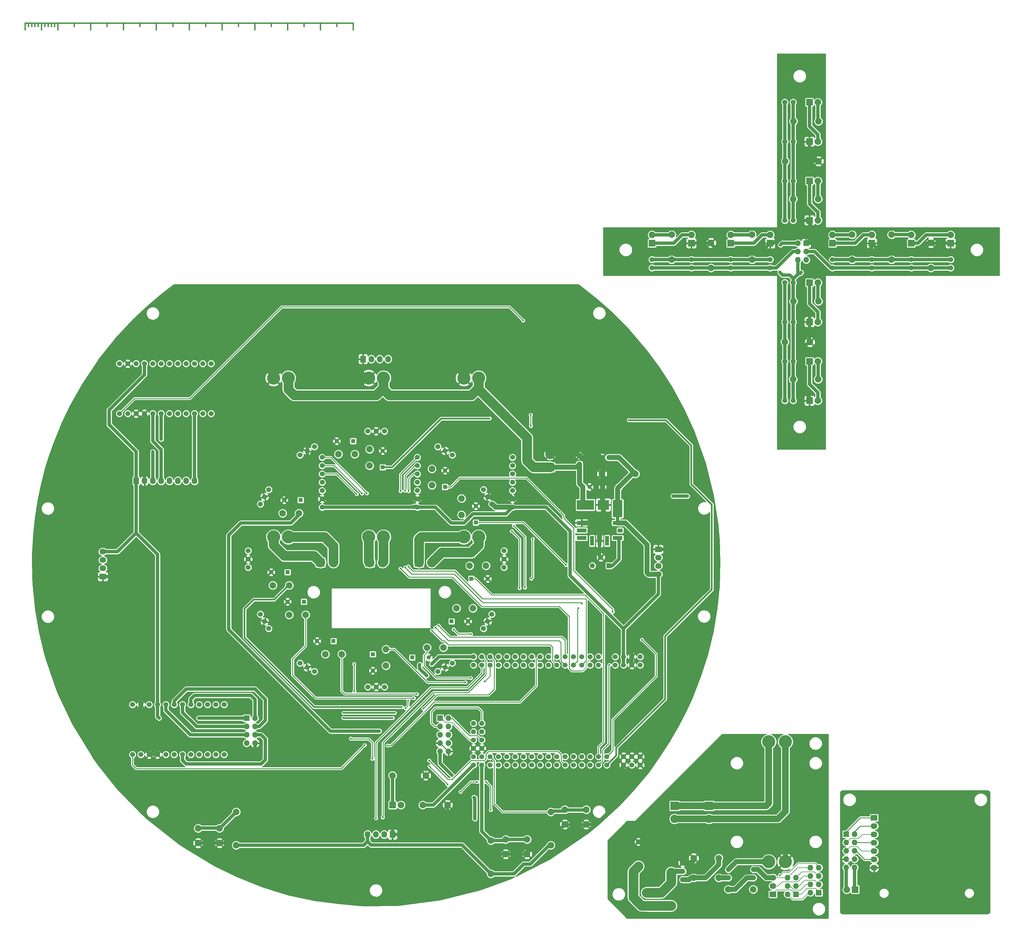
<source format=gtl>
G04 #@! TF.FileFunction,Copper,L1,Top,Signal*
%FSLAX46Y46*%
G04 Gerber Fmt 4.6, Leading zero omitted, Abs format (unit mm)*
G04 Created by KiCad (PCBNEW 4.0.1-stable) date 2016/11/10 21:26:33*
%MOMM*%
G01*
G04 APERTURE LIST*
%ADD10C,0.100000*%
%ADD11C,0.381000*%
%ADD12R,2.032000X1.727200*%
%ADD13O,2.032000X1.727200*%
%ADD14R,2.032000X2.032000*%
%ADD15O,2.032000X2.032000*%
%ADD16R,1.727200X1.727200*%
%ADD17O,1.727200X1.727200*%
%ADD18C,1.300000*%
%ADD19R,1.300000X1.300000*%
%ADD20R,2.000000X2.000000*%
%ADD21C,2.000000*%
%ADD22R,2.550000X2.550000*%
%ADD23C,2.550000*%
%ADD24C,1.998980*%
%ADD25C,1.510000*%
%ADD26R,1.510000X1.510000*%
%ADD27C,1.524000*%
%ADD28R,2.999740X1.198880*%
%ADD29R,5.288280X2.999740*%
%ADD30R,3.489960X2.999740*%
%ADD31R,2.999740X5.288280*%
%ADD32R,1.198880X2.999740*%
%ADD33R,1.498600X1.198880*%
%ADD34R,1.727200X2.032000*%
%ADD35O,1.727200X2.032000*%
%ADD36C,4.000000*%
%ADD37R,1.998980X1.998980*%
%ADD38C,1.600000*%
%ADD39C,0.600000*%
%ADD40C,0.500000*%
%ADD41C,1.000000*%
%ADD42C,0.254000*%
%ADD43C,1.500000*%
%ADD44C,3.000000*%
%ADD45C,0.152400*%
%ADD46C,2.000000*%
G04 APERTURE END LIST*
D10*
D11*
X240501080Y-57000000D02*
X240501080Y-58000760D01*
X235499820Y-57000000D02*
X235499820Y-58998980D01*
X230501100Y-57000000D02*
X230501100Y-58000760D01*
X225499840Y-57000000D02*
X225499840Y-58998980D01*
X220501120Y-57000000D02*
X220501120Y-58000760D01*
X215499860Y-57000000D02*
X215499860Y-58998980D01*
X210501140Y-57000000D02*
X210501140Y-58000760D01*
X205499880Y-57000000D02*
X205499880Y-58998980D01*
X200501160Y-57000000D02*
X200501160Y-58000760D01*
X195499900Y-57000000D02*
X195499900Y-58998980D01*
X190501180Y-57000000D02*
X190501180Y-58000760D01*
X185499920Y-57000000D02*
X185499920Y-58998980D01*
X180501200Y-57000000D02*
X180501200Y-58000760D01*
X175499940Y-57000000D02*
X175499940Y-58998980D01*
X170501220Y-57000000D02*
X170501220Y-58000760D01*
X165499960Y-57000000D02*
X165499960Y-58998980D01*
X160501240Y-57000000D02*
X160501240Y-58000760D01*
X155499980Y-57000000D02*
X245499800Y-57000000D01*
X245499800Y-57000000D02*
X245499800Y-58998980D01*
X154499220Y-57000000D02*
X154499220Y-58000760D01*
X153501000Y-57000000D02*
X153501000Y-58000760D01*
X152500240Y-57000000D02*
X152500240Y-58000760D01*
X151499480Y-57000000D02*
X151499480Y-58000760D01*
X149500500Y-57000000D02*
X149500500Y-58000760D01*
X148499740Y-57000000D02*
X148499740Y-58000760D01*
X147498980Y-57000000D02*
X147498980Y-58000760D01*
X146500760Y-57000000D02*
X146500760Y-58000760D01*
X150501260Y-57000000D02*
X150501260Y-58998980D01*
X145500000Y-57000000D02*
X145500000Y-58998980D01*
X145500000Y-57000000D02*
X155499980Y-57000000D01*
X155499980Y-57000000D02*
X155499980Y-58998980D01*
D12*
X404270000Y-299400000D03*
D13*
X404270000Y-301940000D03*
X404270000Y-304480000D03*
X404270000Y-307020000D03*
X404270000Y-309560000D03*
X404270000Y-312100000D03*
X404270000Y-314640000D03*
D14*
X398470000Y-321300000D03*
D15*
X395930000Y-321300000D03*
D16*
X395770000Y-304400000D03*
D17*
X398310000Y-304400000D03*
X395770000Y-306940000D03*
X398310000Y-306940000D03*
X395770000Y-309480000D03*
X398310000Y-309480000D03*
X395770000Y-312020000D03*
X398310000Y-312020000D03*
X395770000Y-314560000D03*
X398310000Y-314560000D03*
D12*
X169210000Y-225850000D03*
D13*
X169210000Y-223310000D03*
X169210000Y-220770000D03*
X169210000Y-218230000D03*
D18*
X314500000Y-189000000D03*
D19*
X314500000Y-191500000D03*
X254500000Y-192500000D03*
D18*
X254500000Y-187500000D03*
D19*
X273500000Y-198500000D03*
D18*
X273500000Y-193500000D03*
D19*
X282875000Y-209340000D03*
D18*
X282875000Y-204340000D03*
D19*
X281500000Y-226500000D03*
D18*
X286500000Y-226500000D03*
D19*
X275500000Y-239500000D03*
D18*
X280500000Y-239500000D03*
D19*
X263500000Y-250500000D03*
D18*
X268500000Y-250500000D03*
D19*
X315500000Y-198500000D03*
D18*
X317500000Y-198500000D03*
D19*
X251500000Y-249500000D03*
D18*
X251500000Y-254500000D03*
D19*
X239500000Y-245500000D03*
D18*
X234500000Y-245500000D03*
D19*
X230500000Y-233500000D03*
D18*
X225500000Y-233500000D03*
D19*
X326500000Y-198500000D03*
D18*
X321500000Y-198500000D03*
D19*
X225500000Y-224500000D03*
D18*
X220500000Y-224500000D03*
D19*
X323500000Y-189500000D03*
D18*
X321500000Y-189500000D03*
D19*
X229500000Y-202500000D03*
D18*
X224500000Y-202500000D03*
D19*
X245500000Y-184500000D03*
D18*
X240500000Y-184500000D03*
D20*
X257500000Y-295500000D03*
D21*
X260040000Y-295500000D03*
D22*
X305500000Y-192480000D03*
D23*
X305500000Y-188520000D03*
D16*
X272000000Y-269000000D03*
D17*
X274540000Y-269000000D03*
X272000000Y-271540000D03*
X274540000Y-271540000D03*
X272000000Y-274080000D03*
X274540000Y-274080000D03*
X272000000Y-276620000D03*
X274540000Y-276620000D03*
X272000000Y-279160000D03*
X274540000Y-279160000D03*
D16*
X213025000Y-269030000D03*
D17*
X215565000Y-269030000D03*
X213025000Y-271570000D03*
X215565000Y-271570000D03*
X213025000Y-274110000D03*
X215565000Y-274110000D03*
X213025000Y-276650000D03*
X215565000Y-276650000D03*
D22*
X235520000Y-221500000D03*
D23*
X239480000Y-221500000D03*
D22*
X265520000Y-221500000D03*
D23*
X269480000Y-221500000D03*
D22*
X250520000Y-221500000D03*
D23*
X254480000Y-221500000D03*
D24*
X250500000Y-187000640D03*
X250500000Y-192001900D03*
X269500000Y-193000640D03*
X269500000Y-198001900D03*
X278500000Y-202000640D03*
X278500000Y-207001900D03*
X285999360Y-222500000D03*
X280998100Y-222500000D03*
X281999360Y-235500000D03*
X276998100Y-235500000D03*
X272999360Y-247500000D03*
X267998100Y-247500000D03*
X255500000Y-252999360D03*
X255500000Y-247998100D03*
X237000640Y-249500000D03*
X242001900Y-249500000D03*
X226000640Y-237500000D03*
X231001900Y-237500000D03*
D25*
X318420000Y-222500000D03*
D26*
X323500000Y-222500000D03*
D25*
X320960000Y-219960000D03*
D24*
X221000640Y-228500000D03*
X226001900Y-228500000D03*
X331500000Y-194500000D03*
X321340000Y-194500000D03*
X224000640Y-206500000D03*
X229001900Y-206500000D03*
X241000640Y-188500000D03*
X246001900Y-188500000D03*
X209850000Y-307765000D03*
X209850000Y-297605000D03*
X305735000Y-307765000D03*
X305735000Y-297605000D03*
X287500000Y-316500000D03*
X287500000Y-306340000D03*
X257500000Y-286500000D03*
X267660000Y-286500000D03*
D21*
X266700160Y-295500000D03*
X274299840Y-295500000D03*
X204770000Y-302630000D03*
X204770000Y-307130000D03*
X198270000Y-302630000D03*
X198270000Y-307130000D03*
X316530000Y-296915000D03*
X316530000Y-301415000D03*
X310030000Y-296915000D03*
X310030000Y-301415000D03*
X298500000Y-306000000D03*
X298500000Y-310500000D03*
X292000000Y-306000000D03*
X292000000Y-310500000D03*
D27*
X255040000Y-181500000D03*
X252500000Y-181500000D03*
X249960000Y-181500000D03*
X275699705Y-188770000D03*
X273500000Y-187500000D03*
X271300295Y-186230000D03*
X287770000Y-203699705D03*
X286500000Y-201500000D03*
X285230000Y-199300295D03*
X291500000Y-223040000D03*
X291500000Y-220500000D03*
X291500000Y-217960000D03*
X285230000Y-241699705D03*
X286500000Y-239500000D03*
X287770000Y-237300295D03*
X271300295Y-254770000D03*
X273500000Y-253500000D03*
X275699705Y-252230000D03*
X249960000Y-259500000D03*
X252500000Y-259500000D03*
X255040000Y-259500000D03*
D28*
X315131220Y-209450000D03*
D29*
X316276760Y-203971220D03*
D30*
X321753000Y-203971220D03*
D31*
X326088780Y-205116760D03*
D28*
X326088780Y-209450000D03*
X326088780Y-214029620D03*
D32*
X320610000Y-214928780D03*
X318321460Y-214928780D03*
D28*
X315131220Y-214029620D03*
X315131220Y-211738540D03*
D33*
X326838080Y-211738540D03*
D32*
X322898540Y-214928780D03*
D27*
X229300295Y-252230000D03*
X231500000Y-253500000D03*
X233699705Y-254770000D03*
D34*
X248500000Y-159500000D03*
D35*
X251040000Y-159500000D03*
X253580000Y-159500000D03*
X256120000Y-159500000D03*
D12*
X338500000Y-217500000D03*
D13*
X338500000Y-220040000D03*
X338500000Y-222580000D03*
X338500000Y-225120000D03*
D34*
X257500000Y-304500000D03*
D35*
X254960000Y-304500000D03*
X252420000Y-304500000D03*
X249880000Y-304500000D03*
D27*
X217230000Y-237300295D03*
X218500000Y-239500000D03*
X219770000Y-241699705D03*
X213500000Y-217960000D03*
X213500000Y-220500000D03*
X213500000Y-223040000D03*
X219770000Y-199300295D03*
X218500000Y-201500000D03*
X217230000Y-203699705D03*
X233699705Y-186230000D03*
X231500000Y-187500000D03*
X229300295Y-188770000D03*
X299960000Y-283280000D03*
X320280000Y-250260000D03*
X317740000Y-252800000D03*
X317740000Y-250260000D03*
X315200000Y-252800000D03*
X315200000Y-250260000D03*
X312660000Y-252800000D03*
X312660000Y-250260000D03*
X310120000Y-252800000D03*
X310120000Y-250260000D03*
X307580000Y-252800000D03*
X307580000Y-250260000D03*
X305040000Y-252800000D03*
X305040000Y-250260000D03*
X302500000Y-252800000D03*
X302500000Y-250260000D03*
X299960000Y-252800000D03*
X299960000Y-250260000D03*
X297420000Y-252800000D03*
X297420000Y-250260000D03*
X294880000Y-252800000D03*
X294880000Y-250260000D03*
X292340000Y-252800000D03*
X292340000Y-250260000D03*
X289800000Y-252800000D03*
X289800000Y-250260000D03*
X287260000Y-252800000D03*
X287260000Y-250260000D03*
X284720000Y-252800000D03*
X284720000Y-250260000D03*
X282180000Y-252800000D03*
X282180000Y-250260000D03*
X320280000Y-252800000D03*
X325360000Y-252800000D03*
X325360000Y-250260000D03*
X327900000Y-252800000D03*
X327900000Y-250260000D03*
X330440000Y-252800000D03*
X330440000Y-250260000D03*
X332980000Y-250260000D03*
X332980000Y-252800000D03*
X282180000Y-270580000D03*
X284720000Y-270580000D03*
X282180000Y-275660000D03*
X282180000Y-273120000D03*
X284720000Y-275660000D03*
X284720000Y-273120000D03*
X299960000Y-280740000D03*
X297420000Y-283280000D03*
X297420000Y-280740000D03*
X294880000Y-283280000D03*
X294880000Y-280740000D03*
X292340000Y-283280000D03*
X292340000Y-280740000D03*
X289800000Y-283280000D03*
X289800000Y-280740000D03*
X287260000Y-283280000D03*
X287260000Y-280740000D03*
X284720000Y-283280000D03*
X284720000Y-280740000D03*
X282180000Y-283280000D03*
X282180000Y-280740000D03*
X322820000Y-283280000D03*
X322820000Y-280740000D03*
X320280000Y-283280000D03*
X320280000Y-280740000D03*
X317740000Y-283280000D03*
X317740000Y-280740000D03*
X315200000Y-283280000D03*
X315200000Y-280740000D03*
X312660000Y-283280000D03*
X312660000Y-280740000D03*
X310120000Y-283280000D03*
X310120000Y-280740000D03*
X307580000Y-283280000D03*
X307580000Y-280740000D03*
X305040000Y-283280000D03*
X305040000Y-280740000D03*
X327900000Y-283280000D03*
X327900000Y-280740000D03*
X330440000Y-283280000D03*
X330440000Y-280740000D03*
X332980000Y-283280000D03*
X332980000Y-280740000D03*
X282180000Y-278200000D03*
X284720000Y-278200000D03*
X302500000Y-283280000D03*
X302500000Y-280740000D03*
X202200000Y-176120000D03*
X202200000Y-160880000D03*
X199660000Y-176120000D03*
X197120000Y-176120000D03*
X194580000Y-176120000D03*
X192040000Y-176120000D03*
X189500000Y-176120000D03*
X186960000Y-176120000D03*
X184420000Y-176120000D03*
X181880000Y-176120000D03*
X179340000Y-176120000D03*
X176800000Y-176120000D03*
X174260000Y-176120000D03*
X174260000Y-160880000D03*
X179340000Y-160880000D03*
X176800000Y-160880000D03*
X181880000Y-160880000D03*
X184420000Y-160880000D03*
X186960000Y-160880000D03*
X189500000Y-160880000D03*
X192040000Y-160880000D03*
X194580000Y-160880000D03*
X197120000Y-160880000D03*
X199660000Y-160880000D03*
X206200000Y-280120000D03*
X206200000Y-264880000D03*
X203660000Y-280120000D03*
X201120000Y-280120000D03*
X198580000Y-280120000D03*
X196040000Y-280120000D03*
X193500000Y-280120000D03*
X190960000Y-280120000D03*
X188420000Y-280120000D03*
X185880000Y-280120000D03*
X183340000Y-280120000D03*
X180800000Y-280120000D03*
X178260000Y-280120000D03*
X178260000Y-264880000D03*
X183340000Y-264880000D03*
X180800000Y-264880000D03*
X185880000Y-264880000D03*
X188420000Y-264880000D03*
X190960000Y-264880000D03*
X193500000Y-264880000D03*
X196040000Y-264880000D03*
X198580000Y-264880000D03*
X201120000Y-264880000D03*
X203660000Y-264880000D03*
D34*
X179370000Y-196640000D03*
D35*
X181910000Y-196640000D03*
X184450000Y-196640000D03*
X186990000Y-196640000D03*
X189530000Y-196640000D03*
X192070000Y-196640000D03*
X194610000Y-196640000D03*
X197150000Y-196640000D03*
D36*
X221250000Y-165250000D03*
X225750000Y-165250000D03*
X225750000Y-213750000D03*
X221250000Y-213750000D03*
D27*
X236050000Y-204700000D03*
X236050000Y-202160000D03*
X236050000Y-199620000D03*
X236050000Y-197080000D03*
X236050000Y-194540000D03*
X236050000Y-192000000D03*
X236050000Y-189460000D03*
D36*
X279250000Y-165250000D03*
X283750000Y-165250000D03*
X283750000Y-213750000D03*
X279250000Y-213750000D03*
D27*
X294050000Y-204700000D03*
X294050000Y-202160000D03*
X294050000Y-199620000D03*
X294050000Y-197080000D03*
X294050000Y-194540000D03*
X294050000Y-192000000D03*
X294050000Y-189460000D03*
D36*
X250250000Y-165250000D03*
X254750000Y-165250000D03*
X254750000Y-213750000D03*
X250250000Y-213750000D03*
D27*
X265050000Y-204700000D03*
X265050000Y-202160000D03*
X265050000Y-199620000D03*
X265050000Y-197080000D03*
X265050000Y-194540000D03*
X265050000Y-192000000D03*
X265050000Y-189460000D03*
D20*
X384580000Y-81170000D03*
D21*
X387120000Y-81170000D03*
D20*
X384580000Y-93170000D03*
D21*
X387120000Y-93170000D03*
D20*
X384580000Y-105170000D03*
D21*
X387120000Y-105170000D03*
D20*
X384580000Y-117170000D03*
D21*
X387120000Y-117170000D03*
D20*
X336580000Y-124170000D03*
D21*
X336580000Y-121630000D03*
D20*
X348580000Y-124170000D03*
D21*
X348580000Y-121630000D03*
D20*
X360580000Y-124170000D03*
D21*
X360580000Y-121630000D03*
D20*
X372580000Y-124170000D03*
D21*
X372580000Y-121630000D03*
D20*
X391580000Y-124170000D03*
D21*
X391580000Y-121630000D03*
D20*
X403580000Y-124170000D03*
D21*
X403580000Y-121630000D03*
D20*
X415580000Y-124170000D03*
D21*
X415580000Y-121630000D03*
D20*
X427580000Y-124170000D03*
D21*
X427580000Y-121630000D03*
D20*
X384580000Y-136170000D03*
D21*
X387120000Y-136170000D03*
D20*
X384580000Y-148170000D03*
D21*
X387120000Y-148170000D03*
D20*
X384580000Y-160170000D03*
D21*
X387120000Y-160170000D03*
D20*
X384580000Y-172170000D03*
D21*
X387120000Y-172170000D03*
D16*
X383580000Y-124170000D03*
D17*
X381040000Y-124170000D03*
X383580000Y-126710000D03*
X381040000Y-126710000D03*
X383580000Y-129250000D03*
X381040000Y-129250000D03*
D27*
X377040000Y-81170000D03*
X379580000Y-81170000D03*
X377040000Y-93170000D03*
X379580000Y-93170000D03*
X377040000Y-105170000D03*
X379580000Y-105170000D03*
X377040000Y-117170000D03*
X379580000Y-117170000D03*
X336580000Y-131710000D03*
X336580000Y-129170000D03*
X348580000Y-131710000D03*
X348580000Y-129170000D03*
X360580000Y-131710000D03*
X360580000Y-129170000D03*
X372580000Y-131710000D03*
X372580000Y-129170000D03*
X391580000Y-131710000D03*
X391580000Y-129170000D03*
X403580000Y-131710000D03*
X403580000Y-129170000D03*
X415580000Y-131710000D03*
X415580000Y-129170000D03*
X427580000Y-131710000D03*
X427580000Y-129170000D03*
X377040000Y-136170000D03*
X379580000Y-136170000D03*
X377040000Y-148170000D03*
X379580000Y-148170000D03*
X377040000Y-160170000D03*
X379580000Y-160170000D03*
X377040000Y-172170000D03*
X379580000Y-172170000D03*
D24*
X377180000Y-99170000D03*
X387340000Y-99170000D03*
X379680000Y-86970000D03*
X387300000Y-86970000D03*
X379580000Y-110670000D03*
X387200000Y-110670000D03*
X354580000Y-131670000D03*
X354580000Y-124050000D03*
X342580000Y-129170000D03*
X342580000Y-121550000D03*
X367080000Y-129170000D03*
X367080000Y-121550000D03*
X421580000Y-131670000D03*
X421580000Y-124050000D03*
X397580000Y-129170000D03*
X397580000Y-121550000D03*
X409580000Y-129170000D03*
X409580000Y-121550000D03*
X377080000Y-154270000D03*
X384700000Y-154270000D03*
X379680000Y-141870000D03*
X387300000Y-141870000D03*
X379580000Y-165670000D03*
X387200000Y-165670000D03*
D36*
X372160000Y-312810000D03*
X377240000Y-312810000D03*
X372160000Y-276220000D03*
X377240000Y-276220000D03*
D19*
X332430000Y-314230000D03*
D18*
X332430000Y-306730000D03*
D24*
X342427460Y-316070000D03*
D37*
X342427460Y-326230000D03*
D16*
X387430000Y-322230000D03*
D17*
X384890000Y-322230000D03*
X387430000Y-319690000D03*
X384890000Y-319690000D03*
X387430000Y-317150000D03*
X384890000Y-317150000D03*
X387430000Y-314610000D03*
X384890000Y-314610000D03*
D16*
X380430000Y-322730000D03*
D17*
X377890000Y-322730000D03*
X380430000Y-320190000D03*
X377890000Y-320190000D03*
X380430000Y-317650000D03*
X377890000Y-317650000D03*
D12*
X373430000Y-322730000D03*
D13*
X373430000Y-320190000D03*
X373430000Y-317650000D03*
D22*
X334930000Y-326210000D03*
D23*
X334930000Y-322250000D03*
D22*
X353930000Y-295750000D03*
D23*
X353930000Y-299710000D03*
D22*
X343430000Y-295750000D03*
D23*
X343430000Y-299710000D03*
D38*
X345930000Y-313190000D03*
X345930000Y-318270000D03*
X345930000Y-315730000D03*
D24*
X367430000Y-321230000D03*
X359810000Y-321230000D03*
X356930000Y-317730000D03*
X349310000Y-317730000D03*
X356930000Y-311730000D03*
X349310000Y-311730000D03*
D27*
X367470000Y-317730000D03*
X367470000Y-315190000D03*
X359850000Y-317730000D03*
X359850000Y-315190000D03*
D16*
X395770000Y-304400000D03*
D17*
X398310000Y-304400000D03*
X395770000Y-306940000D03*
X398310000Y-306940000D03*
X395770000Y-309480000D03*
X398310000Y-309480000D03*
X395770000Y-312020000D03*
X398310000Y-312020000D03*
X395770000Y-314560000D03*
X398310000Y-314560000D03*
D14*
X398470000Y-321300000D03*
D15*
X395930000Y-321300000D03*
D12*
X404270000Y-299400000D03*
D13*
X404270000Y-301940000D03*
X404270000Y-304480000D03*
X404270000Y-307020000D03*
X404270000Y-309560000D03*
X404270000Y-312100000D03*
X404270000Y-314640000D03*
D39*
X329510000Y-178120000D03*
X287090000Y-177610000D03*
X271630000Y-290890000D03*
X300630000Y-202260000D03*
X330970000Y-240770000D03*
X248270000Y-149010000D03*
X321690000Y-206570000D03*
X317650000Y-209460000D03*
X320770000Y-213010000D03*
X231440000Y-182139998D03*
X231500000Y-187500000D03*
X333510000Y-245100000D03*
X324590000Y-236590000D03*
X323590000Y-252770000D03*
X310350000Y-222280000D03*
X281370000Y-243350000D03*
X276120000Y-241920000D03*
X281370000Y-256770000D03*
X342970002Y-201260000D03*
X282580000Y-299720000D03*
X282350000Y-293180000D03*
X275590000Y-286420000D03*
X347340000Y-201310000D03*
X279730000Y-258090000D03*
X264920000Y-261660000D03*
X263970000Y-262890000D03*
X186355000Y-269030000D03*
X198420000Y-269030000D03*
X260300000Y-265620000D03*
X268650000Y-281930000D03*
X253460000Y-272950000D03*
X287410000Y-297030000D03*
X286050000Y-288470000D03*
X283260000Y-288450000D03*
X278200000Y-291500000D03*
X274240000Y-289240000D03*
X268780000Y-283740000D03*
X251340000Y-281390000D03*
X244750000Y-275240000D03*
X245860000Y-260800000D03*
X245810000Y-252500000D03*
X269420000Y-252530000D03*
X265760000Y-252640000D03*
X267910000Y-256070002D03*
X293840000Y-211960000D03*
X296210000Y-229340000D03*
X294490000Y-210380000D03*
X297840000Y-229160000D03*
X266900000Y-266080000D03*
X257530000Y-268970000D03*
X242480000Y-268940000D03*
X285580000Y-257830000D03*
X262270000Y-263680000D03*
X261460000Y-265970000D03*
X258160000Y-267440000D03*
X242520000Y-267440000D03*
X254960000Y-304500000D03*
X254520000Y-299260000D03*
X252420000Y-304500000D03*
X252470000Y-299530000D03*
X284720000Y-252800000D03*
X261290000Y-199640000D03*
X261340000Y-223050000D03*
X315270000Y-234060000D03*
X259950000Y-223390000D03*
X259950000Y-199750000D03*
X262330000Y-222780000D03*
X262420000Y-199750000D03*
X314150000Y-235480000D03*
X270520000Y-241350000D03*
X248190000Y-200490000D03*
X271510000Y-240770000D03*
X249660000Y-200420000D03*
X269500000Y-242330000D03*
X246540000Y-200640000D03*
X255920000Y-277370000D03*
X248990000Y-277260000D03*
X297300000Y-147700000D03*
X299590000Y-176490000D03*
X299680000Y-179870000D03*
X300200000Y-214340000D03*
X299780000Y-226460000D03*
X184450000Y-187750000D03*
X186990000Y-183940000D03*
X386180000Y-123870000D03*
X386780000Y-121770000D03*
X383380000Y-119770000D03*
X381380000Y-118770000D03*
X381380000Y-121470000D03*
X385780000Y-119470000D03*
X388880000Y-120470000D03*
X388680000Y-123670000D03*
X388280000Y-126270000D03*
X385780000Y-129070000D03*
X389180000Y-127570000D03*
X375739998Y-124670000D03*
X382080000Y-133070000D03*
X375580000Y-133070000D03*
X351930000Y-306230000D03*
X359430000Y-302730000D03*
X365930000Y-302730000D03*
X373430000Y-303730000D03*
X375930000Y-306230000D03*
X337930000Y-307230000D03*
X340430000Y-305730000D03*
X343930000Y-306230000D03*
X343930000Y-309230000D03*
X332430000Y-306730000D03*
X375530000Y-316930000D03*
D40*
X254500000Y-192500000D02*
X257410000Y-192500000D01*
X272290000Y-177620000D02*
X287080000Y-177620000D01*
X257410000Y-192500000D02*
X272290000Y-177620000D01*
X325690000Y-280410000D02*
X322820000Y-283280000D01*
X325690000Y-278080000D02*
X325690000Y-280410000D01*
X340560000Y-263210000D02*
X325690000Y-278080000D01*
X340560000Y-244040000D02*
X340560000Y-263210000D01*
X354790000Y-229810000D02*
X340560000Y-244040000D01*
X354790000Y-203900000D02*
X354790000Y-229810000D01*
X348560000Y-197670000D02*
X354790000Y-203900000D01*
X348560000Y-185860000D02*
X348560000Y-197670000D01*
X340820000Y-178120000D02*
X348560000Y-185860000D01*
X329510000Y-178120000D02*
X340820000Y-178120000D01*
X287080000Y-177620000D02*
X287090000Y-177610000D01*
D41*
X181880000Y-176120000D02*
X181880000Y-196610000D01*
X181880000Y-196610000D02*
X181910000Y-196640000D01*
D42*
X267660000Y-286500000D02*
X267660000Y-286920000D01*
X267660000Y-286920000D02*
X271630000Y-290890000D01*
X272000000Y-276620000D02*
X269910000Y-276620000D01*
X267660000Y-278870000D02*
X267660000Y-286500000D01*
X269910000Y-276620000D02*
X267660000Y-278870000D01*
X272000000Y-276620000D02*
X274540000Y-279160000D01*
D41*
X180800000Y-264880000D02*
X180800000Y-228480000D01*
X178170000Y-225850000D02*
X169210000Y-225850000D01*
X180800000Y-228480000D02*
X178170000Y-225850000D01*
X180800000Y-264880000D02*
X180800000Y-272030000D01*
X183340000Y-274570000D02*
X183340000Y-280120000D01*
X180800000Y-272030000D02*
X183340000Y-274570000D01*
X183340000Y-280120000D02*
X185880000Y-280120000D01*
X185880000Y-280120000D02*
X185880000Y-278395000D01*
X215565000Y-278555000D02*
X215565000Y-276650000D01*
X214295000Y-279825000D02*
X215565000Y-278555000D01*
X211120000Y-279825000D02*
X214295000Y-279825000D01*
X208580000Y-277285000D02*
X211120000Y-279825000D01*
X186990000Y-277285000D02*
X208580000Y-277285000D01*
X185880000Y-278395000D02*
X186990000Y-277285000D01*
X181880000Y-196610000D02*
X181910000Y-196640000D01*
D43*
X286500000Y-201500000D02*
X293390000Y-201500000D01*
X293390000Y-201500000D02*
X294050000Y-202160000D01*
D41*
X294050000Y-202160000D02*
X291810000Y-202160000D01*
X291810000Y-202160000D02*
X286940000Y-197290000D01*
X286940000Y-197290000D02*
X279330000Y-197290000D01*
X279330000Y-197290000D02*
X274460000Y-202160000D01*
X274460000Y-202160000D02*
X265050000Y-202160000D01*
X236050000Y-202160000D02*
X265050000Y-202160000D01*
X294050000Y-202160000D02*
X300530000Y-202160000D01*
X300530000Y-202160000D02*
X300630000Y-202260000D01*
X330970000Y-240770000D02*
X331640000Y-241440000D01*
X331640000Y-241440000D02*
X331640000Y-242050000D01*
X340480000Y-217500000D02*
X340490000Y-217500000D01*
X298260000Y-149010000D02*
X248270000Y-149010000D01*
X341670000Y-192420000D02*
X298260000Y-149010000D01*
X341670000Y-216320000D02*
X341670000Y-192420000D01*
X340490000Y-217500000D02*
X341670000Y-216320000D01*
X338500000Y-217500000D02*
X340480000Y-217500000D01*
X340480000Y-217500000D02*
X340560000Y-217500000D01*
X341420000Y-232270000D02*
X331640000Y-242050000D01*
X331640000Y-242050000D02*
X330440000Y-243250000D01*
X341420000Y-218360000D02*
X341420000Y-232270000D01*
X340560000Y-217500000D02*
X341420000Y-218360000D01*
X319585000Y-301415000D02*
X316530000Y-301415000D01*
X327900000Y-293100000D02*
X319585000Y-301415000D01*
X274299840Y-295500000D02*
X274299840Y-303870160D01*
X274299840Y-303870160D02*
X273670000Y-304500000D01*
X204770000Y-307130000D02*
X198270000Y-307130000D01*
X316530000Y-301415000D02*
X316555000Y-301415000D01*
X257500000Y-304500000D02*
X273670000Y-304500000D01*
X273670000Y-304500000D02*
X280150000Y-304500000D01*
X286150000Y-310500000D02*
X292000000Y-310500000D01*
X280150000Y-304500000D02*
X286150000Y-310500000D01*
X204770000Y-307130000D02*
X206260000Y-307130000D01*
X257500000Y-302030000D02*
X257500000Y-304500000D01*
X256190000Y-300720000D02*
X257500000Y-302030000D01*
X212670000Y-300720000D02*
X256190000Y-300720000D01*
X206260000Y-307130000D02*
X212670000Y-300720000D01*
X305000000Y-303000000D02*
X298500000Y-309500000D01*
X298500000Y-309500000D02*
X298500000Y-310500000D01*
X298500000Y-310500000D02*
X292000000Y-310500000D01*
X308500000Y-303000000D02*
X305000000Y-303000000D01*
X316500000Y-301500000D02*
X310000000Y-301500000D01*
X310000000Y-301500000D02*
X308500000Y-303000000D01*
X327900000Y-283280000D02*
X327900000Y-293100000D01*
D43*
X321753000Y-203971220D02*
X321753000Y-206507000D01*
X321753000Y-206507000D02*
X321690000Y-206570000D01*
X321500000Y-198500000D02*
X321500000Y-203718220D01*
X321500000Y-203718220D02*
X321753000Y-203971220D01*
X321500000Y-189500000D02*
X321500000Y-194340000D01*
X321500000Y-194340000D02*
X321500000Y-198500000D01*
X305500000Y-188520000D02*
X314020000Y-188520000D01*
X315000000Y-189500000D02*
X321500000Y-189500000D01*
X314020000Y-188520000D02*
X315000000Y-189500000D01*
D44*
X279250000Y-160500000D02*
X288500000Y-160500000D01*
X305500000Y-177500000D02*
X305500000Y-188520000D01*
X288500000Y-160500000D02*
X305500000Y-177500000D01*
X242500000Y-159500000D02*
X245500000Y-156500000D01*
X279250000Y-158250000D02*
X279250000Y-158500000D01*
X279250000Y-158500000D02*
X279250000Y-160500000D01*
X279250000Y-160500000D02*
X279250000Y-165250000D01*
X275500000Y-154500000D02*
X279250000Y-158250000D01*
X246500000Y-154500000D02*
X275500000Y-154500000D01*
X245500000Y-155500000D02*
X246500000Y-154500000D01*
X245500000Y-156500000D02*
X245500000Y-155500000D01*
X240500000Y-159500000D02*
X242500000Y-159500000D01*
X246250000Y-165250000D02*
X250250000Y-165250000D01*
X244500000Y-163500000D02*
X246250000Y-165250000D01*
X244500000Y-161500000D02*
X244500000Y-163500000D01*
X242500000Y-159500000D02*
X244500000Y-161500000D01*
X235500000Y-159500000D02*
X240500000Y-159500000D01*
X221250000Y-165250000D02*
X221250000Y-162750000D01*
X224500000Y-159500000D02*
X235500000Y-159500000D01*
X221250000Y-162750000D02*
X224500000Y-159500000D01*
D41*
X321753000Y-202753000D02*
X321753000Y-203971220D01*
X321500000Y-189500000D02*
X321340000Y-189660000D01*
D43*
X317640000Y-209450000D02*
X315131220Y-209450000D01*
X317650000Y-209460000D02*
X317640000Y-209450000D01*
X320610000Y-214928780D02*
X320610000Y-213170000D01*
X320610000Y-213170000D02*
X320770000Y-213010000D01*
D41*
X320610000Y-214928780D02*
X320610000Y-219610000D01*
X320610000Y-219610000D02*
X320960000Y-219960000D01*
X231500000Y-182199998D02*
X231500000Y-187500000D01*
X231440000Y-182139998D02*
X231500000Y-182199998D01*
X231500000Y-187500000D02*
X231500000Y-195500000D01*
X231500000Y-195500000D02*
X224500000Y-202500000D01*
X231500000Y-187500000D02*
X231440000Y-187440000D01*
X330440000Y-250260000D02*
X330440000Y-252800000D01*
X330440000Y-243250000D02*
X330440000Y-250260000D01*
D42*
X309640000Y-207080000D02*
X309640000Y-207930000D01*
X275220000Y-198500000D02*
X277970000Y-195750000D01*
X277970000Y-195750000D02*
X298310000Y-195750000D01*
X298310000Y-195750000D02*
X309640000Y-207080000D01*
X273500000Y-198500000D02*
X275220000Y-198500000D01*
X324620000Y-278940000D02*
X322820000Y-280740000D01*
X324620000Y-269480000D02*
X324620000Y-278940000D01*
X337840000Y-256260000D02*
X324620000Y-269480000D01*
X337840000Y-249430000D02*
X337840000Y-256260000D01*
X333510000Y-245100000D02*
X337840000Y-249430000D01*
X324590000Y-235780000D02*
X324590000Y-236590000D01*
X312750000Y-223940000D02*
X324590000Y-235780000D01*
X312750000Y-211040000D02*
X312750000Y-223940000D01*
X309640000Y-207930000D02*
X312750000Y-211040000D01*
X282875000Y-209340000D02*
X297410000Y-209340000D01*
X321530000Y-282030000D02*
X320280000Y-283280000D01*
X321530000Y-278650000D02*
X321530000Y-282030000D01*
X323370000Y-276810000D02*
X321530000Y-278650000D01*
X323370000Y-252990000D02*
X323370000Y-276810000D01*
X323590000Y-252770000D02*
X323370000Y-252990000D01*
X297410000Y-209340000D02*
X310350000Y-222280000D01*
X320280000Y-277770000D02*
X320280000Y-280740000D01*
X321800000Y-276250000D02*
X320280000Y-277770000D01*
X321800000Y-237090000D02*
X321800000Y-276250000D01*
X281500000Y-226500000D02*
X282790000Y-226500000D01*
X316160000Y-231450000D02*
X321800000Y-237090000D01*
X287740000Y-231450000D02*
X316160000Y-231450000D01*
X282790000Y-226500000D02*
X287740000Y-231450000D01*
X277550000Y-243350000D02*
X281370000Y-243350000D01*
X276120000Y-241920000D02*
X277550000Y-243350000D01*
X267998100Y-247500000D02*
X267998100Y-248981900D01*
X270870000Y-256770000D02*
X281370000Y-256770000D01*
X267140000Y-253040000D02*
X270870000Y-256770000D01*
X267140000Y-249840000D02*
X267140000Y-253040000D01*
X267998100Y-248981900D02*
X267140000Y-249840000D01*
D41*
X272000000Y-279160000D02*
X272000000Y-282830000D01*
X347290000Y-201260000D02*
X342970002Y-201260000D01*
X347340000Y-201310000D02*
X347290000Y-201260000D01*
X282580000Y-293410000D02*
X282580000Y-299720000D01*
X282350000Y-293180000D02*
X282580000Y-293410000D01*
X272000000Y-282830000D02*
X275590000Y-286420000D01*
D43*
X314500000Y-191500000D02*
X314500000Y-197500000D01*
X314500000Y-197500000D02*
X315500000Y-198500000D01*
X315500000Y-198500000D02*
X315500000Y-203194460D01*
X315500000Y-203194460D02*
X316276760Y-203971220D01*
X305500000Y-192480000D02*
X313520000Y-192480000D01*
X313520000Y-192480000D02*
X314500000Y-191500000D01*
D44*
X283750000Y-168750000D02*
X283750000Y-165250000D01*
X254750000Y-165250000D02*
X254750000Y-168750000D01*
X300480000Y-192480000D02*
X305500000Y-192480000D01*
X298500000Y-190500000D02*
X300480000Y-192480000D01*
X298500000Y-183500000D02*
X298500000Y-190500000D01*
X283750000Y-168750000D02*
X298500000Y-183500000D01*
X283750000Y-168250000D02*
X283750000Y-168750000D01*
X281500000Y-170500000D02*
X283750000Y-168250000D01*
X256500000Y-170500000D02*
X281500000Y-170500000D01*
X254750000Y-168750000D02*
X256500000Y-170500000D01*
X225750000Y-165250000D02*
X225750000Y-168750000D01*
X254750000Y-168250000D02*
X254750000Y-165250000D01*
X252500000Y-170500000D02*
X254750000Y-168250000D01*
X227500000Y-170500000D02*
X252500000Y-170500000D01*
X225750000Y-168750000D02*
X227500000Y-170500000D01*
D41*
X315500000Y-203194460D02*
X316276760Y-203971220D01*
D42*
X255500000Y-247998100D02*
X258068100Y-247998100D01*
X258068100Y-247998100D02*
X268160000Y-258090000D01*
X268160000Y-258090000D02*
X279730000Y-258090000D01*
X242001900Y-249500000D02*
X242001900Y-260761900D01*
X264870000Y-261610000D02*
X264920000Y-261660000D01*
X242850000Y-261610000D02*
X264870000Y-261610000D01*
X242001900Y-260761900D02*
X242850000Y-261610000D01*
X231001900Y-237500000D02*
X231001900Y-246958100D01*
X231001900Y-246958100D02*
X227030000Y-250930000D01*
X234010000Y-262890000D02*
X263970000Y-262890000D01*
X227030000Y-255910000D02*
X234010000Y-262890000D01*
X227030000Y-250930000D02*
X227030000Y-255910000D01*
D41*
X185880000Y-264880000D02*
X185880000Y-219060000D01*
X185880000Y-219060000D02*
X179370000Y-212550000D01*
X179370000Y-196640000D02*
X179370000Y-212550000D01*
X173690000Y-218230000D02*
X169210000Y-218230000D01*
X179370000Y-212550000D02*
X173690000Y-218230000D01*
X249880000Y-306420000D02*
X249880000Y-306640000D01*
X278710000Y-307710000D02*
X287500000Y-316500000D01*
X250950000Y-307710000D02*
X278710000Y-307710000D01*
X249880000Y-306640000D02*
X250950000Y-307710000D01*
X209850000Y-307765000D02*
X248715000Y-307765000D01*
X249880000Y-306600000D02*
X249880000Y-306420000D01*
X248715000Y-307765000D02*
X249880000Y-306600000D01*
X249880000Y-306420000D02*
X249880000Y-304500000D01*
X213025000Y-269030000D02*
X198420000Y-269030000D01*
X185880000Y-268555000D02*
X185880000Y-264880000D01*
X186355000Y-269030000D02*
X185880000Y-268555000D01*
X179370000Y-196640000D02*
X179370000Y-187750000D01*
X179370000Y-187750000D02*
X171115000Y-179495000D01*
X171115000Y-179495000D02*
X171115000Y-175050000D01*
X171115000Y-175050000D02*
X181880000Y-164285000D01*
X181880000Y-164285000D02*
X181880000Y-160880000D01*
X287500000Y-316500000D02*
X294500000Y-316500000D01*
X299500000Y-313500000D02*
X305500000Y-307500000D01*
X297500000Y-313500000D02*
X299500000Y-313500000D01*
X294500000Y-316500000D02*
X297500000Y-313500000D01*
X304330000Y-204700000D02*
X311590000Y-211960000D01*
X311590000Y-211960000D02*
X311590000Y-225470000D01*
X311590000Y-225470000D02*
X327900000Y-241780000D01*
D43*
X323500000Y-189500000D02*
X326500000Y-189500000D01*
X326500000Y-189500000D02*
X331500000Y-194500000D01*
X331500000Y-194500000D02*
X330500000Y-194500000D01*
X330500000Y-194500000D02*
X326088780Y-198911220D01*
X326088780Y-198911220D02*
X326088780Y-205116760D01*
X326088780Y-209450000D02*
X328440000Y-209450000D01*
X335500000Y-225120000D02*
X338500000Y-225120000D01*
X335050000Y-224670000D02*
X335500000Y-225120000D01*
X335050000Y-216060000D02*
X335050000Y-224670000D01*
X328440000Y-209450000D02*
X335050000Y-216060000D01*
D41*
X338500000Y-225120000D02*
X338500000Y-231170000D01*
X327900000Y-241770000D02*
X327900000Y-241780000D01*
X338500000Y-231170000D02*
X327900000Y-241770000D01*
X326088780Y-209450000D02*
X326088780Y-205116760D01*
X326500000Y-204705540D02*
X326088780Y-205116760D01*
D43*
X287770000Y-203699705D02*
X287959705Y-203699705D01*
X287959705Y-203699705D02*
X288960000Y-204700000D01*
X288960000Y-204700000D02*
X294050000Y-204700000D01*
D41*
X265050000Y-204700000D02*
X270590000Y-204700000D01*
X292020000Y-206730000D02*
X294050000Y-204700000D01*
X281970000Y-206730000D02*
X292020000Y-206730000D01*
X279230000Y-209470000D02*
X281970000Y-206730000D01*
X275360000Y-209470000D02*
X279230000Y-209470000D01*
X270590000Y-204700000D02*
X275360000Y-209470000D01*
X236050000Y-204700000D02*
X265050000Y-204700000D01*
X265050000Y-204700000D02*
X264760000Y-204410000D01*
X264760000Y-204410000D02*
X263940000Y-204410000D01*
X294050000Y-204700000D02*
X304330000Y-204700000D01*
X327900000Y-250260000D02*
X327900000Y-252800000D01*
X327900000Y-241780000D02*
X327900000Y-250260000D01*
D40*
X226001900Y-228500000D02*
X225790000Y-228500000D01*
X225790000Y-228500000D02*
X221430000Y-232860000D01*
X233620000Y-265620000D02*
X260300000Y-265620000D01*
X212420000Y-244420000D02*
X233620000Y-265620000D01*
X212420000Y-235650000D02*
X212420000Y-244420000D01*
X215210000Y-232860000D02*
X212420000Y-235650000D01*
X221430000Y-232860000D02*
X215210000Y-232860000D01*
D41*
X226510000Y-209490000D02*
X211280000Y-209490000D01*
X211280000Y-209490000D02*
X207590000Y-213180000D01*
X207590000Y-213180000D02*
X207590000Y-242000000D01*
X207590000Y-242000000D02*
X238540000Y-272950000D01*
X238540000Y-272950000D02*
X253460000Y-272950000D01*
X229001900Y-206998100D02*
X226510000Y-209490000D01*
X229001900Y-206500000D02*
X229001900Y-206998100D01*
D42*
X308870000Y-282030000D02*
X310120000Y-283280000D01*
X308870000Y-280060000D02*
X308870000Y-282030000D01*
X308010000Y-279200000D02*
X308870000Y-280060000D01*
X286730000Y-279200000D02*
X308010000Y-279200000D01*
X285980000Y-279950000D02*
X286730000Y-279200000D01*
X285980000Y-281460000D02*
X285980000Y-279950000D01*
X285480000Y-281960000D02*
X285980000Y-281460000D01*
X281410000Y-281960000D02*
X285480000Y-281960000D01*
X275650000Y-287720000D02*
X281410000Y-281960000D01*
X274440000Y-287720000D02*
X275650000Y-287720000D01*
X268650000Y-281930000D02*
X274440000Y-287720000D01*
X287410000Y-289830000D02*
X287410000Y-297030000D01*
X286050000Y-288470000D02*
X287410000Y-289830000D01*
X281250000Y-288450000D02*
X283260000Y-288450000D01*
X278200000Y-291500000D02*
X281250000Y-288450000D01*
X274240000Y-289200000D02*
X274240000Y-289240000D01*
X268780000Y-283740000D02*
X274240000Y-289200000D01*
X251340000Y-276470000D02*
X251340000Y-281390000D01*
X250230000Y-275360000D02*
X251340000Y-276470000D01*
X244870000Y-275360000D02*
X250230000Y-275360000D01*
X244750000Y-275240000D02*
X244870000Y-275360000D01*
X245860000Y-252550000D02*
X245860000Y-260800000D01*
X245810000Y-252500000D02*
X245860000Y-252550000D01*
D41*
X257500000Y-286500000D02*
X257500000Y-295500000D01*
D45*
X272000000Y-269000000D02*
X272400000Y-269000000D01*
X272400000Y-269000000D02*
X273700000Y-270300000D01*
X280960000Y-275660000D02*
X282180000Y-275660000D01*
X275600000Y-270300000D02*
X280960000Y-275660000D01*
X273700000Y-270300000D02*
X275600000Y-270300000D01*
D42*
X274540000Y-269000000D02*
X275640000Y-269000000D01*
X283410000Y-274350000D02*
X284720000Y-275660000D01*
X280990000Y-274350000D02*
X283410000Y-274350000D01*
X275640000Y-269000000D02*
X280990000Y-274350000D01*
X272000000Y-271540000D02*
X270380000Y-271540000D01*
X284720000Y-267000000D02*
X284720000Y-270580000D01*
X283580000Y-265860000D02*
X284720000Y-267000000D01*
X270540000Y-265860000D02*
X283580000Y-265860000D01*
X269360000Y-267040000D02*
X270540000Y-265860000D01*
X269360000Y-270520000D02*
X269360000Y-267040000D01*
X270380000Y-271540000D02*
X269360000Y-270520000D01*
D41*
X196040000Y-264880000D02*
X196040000Y-263155000D01*
X215565000Y-263315000D02*
X215565000Y-269030000D01*
X214295000Y-262045000D02*
X215565000Y-263315000D01*
X197150000Y-262045000D02*
X214295000Y-262045000D01*
X196040000Y-263155000D02*
X197150000Y-262045000D01*
X193500000Y-264880000D02*
X193500000Y-267285000D01*
X197785000Y-271570000D02*
X213025000Y-271570000D01*
X193500000Y-267285000D02*
X197785000Y-271570000D01*
X190960000Y-264880000D02*
X190960000Y-263790000D01*
X216835000Y-271570000D02*
X215565000Y-271570000D01*
X218740000Y-269665000D02*
X216835000Y-271570000D01*
X218740000Y-263315000D02*
X218740000Y-269665000D01*
X215565000Y-260140000D02*
X218740000Y-263315000D01*
X194610000Y-260140000D02*
X215565000Y-260140000D01*
X190960000Y-263790000D02*
X194610000Y-260140000D01*
X188420000Y-264880000D02*
X188420000Y-266650000D01*
X195880000Y-274110000D02*
X213025000Y-274110000D01*
X188420000Y-266650000D02*
X195880000Y-274110000D01*
X193500000Y-280120000D02*
X193500000Y-281890000D01*
X217470000Y-274110000D02*
X215565000Y-274110000D01*
X218740000Y-275380000D02*
X217470000Y-274110000D01*
X218740000Y-281730000D02*
X218740000Y-275380000D01*
X217470000Y-283000000D02*
X218740000Y-281730000D01*
X194610000Y-283000000D02*
X217470000Y-283000000D01*
X193500000Y-281890000D02*
X194610000Y-283000000D01*
X271690000Y-250260000D02*
X282180000Y-250260000D01*
X269420000Y-252530000D02*
X271690000Y-250260000D01*
X265760000Y-253920002D02*
X265760000Y-252640000D01*
X267910000Y-256070002D02*
X265760000Y-253920002D01*
D44*
X221250000Y-213750000D02*
X221250000Y-216250000D01*
X233520000Y-219500000D02*
X235520000Y-221500000D01*
X224500000Y-219500000D02*
X233520000Y-219500000D01*
X221250000Y-216250000D02*
X224500000Y-219500000D01*
X225750000Y-213750000D02*
X236750000Y-213750000D01*
X239480000Y-216480000D02*
X239480000Y-221500000D01*
X236750000Y-213750000D02*
X239480000Y-216480000D01*
X279250000Y-213750000D02*
X266250000Y-213750000D01*
X265520000Y-214480000D02*
X265520000Y-221500000D01*
X266250000Y-213750000D02*
X265520000Y-214480000D01*
X283750000Y-213750000D02*
X283750000Y-216250000D01*
X272480000Y-218500000D02*
X269480000Y-221500000D01*
X281500000Y-218500000D02*
X272480000Y-218500000D01*
X283750000Y-216250000D02*
X281500000Y-218500000D01*
X250250000Y-213750000D02*
X250250000Y-221230000D01*
X250250000Y-221230000D02*
X250520000Y-221500000D01*
X254750000Y-213750000D02*
X254750000Y-221230000D01*
X254750000Y-221230000D02*
X254480000Y-221500000D01*
D41*
X323500000Y-222500000D02*
X324500000Y-222500000D01*
X326500000Y-220500000D02*
X326500000Y-214500000D01*
X324500000Y-222500000D02*
X326500000Y-220500000D01*
X326500000Y-214500000D02*
X326088780Y-214029620D01*
X204770000Y-302630000D02*
X204825000Y-302630000D01*
X204825000Y-302630000D02*
X209850000Y-297605000D01*
X198500000Y-302500000D02*
X205000000Y-302500000D01*
D42*
X305735000Y-297605000D02*
X290945000Y-297605000D01*
X288530000Y-282010000D02*
X287260000Y-280740000D01*
X288530000Y-295190000D02*
X288530000Y-282010000D01*
X290945000Y-297605000D02*
X288530000Y-295190000D01*
X287260000Y-280740000D02*
X287260000Y-280990000D01*
D41*
X310000000Y-297000000D02*
X316500000Y-297000000D01*
X309660000Y-297340000D02*
X310000000Y-297000000D01*
X305500000Y-297340000D02*
X309660000Y-297340000D01*
X284720000Y-283280000D02*
X284720000Y-303560000D01*
X284720000Y-303560000D02*
X287500000Y-306340000D01*
X287500000Y-306340000D02*
X291660000Y-306340000D01*
X291660000Y-306340000D02*
X292000000Y-306000000D01*
X292000000Y-306000000D02*
X298500000Y-306000000D01*
X266700160Y-295500000D02*
X269960000Y-295500000D01*
X269960000Y-295500000D02*
X282180000Y-283280000D01*
D42*
X293840000Y-211960000D02*
X296210000Y-214330000D01*
X296210000Y-214330000D02*
X296210000Y-229340000D01*
X294490000Y-210380000D02*
X297840000Y-213730000D01*
X297840000Y-213730000D02*
X297840000Y-229160000D01*
X288500000Y-251500000D02*
X287260000Y-250260000D01*
X288500000Y-260220000D02*
X288500000Y-251500000D01*
X286790000Y-261930000D02*
X288500000Y-260220000D01*
X271050000Y-261930000D02*
X286790000Y-261930000D01*
X266900000Y-266080000D02*
X271050000Y-261930000D01*
D40*
X242510000Y-268970000D02*
X257530000Y-268970000D01*
X242480000Y-268940000D02*
X242510000Y-268970000D01*
D42*
X287260000Y-256150000D02*
X287260000Y-252800000D01*
X285580000Y-257830000D02*
X287260000Y-256150000D01*
X262210000Y-263740000D02*
X262270000Y-263680000D01*
X262210000Y-265220000D02*
X262210000Y-263740000D01*
X261460000Y-265970000D02*
X262210000Y-265220000D01*
D40*
X242520000Y-267440000D02*
X258160000Y-267440000D01*
D42*
X285970000Y-251510000D02*
X284720000Y-250260000D01*
X285970000Y-255810000D02*
X285970000Y-251510000D01*
X280560000Y-261220000D02*
X285970000Y-255810000D01*
X269890000Y-261220000D02*
X280560000Y-261220000D01*
X254610000Y-276500000D02*
X269890000Y-261220000D01*
X254610000Y-299170000D02*
X254610000Y-276500000D01*
X254520000Y-299260000D02*
X254610000Y-299170000D01*
X284720000Y-255280000D02*
X284720000Y-252800000D01*
X280300000Y-259700000D02*
X284720000Y-255280000D01*
X269190000Y-259700000D02*
X280300000Y-259700000D01*
X252470000Y-276420000D02*
X269190000Y-259700000D01*
X252470000Y-299530000D02*
X252470000Y-276420000D01*
X265050000Y-192000000D02*
X264290000Y-192000000D01*
X264290000Y-192000000D02*
X261290000Y-195000000D01*
X261290000Y-195000000D02*
X261290000Y-199640000D01*
X261340000Y-223050000D02*
X263350000Y-225060000D01*
X263350000Y-225060000D02*
X276330000Y-225060000D01*
X276330000Y-225060000D02*
X285040000Y-233770000D01*
X285040000Y-233770000D02*
X314980000Y-233770000D01*
X314980000Y-233770000D02*
X315270000Y-234060000D01*
D45*
X317740000Y-250260000D02*
X317740000Y-250971636D01*
X317740000Y-250971636D02*
X316500000Y-252211636D01*
X316500000Y-252211636D02*
X316500000Y-253550000D01*
X316500000Y-253550000D02*
X315470000Y-254580000D01*
X315470000Y-254580000D02*
X315000000Y-254580000D01*
X315000000Y-254580000D02*
X314950000Y-254530000D01*
D42*
X265030000Y-189460000D02*
X259950000Y-194540000D01*
X314860000Y-254530000D02*
X314950000Y-254530000D01*
X312100000Y-254580000D02*
X314860000Y-254580000D01*
X311330000Y-253810000D02*
X312100000Y-254580000D01*
X311330000Y-238000000D02*
X311330000Y-253810000D01*
X308280000Y-234950000D02*
X311330000Y-238000000D01*
X284690000Y-234950000D02*
X308280000Y-234950000D01*
X275750000Y-226010000D02*
X284690000Y-234950000D01*
X262570000Y-226010000D02*
X275750000Y-226010000D01*
X259950000Y-223390000D02*
X262570000Y-226010000D01*
X259950000Y-194540000D02*
X259950000Y-199750000D01*
X265050000Y-189460000D02*
X265030000Y-189460000D01*
X265050000Y-194540000D02*
X263790000Y-194540000D01*
X316500000Y-251500000D02*
X315200000Y-252800000D01*
X316500000Y-232660000D02*
X316500000Y-251500000D01*
X316450000Y-232610000D02*
X316500000Y-232660000D01*
X284980000Y-232610000D02*
X316450000Y-232610000D01*
X276480000Y-224110000D02*
X284980000Y-232610000D01*
X263660000Y-224110000D02*
X276480000Y-224110000D01*
X262330000Y-222780000D02*
X263660000Y-224110000D01*
X262420000Y-195910000D02*
X262420000Y-199750000D01*
X263790000Y-194540000D02*
X262420000Y-195910000D01*
X313920000Y-251540000D02*
X312660000Y-252800000D01*
X314150000Y-235480000D02*
X313920000Y-235710000D01*
X313920000Y-235710000D02*
X313920000Y-251540000D01*
X308850000Y-251530000D02*
X310120000Y-252800000D01*
X308850000Y-246000000D02*
X308850000Y-251530000D01*
X308240000Y-245390000D02*
X308850000Y-246000000D01*
X274560000Y-245390000D02*
X308240000Y-245390000D01*
X270520000Y-241350000D02*
X274560000Y-245390000D01*
X236050000Y-192000000D02*
X239700000Y-192000000D01*
X239700000Y-192000000D02*
X248190000Y-200490000D01*
X310120000Y-245340000D02*
X310120000Y-250260000D01*
X309070000Y-244290000D02*
X310120000Y-245340000D01*
X275030000Y-244290000D02*
X309070000Y-244290000D01*
X271510000Y-240770000D02*
X275030000Y-244290000D01*
X236050000Y-189460000D02*
X238700000Y-189460000D01*
X238700000Y-189460000D02*
X249660000Y-200420000D01*
X306270000Y-251490000D02*
X307580000Y-252800000D01*
X306270000Y-247330000D02*
X306270000Y-251490000D01*
X305630000Y-246690000D02*
X306270000Y-247330000D01*
X274570000Y-246690000D02*
X305630000Y-246690000D01*
X273290000Y-245410000D02*
X274570000Y-246690000D01*
X272580000Y-245410000D02*
X273290000Y-245410000D01*
X269500000Y-242330000D02*
X272580000Y-245410000D01*
X236050000Y-194540000D02*
X240440000Y-194540000D01*
X240440000Y-194540000D02*
X246540000Y-200640000D01*
X302500000Y-250260000D02*
X302250000Y-250260000D01*
X302250000Y-250260000D02*
X301300000Y-251210000D01*
X301300000Y-251210000D02*
X301300000Y-259100000D01*
X301300000Y-259100000D02*
X296280000Y-264120000D01*
X296280000Y-264120000D02*
X270230000Y-264120000D01*
X270230000Y-264120000D02*
X256980000Y-277370000D01*
X256980000Y-277370000D02*
X255920000Y-277370000D01*
X248990000Y-277260000D02*
X241840000Y-284410000D01*
X241840000Y-284410000D02*
X179370000Y-284410000D01*
X179370000Y-284410000D02*
X178260000Y-283300000D01*
X178260000Y-283300000D02*
X178260000Y-280120000D01*
X178850000Y-171530000D02*
X174260000Y-176120000D01*
X195740000Y-171530000D02*
X178850000Y-171530000D01*
X223720000Y-143550000D02*
X195740000Y-171530000D01*
X293150000Y-143550000D02*
X223720000Y-143550000D01*
X297300000Y-147700000D02*
X293150000Y-143550000D01*
X299590000Y-179780000D02*
X299590000Y-176490000D01*
X299680000Y-179870000D02*
X299590000Y-179780000D01*
X300200000Y-226040000D02*
X300200000Y-214340000D01*
X299780000Y-226460000D02*
X300200000Y-226040000D01*
D41*
X197120000Y-176120000D02*
X197120000Y-196610000D01*
X197120000Y-196610000D02*
X197150000Y-196640000D01*
X186960000Y-176120000D02*
X186960000Y-183910000D01*
X184450000Y-187750000D02*
X184450000Y-196640000D01*
X186960000Y-183910000D02*
X186990000Y-183940000D01*
X184420000Y-176120000D02*
X184420000Y-184545000D01*
X186990000Y-187115000D02*
X186990000Y-196640000D01*
X184420000Y-184545000D02*
X186990000Y-187115000D01*
X384580000Y-81170000D02*
X384580000Y-88470000D01*
X387120000Y-91010000D02*
X387120000Y-93170000D01*
X384580000Y-88470000D02*
X387120000Y-91010000D01*
X387120000Y-81170000D02*
X387120000Y-86790000D01*
X387120000Y-86790000D02*
X387300000Y-86970000D01*
X383580000Y-124170000D02*
X385880000Y-124170000D01*
X385880000Y-124170000D02*
X386180000Y-123870000D01*
X373580000Y-124170000D02*
X376280000Y-121470000D01*
X384580000Y-123170000D02*
X383580000Y-124170000D01*
X384580000Y-122070000D02*
X384580000Y-123170000D01*
X386480000Y-122070000D02*
X384580000Y-122070000D01*
X386780000Y-121770000D02*
X386480000Y-122070000D01*
X382380000Y-119770000D02*
X383380000Y-119770000D01*
X381380000Y-118770000D02*
X382380000Y-119770000D01*
X376280000Y-121470000D02*
X381380000Y-121470000D01*
X372580000Y-124170000D02*
X373580000Y-124170000D01*
X384580000Y-117170000D02*
X384580000Y-118270000D01*
X384580000Y-118270000D02*
X385780000Y-119470000D01*
X388880000Y-120470000D02*
X388680000Y-120670000D01*
X388680000Y-120670000D02*
X388680000Y-123670000D01*
X389180000Y-127570000D02*
X389180000Y-127170000D01*
X389180000Y-127170000D02*
X388280000Y-126270000D01*
X384580000Y-148170000D02*
X384580000Y-145270000D01*
X384580000Y-145270000D02*
X382080000Y-142770000D01*
X382080000Y-142770000D02*
X382080000Y-135170000D01*
X382080000Y-135170000D02*
X385780000Y-131470000D01*
X385780000Y-131470000D02*
X385780000Y-129070000D01*
X403580000Y-125370000D02*
X403580000Y-124170000D01*
X389180000Y-127570000D02*
X390080000Y-126670000D01*
X390080000Y-126670000D02*
X402280000Y-126670000D01*
X402280000Y-126670000D02*
X403580000Y-125370000D01*
X384580000Y-148170000D02*
X384580000Y-154150000D01*
X384580000Y-154150000D02*
X382160000Y-156570000D01*
X382160000Y-156570000D02*
X382160000Y-168750000D01*
X382160000Y-168750000D02*
X384580000Y-171170000D01*
X384580000Y-171170000D02*
X384580000Y-172170000D01*
X387340000Y-99170000D02*
X383480000Y-99170000D01*
X382780000Y-117170000D02*
X384580000Y-117170000D01*
X381980000Y-116370000D02*
X382780000Y-117170000D01*
X381980000Y-100670000D02*
X381980000Y-116370000D01*
X383480000Y-99170000D02*
X381980000Y-100670000D01*
X384580000Y-93170000D02*
X384580000Y-96410000D01*
X384580000Y-96410000D02*
X387340000Y-99170000D01*
X421580000Y-124050000D02*
X420500000Y-124050000D01*
X405980000Y-126570000D02*
X403580000Y-124170000D01*
X417980000Y-126570000D02*
X405980000Y-126570000D01*
X420500000Y-124050000D02*
X417980000Y-126570000D01*
X427580000Y-124170000D02*
X421700000Y-124170000D01*
X421700000Y-124170000D02*
X421580000Y-124050000D01*
X354580000Y-124050000D02*
X354580000Y-124270000D01*
X354580000Y-124270000D02*
X356980000Y-126670000D01*
X356980000Y-126670000D02*
X370080000Y-126670000D01*
X370080000Y-126670000D02*
X372580000Y-124170000D01*
X348580000Y-124170000D02*
X354460000Y-124170000D01*
X354460000Y-124170000D02*
X354580000Y-124050000D01*
X387120000Y-117170000D02*
X387120000Y-114610000D01*
X384580000Y-105170000D02*
X384580000Y-112170000D01*
X387120000Y-114610000D02*
X387080000Y-114570000D01*
X387120000Y-114710000D02*
X387120000Y-114610000D01*
X384580000Y-112170000D02*
X387120000Y-114710000D01*
X387120000Y-105170000D02*
X387120000Y-110590000D01*
X387120000Y-110590000D02*
X387200000Y-110670000D01*
X336580000Y-124170000D02*
X343180000Y-124170000D01*
X345720000Y-121630000D02*
X348580000Y-121630000D01*
X343180000Y-124170000D02*
X345720000Y-121630000D01*
X336580000Y-121630000D02*
X342500000Y-121630000D01*
X342500000Y-121630000D02*
X342580000Y-121550000D01*
X360580000Y-124170000D02*
X367580000Y-124170000D01*
X370120000Y-121630000D02*
X372580000Y-121630000D01*
X367580000Y-124170000D02*
X370120000Y-121630000D01*
X360580000Y-121630000D02*
X367000000Y-121630000D01*
X367000000Y-121630000D02*
X367080000Y-121550000D01*
X391580000Y-124170000D02*
X398480000Y-124170000D01*
X401020000Y-121630000D02*
X403580000Y-121630000D01*
X398480000Y-124170000D02*
X401020000Y-121630000D01*
X391580000Y-121630000D02*
X397500000Y-121630000D01*
X397500000Y-121630000D02*
X397580000Y-121550000D01*
X427580000Y-121630000D02*
X420120000Y-121630000D01*
X417580000Y-124170000D02*
X415580000Y-124170000D01*
X420120000Y-121630000D02*
X417580000Y-124170000D01*
X409580000Y-121550000D02*
X415500000Y-121550000D01*
X415500000Y-121550000D02*
X415580000Y-121630000D01*
X384580000Y-136170000D02*
X384580000Y-142570000D01*
X387120000Y-145110000D02*
X387120000Y-148170000D01*
X384580000Y-142570000D02*
X387120000Y-145110000D01*
X387120000Y-136170000D02*
X387120000Y-141690000D01*
X387120000Y-141690000D02*
X387300000Y-141870000D01*
X387120000Y-172170000D02*
X387120000Y-169710000D01*
X384580000Y-167170000D02*
X384580000Y-160170000D01*
X387120000Y-169710000D02*
X384580000Y-167170000D01*
X387200000Y-165670000D02*
X387200000Y-160250000D01*
X387200000Y-160250000D02*
X387120000Y-160170000D01*
X376239998Y-124170000D02*
X381040000Y-124170000D01*
X375739998Y-124670000D02*
X376239998Y-124170000D01*
X377040000Y-148170000D02*
X377040000Y-154230000D01*
X377040000Y-154230000D02*
X377040000Y-160170000D01*
X377040000Y-136170000D02*
X377040000Y-141630000D01*
X377040000Y-141630000D02*
X377040000Y-148170000D01*
X377040000Y-160170000D02*
X377040000Y-172170000D01*
X391580000Y-131710000D02*
X391120000Y-131710000D01*
X391120000Y-131710000D02*
X386120000Y-126710000D01*
X386120000Y-126710000D02*
X383580000Y-126710000D01*
X391580000Y-131710000D02*
X391580000Y-131570000D01*
X427580000Y-131710000D02*
X421620000Y-131710000D01*
X421620000Y-131710000D02*
X415580000Y-131710000D01*
X415580000Y-131710000D02*
X403580000Y-131710000D01*
X403580000Y-131710000D02*
X391580000Y-131710000D01*
X372580000Y-131710000D02*
X374540000Y-131710000D01*
X379540000Y-126710000D02*
X381040000Y-126710000D01*
X374540000Y-131710000D02*
X379540000Y-126710000D01*
X336580000Y-131710000D02*
X349240000Y-131710000D01*
X349240000Y-131710000D02*
X348580000Y-131710000D01*
X348580000Y-131710000D02*
X348620000Y-131670000D01*
X348620000Y-131670000D02*
X360540000Y-131670000D01*
X360540000Y-131670000D02*
X360580000Y-131710000D01*
X360580000Y-131710000D02*
X372580000Y-131710000D01*
X377040000Y-93170000D02*
X377040000Y-99030000D01*
X377040000Y-99030000D02*
X377040000Y-105170000D01*
X377040000Y-81170000D02*
X377040000Y-87130000D01*
X377040000Y-87130000D02*
X377040000Y-93170000D01*
X377040000Y-105170000D02*
X377040000Y-117170000D01*
X381040000Y-133370000D02*
X381780000Y-133370000D01*
X381780000Y-133370000D02*
X382080000Y-133070000D01*
X381040000Y-129250000D02*
X381040000Y-133370000D01*
X381040000Y-133370000D02*
X381040000Y-133610000D01*
X381040000Y-133610000D02*
X379580000Y-135070000D01*
X379580000Y-134870000D02*
X379580000Y-135070000D01*
X379580000Y-135070000D02*
X379580000Y-136170000D01*
X378580000Y-133870000D02*
X379580000Y-134870000D01*
X376380000Y-133870000D02*
X378580000Y-133870000D01*
X375580000Y-133070000D02*
X376380000Y-133870000D01*
X367080000Y-129170000D02*
X372580000Y-129170000D01*
X379580000Y-136170000D02*
X379580000Y-141770000D01*
X379580000Y-141770000D02*
X379580000Y-148170000D01*
X379580000Y-81170000D02*
X379580000Y-86870000D01*
X379580000Y-86870000D02*
X379580000Y-93170000D01*
X379580000Y-93170000D02*
X379580000Y-105170000D01*
X379580000Y-105170000D02*
X379580000Y-110670000D01*
X379580000Y-110670000D02*
X379580000Y-117170000D01*
X379580000Y-172170000D02*
X379580000Y-165670000D01*
X379580000Y-165670000D02*
X379580000Y-160170000D01*
X379580000Y-160170000D02*
X379580000Y-153670000D01*
X379580000Y-153670000D02*
X379580000Y-148170000D01*
X427580000Y-129170000D02*
X415580000Y-129170000D01*
X415580000Y-129170000D02*
X409580000Y-129170000D01*
X409580000Y-129170000D02*
X403580000Y-129170000D01*
X403580000Y-129170000D02*
X397580000Y-129170000D01*
X397580000Y-129170000D02*
X391580000Y-129170000D01*
X336580000Y-129170000D02*
X342580000Y-129170000D01*
X342580000Y-129170000D02*
X348580000Y-129170000D01*
X348580000Y-129170000D02*
X360580000Y-129170000D01*
X360580000Y-129170000D02*
X367080000Y-129170000D01*
D43*
X372160000Y-312810000D02*
X362230000Y-312810000D01*
X362230000Y-312810000D02*
X359850000Y-315190000D01*
D44*
X334930000Y-326210000D02*
X333410000Y-326210000D01*
X330930000Y-315730000D02*
X332430000Y-314230000D01*
X330930000Y-323730000D02*
X330930000Y-315730000D01*
X333410000Y-326210000D02*
X330930000Y-323730000D01*
X342427460Y-326230000D02*
X334950000Y-326230000D01*
X334950000Y-326230000D02*
X334930000Y-326210000D01*
D43*
X377240000Y-312810000D02*
X377240000Y-307540000D01*
X352430000Y-305730000D02*
X351930000Y-306230000D01*
X356430000Y-305730000D02*
X352430000Y-305730000D01*
X359430000Y-302730000D02*
X356430000Y-305730000D01*
X372430000Y-302730000D02*
X365930000Y-302730000D01*
X373430000Y-303730000D02*
X372430000Y-302730000D01*
X377240000Y-307540000D02*
X375930000Y-306230000D01*
X345930000Y-313190000D02*
X345930000Y-311230000D01*
X337430000Y-306730000D02*
X332430000Y-306730000D01*
X337930000Y-307230000D02*
X337430000Y-306730000D01*
X343430000Y-305730000D02*
X340430000Y-305730000D01*
X343930000Y-306230000D02*
X343430000Y-305730000D01*
X345930000Y-311230000D02*
X343930000Y-309230000D01*
X349310000Y-311730000D02*
X349310000Y-312350000D01*
X349310000Y-312350000D02*
X348470000Y-313190000D01*
X348470000Y-313190000D02*
X345930000Y-313190000D01*
X345930000Y-315730000D02*
X342767460Y-315730000D01*
X342767460Y-315730000D02*
X342427460Y-316070000D01*
D44*
X334930000Y-322250000D02*
X339410000Y-322250000D01*
X342427460Y-319232540D02*
X342427460Y-316070000D01*
X339410000Y-322250000D02*
X342427460Y-319232540D01*
D41*
X342767460Y-315730000D02*
X342427460Y-316070000D01*
D45*
X387430000Y-322230000D02*
X387430000Y-321980000D01*
X387430000Y-321980000D02*
X386430000Y-320980000D01*
X382030000Y-322730000D02*
X380430000Y-322730000D01*
X383780000Y-320980000D02*
X382030000Y-322730000D01*
X386430000Y-320980000D02*
X383780000Y-320980000D01*
X387430000Y-322230000D02*
X386930000Y-322230000D01*
X380430000Y-322730000D02*
X380330000Y-322730000D01*
X380330000Y-322730000D02*
X379030000Y-321430000D01*
X379030000Y-321430000D02*
X374730000Y-321430000D01*
X374730000Y-321430000D02*
X373430000Y-322730000D01*
X384890000Y-322230000D02*
X384430000Y-322230000D01*
X384430000Y-322230000D02*
X382430000Y-324230000D01*
X382430000Y-324230000D02*
X379390000Y-324230000D01*
X379390000Y-324230000D02*
X377890000Y-322730000D01*
X380430000Y-320190000D02*
X381420000Y-320190000D01*
X386170000Y-318430000D02*
X387430000Y-319690000D01*
X383180000Y-318430000D02*
X386170000Y-318430000D01*
X381420000Y-320190000D02*
X383180000Y-318430000D01*
X387430000Y-319690000D02*
X387430000Y-319630000D01*
X384890000Y-319690000D02*
X383620000Y-319690000D01*
X379930000Y-321480000D02*
X378640000Y-320190000D01*
X381830000Y-321480000D02*
X379930000Y-321480000D01*
X383620000Y-319690000D02*
X381830000Y-321480000D01*
X378640000Y-320190000D02*
X377890000Y-320190000D01*
X378490000Y-320190000D02*
X377890000Y-320190000D01*
X387430000Y-317150000D02*
X387350000Y-317150000D01*
X387350000Y-317150000D02*
X386080000Y-315880000D01*
X386080000Y-315880000D02*
X382200000Y-315880000D01*
X382200000Y-315880000D02*
X380430000Y-317650000D01*
X384890000Y-317150000D02*
X382830206Y-317150000D01*
X374970000Y-320190000D02*
X373430000Y-320190000D01*
X376230000Y-318930000D02*
X374970000Y-320190000D01*
X381050206Y-318930000D02*
X376230000Y-318930000D01*
X382830206Y-317150000D02*
X381050206Y-318930000D01*
X381130000Y-313280000D02*
X378330000Y-316080000D01*
X378330000Y-316080000D02*
X376530000Y-316080000D01*
X376530000Y-316080000D02*
X375680000Y-316930000D01*
X375680000Y-316930000D02*
X375530000Y-316930000D01*
X387430000Y-314610000D02*
X387430000Y-314330000D01*
X387430000Y-314330000D02*
X386380000Y-313280000D01*
X386380000Y-313280000D02*
X381130000Y-313280000D01*
X377890000Y-317650000D02*
X373430000Y-317650000D01*
X384890000Y-314610000D02*
X380930000Y-314610000D01*
X380930000Y-314610000D02*
X377890000Y-317650000D01*
D43*
X373430000Y-317650000D02*
X371350000Y-317650000D01*
X371350000Y-317650000D02*
X368890000Y-315190000D01*
X368890000Y-315190000D02*
X367470000Y-315190000D01*
D46*
X353930000Y-295750000D02*
X343430000Y-295750000D01*
X353930000Y-295750000D02*
X371410000Y-295750000D01*
X372160000Y-295000000D02*
X372160000Y-276220000D01*
X371410000Y-295750000D02*
X372160000Y-295000000D01*
X353930000Y-299710000D02*
X343430000Y-299710000D01*
X353930000Y-299710000D02*
X374950000Y-299710000D01*
X377240000Y-297420000D02*
X377240000Y-276220000D01*
X374950000Y-299710000D02*
X377240000Y-297420000D01*
D43*
X349310000Y-317730000D02*
X352930000Y-317730000D01*
X352930000Y-317730000D02*
X356930000Y-313730000D01*
X356930000Y-313730000D02*
X356930000Y-311730000D01*
X349310000Y-317730000D02*
X348430000Y-317730000D01*
X349310000Y-317730000D02*
X349310000Y-317850000D01*
X347890000Y-318270000D02*
X345930000Y-318270000D01*
X348430000Y-317730000D02*
X347890000Y-318270000D01*
X367470000Y-317730000D02*
X365430000Y-317730000D01*
X361930000Y-321230000D02*
X359810000Y-321230000D01*
X365430000Y-317730000D02*
X361930000Y-321230000D01*
X359850000Y-317730000D02*
X356930000Y-317730000D01*
D42*
X400070000Y-299400000D02*
X404270000Y-299400000D01*
X395770000Y-303700000D02*
X400070000Y-299400000D01*
X395770000Y-304400000D02*
X395770000Y-303700000D01*
X395770000Y-304400000D02*
X395770000Y-303700000D01*
X395770000Y-303700000D02*
X400070000Y-299400000D01*
X400070000Y-299400000D02*
X404270000Y-299400000D01*
X400030000Y-301940000D02*
X404270000Y-301940000D01*
X398310000Y-303660000D02*
X400030000Y-301940000D01*
X398310000Y-304400000D02*
X398310000Y-303660000D01*
X398310000Y-304400000D02*
X398310000Y-303660000D01*
X398310000Y-303660000D02*
X400030000Y-301940000D01*
X400030000Y-301940000D02*
X404270000Y-301940000D01*
D45*
X400790000Y-304480000D02*
X404270000Y-304480000D01*
X399570000Y-305700000D02*
X400790000Y-304480000D01*
X397170000Y-305700000D02*
X399570000Y-305700000D01*
X395930000Y-306940000D02*
X397170000Y-305700000D01*
X395770000Y-306940000D02*
X395930000Y-306940000D01*
X395770000Y-306940000D02*
X395930000Y-306940000D01*
X395930000Y-306940000D02*
X397170000Y-305700000D01*
X397170000Y-305700000D02*
X399570000Y-305700000D01*
X399570000Y-305700000D02*
X400790000Y-304480000D01*
X400790000Y-304480000D02*
X404270000Y-304480000D01*
D42*
X404190000Y-306940000D02*
X404270000Y-307020000D01*
X398310000Y-306940000D02*
X404190000Y-306940000D01*
X398310000Y-306940000D02*
X404190000Y-306940000D01*
X404190000Y-306940000D02*
X404270000Y-307020000D01*
D45*
X400530000Y-309560000D02*
X404270000Y-309560000D01*
X399170000Y-308200000D02*
X400530000Y-309560000D01*
X397070000Y-308200000D02*
X399170000Y-308200000D01*
X395790000Y-309480000D02*
X397070000Y-308200000D01*
X395770000Y-309480000D02*
X395790000Y-309480000D01*
X395770000Y-309480000D02*
X395790000Y-309480000D01*
X395790000Y-309480000D02*
X397070000Y-308200000D01*
X397070000Y-308200000D02*
X399170000Y-308200000D01*
X399170000Y-308200000D02*
X400530000Y-309560000D01*
X400530000Y-309560000D02*
X404270000Y-309560000D01*
D42*
X401370000Y-312100000D02*
X404270000Y-312100000D01*
X398750000Y-309480000D02*
X401370000Y-312100000D01*
X398310000Y-309480000D02*
X398750000Y-309480000D01*
X398310000Y-309480000D02*
X398750000Y-309480000D01*
X398750000Y-309480000D02*
X401370000Y-312100000D01*
X401370000Y-312100000D02*
X404270000Y-312100000D01*
D45*
X401110000Y-314640000D02*
X404270000Y-314640000D01*
X399770000Y-313300000D02*
X401110000Y-314640000D01*
X396970000Y-313300000D02*
X399770000Y-313300000D01*
X395770000Y-312100000D02*
X396970000Y-313300000D01*
X395770000Y-312020000D02*
X395770000Y-312100000D01*
X395770000Y-312020000D02*
X395770000Y-312100000D01*
X395770000Y-312100000D02*
X396970000Y-313300000D01*
X396970000Y-313300000D02*
X399770000Y-313300000D01*
X399770000Y-313300000D02*
X401110000Y-314640000D01*
X401110000Y-314640000D02*
X404270000Y-314640000D01*
D41*
X395770000Y-321140000D02*
X395930000Y-321300000D01*
X395770000Y-314560000D02*
X395770000Y-321140000D01*
X395770000Y-314560000D02*
X395770000Y-321140000D01*
X395770000Y-321140000D02*
X395930000Y-321300000D01*
X398310000Y-321140000D02*
X398470000Y-321300000D01*
X398310000Y-314560000D02*
X398310000Y-321140000D01*
X398310000Y-314560000D02*
X398310000Y-321140000D01*
X398310000Y-321140000D02*
X398470000Y-321300000D01*
D42*
X190852641Y-136777003D02*
X190852641Y-136777003D01*
X190584185Y-136980203D02*
X314412733Y-136980203D01*
X190315730Y-137183403D02*
X314728341Y-137183403D01*
X190047275Y-137386603D02*
X314999231Y-137386603D01*
X189778820Y-137589803D02*
X315255529Y-137589803D01*
X189510364Y-137793003D02*
X315511826Y-137793003D01*
X189241909Y-137996203D02*
X315768124Y-137996203D01*
X188973454Y-138199403D02*
X316024421Y-138199403D01*
X188704999Y-138402603D02*
X316280719Y-138402603D01*
X188436543Y-138605803D02*
X316537016Y-138605803D01*
X188168088Y-138809003D02*
X316793314Y-138809003D01*
X187899633Y-139012203D02*
X317049611Y-139012203D01*
X187631945Y-139215403D02*
X317305909Y-139215403D01*
X187389360Y-139418603D02*
X317562206Y-139418603D01*
X187146776Y-139621803D02*
X317818504Y-139621803D01*
X186904192Y-139825003D02*
X318074801Y-139825003D01*
X186661608Y-140028203D02*
X318331099Y-140028203D01*
X186419023Y-140231403D02*
X318587396Y-140231403D01*
X186176439Y-140434603D02*
X318843694Y-140434603D01*
X185933855Y-140637803D02*
X319099991Y-140637803D01*
X185691270Y-140841003D02*
X319356289Y-140841003D01*
X185448686Y-141044203D02*
X319612586Y-141044203D01*
X185206102Y-141247403D02*
X319863867Y-141247403D01*
X184963518Y-141450603D02*
X320094629Y-141450603D01*
X184720933Y-141653803D02*
X320325391Y-141653803D01*
X184478349Y-141857003D02*
X320556152Y-141857003D01*
X184235765Y-142060203D02*
X320786914Y-142060203D01*
X183993180Y-142263403D02*
X321017676Y-142263403D01*
X183750596Y-142466603D02*
X321248438Y-142466603D01*
X183508012Y-142669803D02*
X321479199Y-142669803D01*
X183278592Y-142873003D02*
X321709961Y-142873003D01*
X183060817Y-143076203D02*
X223435968Y-143076203D01*
X293433139Y-143076203D02*
X321940723Y-143076203D01*
X182843041Y-143279403D02*
X223207123Y-143279403D01*
X293662877Y-143279403D02*
X322171485Y-143279403D01*
X182625265Y-143482603D02*
X223003923Y-143482603D01*
X293866077Y-143482603D02*
X320162745Y-143482603D01*
X320860544Y-143482603D02*
X322402246Y-143482603D01*
X182407490Y-143685803D02*
X183652807Y-143685803D01*
X185246234Y-143685803D02*
X222800723Y-143685803D01*
X294069277Y-143685803D02*
X319549806Y-143685803D01*
X321472756Y-143685803D02*
X322633008Y-143685803D01*
X182189714Y-143889003D02*
X183286255Y-143889003D01*
X185612494Y-143889003D02*
X222597523Y-143889003D01*
X294272477Y-143889003D02*
X319239283Y-143889003D01*
X321776274Y-143889003D02*
X322863770Y-143889003D01*
X181971939Y-144092203D02*
X183041422Y-144092203D01*
X185859125Y-144092203D02*
X222394323Y-144092203D01*
X294475677Y-144092203D02*
X319029940Y-144092203D01*
X321988638Y-144092203D02*
X323094532Y-144092203D01*
X181754163Y-144295403D02*
X182852304Y-144295403D01*
X186050156Y-144295403D02*
X222191123Y-144295403D01*
X223758071Y-144295403D02*
X293111929Y-144295403D01*
X294678877Y-144295403D02*
X318864374Y-144295403D01*
X322156664Y-144295403D02*
X323325293Y-144295403D01*
X181536388Y-144498603D02*
X182713170Y-144498603D01*
X186185162Y-144498603D02*
X221987923Y-144498603D01*
X223554871Y-144498603D02*
X293315129Y-144498603D01*
X294882077Y-144498603D02*
X318725240Y-144498603D01*
X322291670Y-144498603D02*
X323556055Y-144498603D01*
X181318612Y-144701803D02*
X182608110Y-144701803D01*
X186292921Y-144701803D02*
X221784723Y-144701803D01*
X223351671Y-144701803D02*
X293518329Y-144701803D01*
X295085277Y-144701803D02*
X318638108Y-144701803D01*
X322381772Y-144701803D02*
X323786817Y-144701803D01*
X181100837Y-144905003D02*
X182521019Y-144905003D01*
X186376673Y-144905003D02*
X221581523Y-144905003D01*
X223148471Y-144905003D02*
X293721529Y-144905003D01*
X295288477Y-144905003D02*
X318559847Y-144905003D01*
X322462590Y-144905003D02*
X324017578Y-144905003D01*
X180883061Y-145108203D02*
X182471534Y-145108203D01*
X186428964Y-145108203D02*
X221378323Y-145108203D01*
X222945271Y-145108203D02*
X293924729Y-145108203D01*
X295491677Y-145108203D02*
X318516655Y-145108203D01*
X322502825Y-145108203D02*
X324227450Y-145108203D01*
X180665285Y-145311403D02*
X182428343Y-145311403D01*
X186469199Y-145311403D02*
X221175123Y-145311403D01*
X222742071Y-145311403D02*
X294127929Y-145311403D01*
X295694877Y-145311403D02*
X318485070Y-145311403D01*
X322536665Y-145311403D02*
X324429081Y-145311403D01*
X180447510Y-145514603D02*
X182423210Y-145514603D01*
X186474805Y-145514603D02*
X220971923Y-145514603D01*
X222538871Y-145514603D02*
X294331129Y-145514603D01*
X295898077Y-145514603D02*
X318482232Y-145514603D01*
X322533828Y-145514603D02*
X324630712Y-145514603D01*
X180229734Y-145717803D02*
X182420372Y-145717803D01*
X186471968Y-145717803D02*
X220768723Y-145717803D01*
X222335671Y-145717803D02*
X294534329Y-145717803D01*
X296101277Y-145717803D02*
X318492699Y-145717803D01*
X322530991Y-145717803D02*
X324832343Y-145717803D01*
X180011959Y-145921003D02*
X182457145Y-145921003D01*
X186444455Y-145921003D02*
X220565523Y-145921003D01*
X222132471Y-145921003D02*
X294737529Y-145921003D01*
X296304477Y-145921003D02*
X318529993Y-145921003D01*
X322488551Y-145921003D02*
X325033974Y-145921003D01*
X179794184Y-146124203D02*
X182497155Y-146124203D01*
X186398289Y-146124203D02*
X220362323Y-146124203D01*
X221929271Y-146124203D02*
X294940729Y-146124203D01*
X296507677Y-146124203D02*
X318584870Y-146124203D01*
X322442104Y-146124203D02*
X325235605Y-146124203D01*
X179576408Y-146327403D02*
X182577608Y-146327403D01*
X186322800Y-146327403D02*
X220159123Y-146327403D01*
X221726071Y-146327403D02*
X295143929Y-146327403D01*
X296710877Y-146327403D02*
X318665323Y-146327403D01*
X322351634Y-146327403D02*
X325437235Y-146327403D01*
X179358633Y-146530603D02*
X182670383Y-146530603D01*
X186232330Y-146530603D02*
X219955923Y-146530603D01*
X221522871Y-146530603D02*
X295347129Y-146530603D01*
X296914077Y-146530603D02*
X318775495Y-146530603D01*
X322249575Y-146530603D02*
X325638866Y-146530603D01*
X179140857Y-146733803D02*
X182801336Y-146733803D01*
X186095613Y-146733803D02*
X219752723Y-146733803D01*
X221319671Y-146733803D02*
X295550329Y-146733803D01*
X297117277Y-146733803D02*
X318906448Y-146733803D01*
X322106234Y-146733803D02*
X325840497Y-146733803D01*
X178923082Y-146937003D02*
X182971430Y-146937003D01*
X185932931Y-146937003D02*
X219549523Y-146937003D01*
X221116471Y-146937003D02*
X295753529Y-146937003D01*
X297320477Y-146937003D02*
X319099028Y-146937003D01*
X321919424Y-146937003D02*
X326042128Y-146937003D01*
X178705306Y-147140203D02*
X183186155Y-147140203D01*
X185719550Y-147140203D02*
X219346323Y-147140203D01*
X220913271Y-147140203D02*
X295956729Y-147140203D01*
X297768706Y-147140203D02*
X319346872Y-147140203D01*
X321677040Y-147140203D02*
X326243759Y-147140203D01*
X178487531Y-147343403D02*
X183491637Y-147343403D01*
X185407150Y-147343403D02*
X219143123Y-147343403D01*
X220710071Y-147343403D02*
X296159929Y-147343403D01*
X297935947Y-147343403D02*
X319711860Y-147343403D01*
X321311361Y-147343403D02*
X326445390Y-147343403D01*
X178276398Y-147546603D02*
X184091137Y-147546603D01*
X184800230Y-147546603D02*
X218939923Y-147546603D01*
X220506871Y-147546603D02*
X296363129Y-147546603D01*
X298010774Y-147546603D02*
X326647021Y-147546603D01*
X178087444Y-147749803D02*
X218736723Y-147749803D01*
X220303671Y-147749803D02*
X296566329Y-147749803D01*
X298025341Y-147749803D02*
X326848652Y-147749803D01*
X177898491Y-147953003D02*
X218533523Y-147953003D01*
X220100471Y-147953003D02*
X296618228Y-147953003D01*
X297983190Y-147953003D02*
X327050282Y-147953003D01*
X177709537Y-148156203D02*
X218330323Y-148156203D01*
X219897271Y-148156203D02*
X296729857Y-148156203D01*
X297867906Y-148156203D02*
X327251913Y-148156203D01*
X177520584Y-148359403D02*
X218127123Y-148359403D01*
X219694071Y-148359403D02*
X296993320Y-148359403D01*
X297610417Y-148359403D02*
X327453544Y-148359403D01*
X177331630Y-148562603D02*
X217923923Y-148562603D01*
X219490871Y-148562603D02*
X327655175Y-148562603D01*
X177142677Y-148765803D02*
X217720723Y-148765803D01*
X219287671Y-148765803D02*
X327856806Y-148765803D01*
X176953723Y-148969003D02*
X217517523Y-148969003D01*
X219084471Y-148969003D02*
X328058437Y-148969003D01*
X176764769Y-149172203D02*
X217314323Y-149172203D01*
X218881271Y-149172203D02*
X328260068Y-149172203D01*
X176575816Y-149375403D02*
X217111123Y-149375403D01*
X218678071Y-149375403D02*
X328461698Y-149375403D01*
X176386862Y-149578603D02*
X216907923Y-149578603D01*
X218474871Y-149578603D02*
X328663329Y-149578603D01*
X176197909Y-149781803D02*
X216704723Y-149781803D01*
X218271671Y-149781803D02*
X328864960Y-149781803D01*
X176008955Y-149985003D02*
X216501523Y-149985003D01*
X218068471Y-149985003D02*
X329066591Y-149985003D01*
X175820002Y-150188203D02*
X216298323Y-150188203D01*
X217865271Y-150188203D02*
X329260704Y-150188203D01*
X175631048Y-150391403D02*
X216095123Y-150391403D01*
X217662071Y-150391403D02*
X329433107Y-150391403D01*
X175442095Y-150594603D02*
X215891923Y-150594603D01*
X217458871Y-150594603D02*
X329605510Y-150594603D01*
X175253141Y-150797803D02*
X215688723Y-150797803D01*
X217255671Y-150797803D02*
X329777913Y-150797803D01*
X175064188Y-151001003D02*
X215485523Y-151001003D01*
X217052471Y-151001003D02*
X329950316Y-151001003D01*
X174875234Y-151204203D02*
X215282323Y-151204203D01*
X216849271Y-151204203D02*
X330122719Y-151204203D01*
X174686281Y-151407403D02*
X215079123Y-151407403D01*
X216646071Y-151407403D02*
X330295122Y-151407403D01*
X174497327Y-151610603D02*
X214875923Y-151610603D01*
X216442871Y-151610603D02*
X330467525Y-151610603D01*
X174308374Y-151813803D02*
X214672723Y-151813803D01*
X216239671Y-151813803D02*
X330639928Y-151813803D01*
X174119420Y-152017003D02*
X214469523Y-152017003D01*
X216036471Y-152017003D02*
X330812331Y-152017003D01*
X173930467Y-152220203D02*
X214266323Y-152220203D01*
X215833271Y-152220203D02*
X330984734Y-152220203D01*
X173741513Y-152423403D02*
X214063123Y-152423403D01*
X215630071Y-152423403D02*
X331157137Y-152423403D01*
X173552560Y-152626603D02*
X213859923Y-152626603D01*
X215426871Y-152626603D02*
X331329540Y-152626603D01*
X173363606Y-152829803D02*
X213656723Y-152829803D01*
X215223671Y-152829803D02*
X331501943Y-152829803D01*
X173190465Y-153033003D02*
X213453523Y-153033003D01*
X215020471Y-153033003D02*
X331674346Y-153033003D01*
X173028281Y-153236203D02*
X213250323Y-153236203D01*
X214817271Y-153236203D02*
X331846749Y-153236203D01*
X172866097Y-153439403D02*
X213047123Y-153439403D01*
X214614071Y-153439403D02*
X332019152Y-153439403D01*
X172703912Y-153642603D02*
X212843923Y-153642603D01*
X214410871Y-153642603D02*
X332191555Y-153642603D01*
X172541728Y-153845803D02*
X212640723Y-153845803D01*
X214207671Y-153845803D02*
X332363958Y-153845803D01*
X172379544Y-154049003D02*
X212437523Y-154049003D01*
X214004471Y-154049003D02*
X332536361Y-154049003D01*
X172217360Y-154252203D02*
X212234323Y-154252203D01*
X213801271Y-154252203D02*
X332708764Y-154252203D01*
X172055175Y-154455403D02*
X212031123Y-154455403D01*
X213598071Y-154455403D02*
X332881167Y-154455403D01*
X171892991Y-154658603D02*
X211827923Y-154658603D01*
X213394871Y-154658603D02*
X333053570Y-154658603D01*
X171730807Y-154861803D02*
X211624723Y-154861803D01*
X213191671Y-154861803D02*
X333225973Y-154861803D01*
X171568622Y-155065003D02*
X211421523Y-155065003D01*
X212988471Y-155065003D02*
X333398376Y-155065003D01*
X171406438Y-155268203D02*
X211218323Y-155268203D01*
X212785271Y-155268203D02*
X333570779Y-155268203D01*
X171244254Y-155471403D02*
X211015123Y-155471403D01*
X212582071Y-155471403D02*
X333743182Y-155471403D01*
X171082070Y-155674603D02*
X210811923Y-155674603D01*
X212378871Y-155674603D02*
X333915585Y-155674603D01*
X170919885Y-155877803D02*
X210608723Y-155877803D01*
X212175671Y-155877803D02*
X334087988Y-155877803D01*
X170757701Y-156081003D02*
X210405523Y-156081003D01*
X211972471Y-156081003D02*
X334260391Y-156081003D01*
X170595517Y-156284203D02*
X210202323Y-156284203D01*
X211769271Y-156284203D02*
X334432794Y-156284203D01*
X170433332Y-156487403D02*
X209999123Y-156487403D01*
X211566071Y-156487403D02*
X334605197Y-156487403D01*
X170271148Y-156690603D02*
X209795923Y-156690603D01*
X211362871Y-156690603D02*
X334777600Y-156690603D01*
X170108964Y-156893803D02*
X209592723Y-156893803D01*
X211159671Y-156893803D02*
X334946223Y-156893803D01*
X169946780Y-157097003D02*
X209389523Y-157097003D01*
X210956471Y-157097003D02*
X335096591Y-157097003D01*
X169784595Y-157300203D02*
X209186323Y-157300203D01*
X210753271Y-157300203D02*
X335246959Y-157300203D01*
X169622411Y-157503403D02*
X208983123Y-157503403D01*
X210550071Y-157503403D02*
X335397327Y-157503403D01*
X169460227Y-157706603D02*
X208779923Y-157706603D01*
X210346871Y-157706603D02*
X335547695Y-157706603D01*
X169298042Y-157909803D02*
X208576723Y-157909803D01*
X210143671Y-157909803D02*
X247363299Y-157909803D01*
X248275053Y-157909803D02*
X248724947Y-157909803D01*
X249636702Y-157909803D02*
X335698063Y-157909803D01*
X169135858Y-158113003D02*
X208373523Y-158113003D01*
X209940471Y-158113003D02*
X247120584Y-158113003D01*
X248373000Y-158113003D02*
X248627000Y-158113003D01*
X249879417Y-158113003D02*
X250661834Y-158113003D01*
X251417828Y-158113003D02*
X253201834Y-158113003D01*
X253957828Y-158113003D02*
X255741834Y-158113003D01*
X256497828Y-158113003D02*
X335848431Y-158113003D01*
X168973674Y-158316203D02*
X208170323Y-158316203D01*
X209737271Y-158316203D02*
X247022337Y-158316203D01*
X248373000Y-158316203D02*
X248627000Y-158316203D01*
X249977664Y-158316203D02*
X250264271Y-158316203D01*
X251816744Y-158316203D02*
X252804271Y-158316203D01*
X254356744Y-158316203D02*
X255344271Y-158316203D01*
X256896744Y-158316203D02*
X335998799Y-158316203D01*
X168811490Y-158519403D02*
X207967123Y-158519403D01*
X209534071Y-158519403D02*
X247001400Y-158519403D01*
X248373000Y-158519403D02*
X248627000Y-158519403D01*
X249998600Y-158519403D02*
X250052364Y-158519403D01*
X252027695Y-158519403D02*
X252592364Y-158519403D01*
X254567695Y-158519403D02*
X255132364Y-158519403D01*
X257107695Y-158519403D02*
X336149167Y-158519403D01*
X168649305Y-158722603D02*
X207763923Y-158722603D01*
X209330871Y-158722603D02*
X247001400Y-158722603D01*
X248373000Y-158722603D02*
X248627000Y-158722603D01*
X252166115Y-158722603D02*
X252454015Y-158722603D01*
X254706115Y-158722603D02*
X254994015Y-158722603D01*
X257246115Y-158722603D02*
X336299535Y-158722603D01*
X168487121Y-158925803D02*
X207560723Y-158925803D01*
X209127671Y-158925803D02*
X247001400Y-158925803D01*
X248373000Y-158925803D02*
X248627000Y-158925803D01*
X252256466Y-158925803D02*
X252364071Y-158925803D01*
X254796466Y-158925803D02*
X254904071Y-158925803D01*
X257336466Y-158925803D02*
X336449902Y-158925803D01*
X168324937Y-159129003D02*
X207357523Y-159129003D01*
X208924471Y-159129003D02*
X247001400Y-159129003D01*
X248373000Y-159129003D02*
X248627000Y-159129003D01*
X252309852Y-159129003D02*
X252311242Y-159129003D01*
X254849852Y-159129003D02*
X254851242Y-159129003D01*
X257389852Y-159129003D02*
X336600270Y-159129003D01*
X168162752Y-159332203D02*
X207154323Y-159332203D01*
X208721271Y-159332203D02*
X247119353Y-159332203D01*
X248373000Y-159332203D02*
X248627000Y-159332203D01*
X257409775Y-159332203D02*
X336750638Y-159332203D01*
X168019093Y-159535403D02*
X176410562Y-159535403D01*
X177181923Y-159535403D02*
X206951123Y-159535403D01*
X208518071Y-159535403D02*
X248647000Y-159535403D01*
X257410600Y-159535403D02*
X336901006Y-159535403D01*
X167883712Y-159738603D02*
X173910926Y-159738603D01*
X174612933Y-159738603D02*
X176063094Y-159738603D01*
X177536907Y-159738603D02*
X178990926Y-159738603D01*
X179692933Y-159738603D02*
X181530926Y-159738603D01*
X182232933Y-159738603D02*
X184070926Y-159738603D01*
X184772933Y-159738603D02*
X186610926Y-159738603D01*
X187312933Y-159738603D02*
X189150926Y-159738603D01*
X189852933Y-159738603D02*
X191690926Y-159738603D01*
X192392933Y-159738603D02*
X194230926Y-159738603D01*
X194932933Y-159738603D02*
X196770926Y-159738603D01*
X197472933Y-159738603D02*
X199310926Y-159738603D01*
X200012933Y-159738603D02*
X201850926Y-159738603D01*
X202552933Y-159738603D02*
X206747923Y-159738603D01*
X208314871Y-159738603D02*
X247048547Y-159738603D01*
X248373000Y-159738603D02*
X248627000Y-159738603D01*
X257403609Y-159738603D02*
X337051374Y-159738603D01*
X167748331Y-159941803D02*
X173522184Y-159941803D01*
X174995436Y-159941803D02*
X176041408Y-159941803D01*
X177558592Y-159941803D02*
X178602184Y-159941803D01*
X180075436Y-159941803D02*
X181142184Y-159941803D01*
X182615436Y-159941803D02*
X183682184Y-159941803D01*
X185155436Y-159941803D02*
X186222184Y-159941803D01*
X187695436Y-159941803D02*
X188762184Y-159941803D01*
X190235436Y-159941803D02*
X191302184Y-159941803D01*
X192775436Y-159941803D02*
X193842184Y-159941803D01*
X195315436Y-159941803D02*
X196382184Y-159941803D01*
X197855436Y-159941803D02*
X198922184Y-159941803D01*
X200395436Y-159941803D02*
X201462184Y-159941803D01*
X202935436Y-159941803D02*
X206544723Y-159941803D01*
X208111671Y-159941803D02*
X247001400Y-159941803D01*
X248373000Y-159941803D02*
X248627000Y-159941803D01*
X252297927Y-159941803D02*
X252323562Y-159941803D01*
X254837927Y-159941803D02*
X254863562Y-159941803D01*
X257377927Y-159941803D02*
X337201742Y-159941803D01*
X167612949Y-160145003D02*
X173322188Y-160145003D01*
X175199237Y-160145003D02*
X175651758Y-160145003D01*
X175885398Y-160145003D02*
X176244608Y-160145003D01*
X177355392Y-160145003D02*
X177714602Y-160145003D01*
X177948243Y-160145003D02*
X178402188Y-160145003D01*
X180279237Y-160145003D02*
X180942188Y-160145003D01*
X182819237Y-160145003D02*
X183482188Y-160145003D01*
X185359237Y-160145003D02*
X186022188Y-160145003D01*
X187899237Y-160145003D02*
X188562188Y-160145003D01*
X190439237Y-160145003D02*
X191102188Y-160145003D01*
X192979237Y-160145003D02*
X193642188Y-160145003D01*
X195519237Y-160145003D02*
X196182188Y-160145003D01*
X198059237Y-160145003D02*
X198722188Y-160145003D01*
X200599237Y-160145003D02*
X201262188Y-160145003D01*
X203139237Y-160145003D02*
X206341523Y-160145003D01*
X207908471Y-160145003D02*
X247001400Y-160145003D01*
X248373000Y-160145003D02*
X248627000Y-160145003D01*
X252233468Y-160145003D02*
X252384912Y-160145003D01*
X254773468Y-160145003D02*
X254924912Y-160145003D01*
X257313468Y-160145003D02*
X337352110Y-160145003D01*
X167477568Y-160348203D02*
X173194267Y-160348203D01*
X175326901Y-160348203D02*
X175506326Y-160348203D01*
X176088598Y-160348203D02*
X176447808Y-160348203D01*
X177152192Y-160348203D02*
X177511402Y-160348203D01*
X178093301Y-160348203D02*
X178274267Y-160348203D01*
X180406901Y-160348203D02*
X180814267Y-160348203D01*
X182946901Y-160348203D02*
X183354267Y-160348203D01*
X185486901Y-160348203D02*
X185894267Y-160348203D01*
X188026901Y-160348203D02*
X188434267Y-160348203D01*
X190566901Y-160348203D02*
X190974267Y-160348203D01*
X193106901Y-160348203D02*
X193514267Y-160348203D01*
X195646901Y-160348203D02*
X196054267Y-160348203D01*
X198186901Y-160348203D02*
X198594267Y-160348203D01*
X200726901Y-160348203D02*
X201134267Y-160348203D01*
X203266901Y-160348203D02*
X206138323Y-160348203D01*
X207705271Y-160348203D02*
X247001400Y-160348203D01*
X248373000Y-160348203D02*
X248627000Y-160348203D01*
X252127059Y-160348203D02*
X252491534Y-160348203D01*
X254667059Y-160348203D02*
X255031534Y-160348203D01*
X257207059Y-160348203D02*
X337502478Y-160348203D01*
X167342187Y-160551403D02*
X173114231Y-160551403D01*
X175407072Y-160551403D02*
X175442173Y-160551403D01*
X176291798Y-160551403D02*
X176651008Y-160551403D01*
X176948992Y-160551403D02*
X177308202Y-160551403D01*
X178163263Y-160551403D02*
X178194231Y-160551403D01*
X180487072Y-160551403D02*
X180734231Y-160551403D01*
X183027072Y-160551403D02*
X183274231Y-160551403D01*
X185567072Y-160551403D02*
X185814231Y-160551403D01*
X188107072Y-160551403D02*
X188354231Y-160551403D01*
X190647072Y-160551403D02*
X190894231Y-160551403D01*
X193187072Y-160551403D02*
X193434231Y-160551403D01*
X195727072Y-160551403D02*
X195974231Y-160551403D01*
X198267072Y-160551403D02*
X198514231Y-160551403D01*
X200807072Y-160551403D02*
X201054231Y-160551403D01*
X203347072Y-160551403D02*
X205935123Y-160551403D01*
X207502071Y-160551403D02*
X247001400Y-160551403D01*
X248373000Y-160551403D02*
X248627000Y-160551403D01*
X249998600Y-160551403D02*
X250110053Y-160551403D01*
X251968223Y-160551403D02*
X252650053Y-160551403D01*
X254508223Y-160551403D02*
X255190053Y-160551403D01*
X257048223Y-160551403D02*
X337652846Y-160551403D01*
X167206805Y-160754603D02*
X173072585Y-160754603D01*
X176494998Y-160754603D02*
X177105002Y-160754603D01*
X180527307Y-160754603D02*
X180692585Y-160754603D01*
X183067307Y-160754603D02*
X183232585Y-160754603D01*
X185607307Y-160754603D02*
X185772585Y-160754603D01*
X188147307Y-160754603D02*
X188312585Y-160754603D01*
X190687307Y-160754603D02*
X190852585Y-160754603D01*
X193227307Y-160754603D02*
X193392585Y-160754603D01*
X195767307Y-160754603D02*
X195932585Y-160754603D01*
X198307307Y-160754603D02*
X198472585Y-160754603D01*
X200847307Y-160754603D02*
X201012585Y-160754603D01*
X203387307Y-160754603D02*
X205731923Y-160754603D01*
X207298871Y-160754603D02*
X247047913Y-160754603D01*
X248373000Y-160754603D02*
X248627000Y-160754603D01*
X249952086Y-160754603D02*
X250365032Y-160754603D01*
X251717432Y-160754603D02*
X252905032Y-160754603D01*
X254257432Y-160754603D02*
X255445032Y-160754603D01*
X256797432Y-160754603D02*
X337803214Y-160754603D01*
X167071424Y-160957803D02*
X173069747Y-160957803D01*
X176542592Y-160957803D02*
X177057408Y-160957803D01*
X180526336Y-160957803D02*
X180689747Y-160957803D01*
X183066335Y-160957803D02*
X183229747Y-160957803D01*
X185606335Y-160957803D02*
X185769747Y-160957803D01*
X188146335Y-160957803D02*
X188309747Y-160957803D01*
X190686335Y-160957803D02*
X190849747Y-160957803D01*
X193226335Y-160957803D02*
X193389747Y-160957803D01*
X195766335Y-160957803D02*
X195929747Y-160957803D01*
X198306335Y-160957803D02*
X198469747Y-160957803D01*
X200846335Y-160957803D02*
X201009747Y-160957803D01*
X203386336Y-160957803D02*
X205528723Y-160957803D01*
X207095671Y-160957803D02*
X247180177Y-160957803D01*
X248373000Y-160957803D02*
X248627000Y-160957803D01*
X249819823Y-160957803D02*
X337953582Y-160957803D01*
X166936042Y-161161003D02*
X173102662Y-161161003D01*
X175415510Y-161161003D02*
X175429568Y-161161003D01*
X176339392Y-161161003D02*
X176698602Y-161161003D01*
X176901398Y-161161003D02*
X177260608Y-161161003D01*
X178169636Y-161161003D02*
X178182662Y-161161003D01*
X180495510Y-161161003D02*
X180722662Y-161161003D01*
X183035510Y-161161003D02*
X183262662Y-161161003D01*
X185575510Y-161161003D02*
X185802662Y-161161003D01*
X188115510Y-161161003D02*
X188342662Y-161161003D01*
X190655510Y-161161003D02*
X190882662Y-161161003D01*
X193195510Y-161161003D02*
X193422662Y-161161003D01*
X195735510Y-161161003D02*
X195962662Y-161161003D01*
X198275510Y-161161003D02*
X198502662Y-161161003D01*
X200815510Y-161161003D02*
X201042662Y-161161003D01*
X203355510Y-161161003D02*
X205325523Y-161161003D01*
X206892471Y-161161003D02*
X338103950Y-161161003D01*
X166800661Y-161364203D02*
X173172852Y-161364203D01*
X175345997Y-161364203D02*
X175489549Y-161364203D01*
X176136192Y-161364203D02*
X176495402Y-161364203D01*
X177104598Y-161364203D02*
X177463808Y-161364203D01*
X178116054Y-161364203D02*
X178252852Y-161364203D01*
X180425997Y-161364203D02*
X180792852Y-161364203D01*
X182965997Y-161364203D02*
X183332852Y-161364203D01*
X185505997Y-161364203D02*
X185872852Y-161364203D01*
X188045997Y-161364203D02*
X188412852Y-161364203D01*
X190585997Y-161364203D02*
X190952852Y-161364203D01*
X193125997Y-161364203D02*
X193492852Y-161364203D01*
X195665997Y-161364203D02*
X196032852Y-161364203D01*
X198205997Y-161364203D02*
X198572852Y-161364203D01*
X200745997Y-161364203D02*
X201112852Y-161364203D01*
X203285997Y-161364203D02*
X205122323Y-161364203D01*
X206689271Y-161364203D02*
X338254318Y-161364203D01*
X166665280Y-161567403D02*
X173288418Y-161567403D01*
X175230219Y-161567403D02*
X175577465Y-161567403D01*
X175932992Y-161567403D02*
X176292202Y-161567403D01*
X177307798Y-161567403D02*
X177667008Y-161567403D01*
X178020504Y-161567403D02*
X178368418Y-161567403D01*
X180310219Y-161567403D02*
X180908418Y-161567403D01*
X182850219Y-161567403D02*
X183448418Y-161567403D01*
X185390219Y-161567403D02*
X185988418Y-161567403D01*
X187930219Y-161567403D02*
X188528418Y-161567403D01*
X190470219Y-161567403D02*
X191068418Y-161567403D01*
X193010219Y-161567403D02*
X193608418Y-161567403D01*
X195550219Y-161567403D02*
X196148418Y-161567403D01*
X198090219Y-161567403D02*
X198688418Y-161567403D01*
X200630219Y-161567403D02*
X201228418Y-161567403D01*
X203170219Y-161567403D02*
X204919123Y-161567403D01*
X206486071Y-161567403D02*
X338404686Y-161567403D01*
X166529898Y-161770603D02*
X173467070Y-161770603D01*
X175048987Y-161770603D02*
X176089002Y-161770603D01*
X177510998Y-161770603D02*
X178547070Y-161770603D01*
X180128987Y-161770603D02*
X180953000Y-161770603D01*
X182807000Y-161770603D02*
X183627070Y-161770603D01*
X185208987Y-161770603D02*
X186167070Y-161770603D01*
X187748987Y-161770603D02*
X188707070Y-161770603D01*
X190288987Y-161770603D02*
X191247070Y-161770603D01*
X192828987Y-161770603D02*
X193787070Y-161770603D01*
X195368987Y-161770603D02*
X196327070Y-161770603D01*
X197908987Y-161770603D02*
X198867070Y-161770603D01*
X200448987Y-161770603D02*
X201407070Y-161770603D01*
X202988987Y-161770603D02*
X204715923Y-161770603D01*
X206282871Y-161770603D02*
X338555054Y-161770603D01*
X166394517Y-161973803D02*
X173793580Y-161973803D01*
X174728088Y-161973803D02*
X176049815Y-161973803D01*
X177550184Y-161973803D02*
X178873580Y-161973803D01*
X179808088Y-161973803D02*
X180953000Y-161973803D01*
X182807000Y-161973803D02*
X183953580Y-161973803D01*
X184888088Y-161973803D02*
X186493580Y-161973803D01*
X187428088Y-161973803D02*
X189033580Y-161973803D01*
X189968088Y-161973803D02*
X191573580Y-161973803D01*
X192508088Y-161973803D02*
X194113580Y-161973803D01*
X195048088Y-161973803D02*
X196653580Y-161973803D01*
X197588088Y-161973803D02*
X199193580Y-161973803D01*
X200128088Y-161973803D02*
X201733580Y-161973803D01*
X202668088Y-161973803D02*
X204512723Y-161973803D01*
X206079671Y-161973803D02*
X338695872Y-161973803D01*
X166259136Y-162177003D02*
X176275280Y-162177003D01*
X177321522Y-162177003D02*
X180953000Y-162177003D01*
X182807000Y-162177003D02*
X204309523Y-162177003D01*
X205876471Y-162177003D02*
X338830197Y-162177003D01*
X166123754Y-162380203D02*
X180953000Y-162380203D01*
X182807000Y-162380203D02*
X204106323Y-162380203D01*
X205673271Y-162380203D02*
X338964521Y-162380203D01*
X165988373Y-162583403D02*
X180953000Y-162583403D01*
X182807000Y-162583403D02*
X203903123Y-162583403D01*
X205470071Y-162583403D02*
X339098846Y-162583403D01*
X165852992Y-162786603D02*
X180953000Y-162786603D01*
X182807000Y-162786603D02*
X203699923Y-162786603D01*
X205266871Y-162786603D02*
X220298949Y-162786603D01*
X222213109Y-162786603D02*
X249298949Y-162786603D01*
X251213109Y-162786603D02*
X278298949Y-162786603D01*
X280213109Y-162786603D02*
X339233170Y-162786603D01*
X165717610Y-162989803D02*
X180953000Y-162989803D01*
X182807000Y-162989803D02*
X203496723Y-162989803D01*
X205063671Y-162989803D02*
X219884175Y-162989803D01*
X222613995Y-162989803D02*
X224865111Y-162989803D01*
X226636446Y-162989803D02*
X248884175Y-162989803D01*
X251613995Y-162989803D02*
X253865111Y-162989803D01*
X255636446Y-162989803D02*
X277884175Y-162989803D01*
X280613995Y-162989803D02*
X282865111Y-162989803D01*
X284636446Y-162989803D02*
X339367495Y-162989803D01*
X165582229Y-163193003D02*
X180953000Y-163193003D01*
X182807000Y-163193003D02*
X203293523Y-163193003D01*
X204860471Y-163193003D02*
X219705558Y-163193003D01*
X222794443Y-163193003D02*
X224460866Y-163193003D01*
X227040747Y-163193003D02*
X248705558Y-163193003D01*
X251794443Y-163193003D02*
X253460866Y-163193003D01*
X256040747Y-163193003D02*
X277705558Y-163193003D01*
X280794443Y-163193003D02*
X282460866Y-163193003D01*
X285040747Y-163193003D02*
X339501819Y-163193003D01*
X165446848Y-163396203D02*
X180953000Y-163396203D01*
X182807000Y-163396203D02*
X203090323Y-163396203D01*
X204657271Y-163396203D02*
X219585818Y-163396203D01*
X222914183Y-163396203D02*
X224174076Y-163396203D01*
X227329625Y-163396203D02*
X248585818Y-163396203D01*
X251914183Y-163396203D02*
X253174076Y-163396203D01*
X256329625Y-163396203D02*
X277585818Y-163396203D01*
X280914183Y-163396203D02*
X282174076Y-163396203D01*
X285329625Y-163396203D02*
X339636144Y-163396203D01*
X165311466Y-163599403D02*
X180953000Y-163599403D01*
X182807000Y-163599403D02*
X202887123Y-163599403D01*
X204454071Y-163599403D02*
X219373148Y-163599403D01*
X219419798Y-163599403D02*
X219779008Y-163599403D01*
X222720992Y-163599403D02*
X223080202Y-163599403D01*
X223126853Y-163599403D02*
X223966574Y-163599403D01*
X227531411Y-163599403D02*
X248373148Y-163599403D01*
X248419798Y-163599403D02*
X248779008Y-163599403D01*
X251720992Y-163599403D02*
X252080202Y-163599403D01*
X252126853Y-163599403D02*
X252966574Y-163599403D01*
X256531411Y-163599403D02*
X277373148Y-163599403D01*
X277419798Y-163599403D02*
X277779008Y-163599403D01*
X280720992Y-163599403D02*
X281080202Y-163599403D01*
X281126853Y-163599403D02*
X281966574Y-163599403D01*
X285531411Y-163599403D02*
X339770468Y-163599403D01*
X165176085Y-163802603D02*
X180953000Y-163802603D01*
X182807000Y-163802603D02*
X202683923Y-163802603D01*
X204250871Y-163802603D02*
X219033453Y-163802603D01*
X219622998Y-163802603D02*
X219982208Y-163802603D01*
X222517792Y-163802603D02*
X222877002Y-163802603D01*
X223466597Y-163802603D02*
X223799514Y-163802603D01*
X227702317Y-163802603D02*
X248033453Y-163802603D01*
X248622998Y-163802603D02*
X248982208Y-163802603D01*
X251517792Y-163802603D02*
X251877002Y-163802603D01*
X252466597Y-163802603D02*
X252799514Y-163802603D01*
X256702317Y-163802603D02*
X277033453Y-163802603D01*
X277622998Y-163802603D02*
X277982208Y-163802603D01*
X280517792Y-163802603D02*
X280877002Y-163802603D01*
X281466597Y-163802603D02*
X281799514Y-163802603D01*
X285702317Y-163802603D02*
X339904793Y-163802603D01*
X165040703Y-164005803D02*
X180848221Y-164005803D01*
X182807000Y-164005803D02*
X202480723Y-164005803D01*
X204047671Y-164005803D02*
X218927107Y-164005803D01*
X219826198Y-164005803D02*
X220185408Y-164005803D01*
X222314592Y-164005803D02*
X222673802Y-164005803D01*
X223575209Y-164005803D02*
X223660381Y-164005803D01*
X227837323Y-164005803D02*
X247927107Y-164005803D01*
X248826198Y-164005803D02*
X249185408Y-164005803D01*
X251314592Y-164005803D02*
X251673802Y-164005803D01*
X252575209Y-164005803D02*
X252660381Y-164005803D01*
X256837323Y-164005803D02*
X276927107Y-164005803D01*
X277826198Y-164005803D02*
X278185408Y-164005803D01*
X280314592Y-164005803D02*
X280673802Y-164005803D01*
X281575209Y-164005803D02*
X281660381Y-164005803D01*
X285837323Y-164005803D02*
X340039117Y-164005803D01*
X164905322Y-164209003D02*
X180645021Y-164209003D01*
X182807000Y-164209003D02*
X202277523Y-164209003D01*
X203844471Y-164209003D02*
X218820760Y-164209003D01*
X220029398Y-164209003D02*
X220388608Y-164209003D01*
X222111392Y-164209003D02*
X222470602Y-164209003D01*
X227946116Y-164209003D02*
X247820760Y-164209003D01*
X249029398Y-164209003D02*
X249388608Y-164209003D01*
X251111392Y-164209003D02*
X251470602Y-164209003D01*
X256946116Y-164209003D02*
X276820760Y-164209003D01*
X278029398Y-164209003D02*
X278388608Y-164209003D01*
X280111392Y-164209003D02*
X280470602Y-164209003D01*
X285946116Y-164209003D02*
X340173442Y-164209003D01*
X164769941Y-164412203D02*
X180441821Y-164412203D01*
X182794401Y-164412203D02*
X202074323Y-164412203D01*
X203641271Y-164412203D02*
X218749780Y-164412203D01*
X220232598Y-164412203D02*
X220591808Y-164412203D01*
X221908192Y-164412203D02*
X222267402Y-164412203D01*
X228029870Y-164412203D02*
X247749780Y-164412203D01*
X249232598Y-164412203D02*
X249591808Y-164412203D01*
X250908192Y-164412203D02*
X251267402Y-164412203D01*
X257029870Y-164412203D02*
X276749780Y-164412203D01*
X278232598Y-164412203D02*
X278591808Y-164412203D01*
X279908192Y-164412203D02*
X280267402Y-164412203D01*
X286029870Y-164412203D02*
X340307766Y-164412203D01*
X164634559Y-164615403D02*
X180238621Y-164615403D01*
X182743715Y-164615403D02*
X201871123Y-164615403D01*
X203438071Y-164615403D02*
X218690069Y-164615403D01*
X220435798Y-164615403D02*
X220795008Y-164615403D01*
X221704992Y-164615403D02*
X222064202Y-164615403D01*
X228098572Y-164615403D02*
X247690069Y-164615403D01*
X249435798Y-164615403D02*
X249795008Y-164615403D01*
X250704992Y-164615403D02*
X251064202Y-164615403D01*
X257098572Y-164615403D02*
X276690069Y-164615403D01*
X278435798Y-164615403D02*
X278795008Y-164615403D01*
X279704992Y-164615403D02*
X280064202Y-164615403D01*
X286098572Y-164615403D02*
X340442091Y-164615403D01*
X164499178Y-164818603D02*
X180035421Y-164818603D01*
X182636590Y-164818603D02*
X201667923Y-164818603D01*
X203234871Y-164818603D02*
X218643119Y-164818603D01*
X220638998Y-164818603D02*
X220998208Y-164818603D01*
X221501792Y-164818603D02*
X221861002Y-164818603D01*
X228138807Y-164818603D02*
X247643119Y-164818603D01*
X249638998Y-164818603D02*
X249998208Y-164818603D01*
X250501792Y-164818603D02*
X250861002Y-164818603D01*
X257138807Y-164818603D02*
X276643119Y-164818603D01*
X278638998Y-164818603D02*
X278998208Y-164818603D01*
X279501792Y-164818603D02*
X279861002Y-164818603D01*
X286138807Y-164818603D02*
X340576415Y-164818603D01*
X164363797Y-165021803D02*
X179832221Y-165021803D01*
X182454173Y-165021803D02*
X201464723Y-165021803D01*
X203031671Y-165021803D02*
X218624891Y-165021803D01*
X220842198Y-165021803D02*
X221201408Y-165021803D01*
X221298592Y-165021803D02*
X221657802Y-165021803D01*
X228176967Y-165021803D02*
X247624891Y-165021803D01*
X249842198Y-165021803D02*
X250201408Y-165021803D01*
X250298592Y-165021803D02*
X250657802Y-165021803D01*
X257176967Y-165021803D02*
X276624891Y-165021803D01*
X278842198Y-165021803D02*
X279201408Y-165021803D01*
X279298592Y-165021803D02*
X279657802Y-165021803D01*
X286176967Y-165021803D02*
X340710740Y-165021803D01*
X164228415Y-165225003D02*
X179629021Y-165225003D01*
X182250973Y-165225003D02*
X201261523Y-165225003D01*
X202828471Y-165225003D02*
X218606664Y-165225003D01*
X221045398Y-165225003D02*
X221454602Y-165225003D01*
X228174129Y-165225003D02*
X247606664Y-165225003D01*
X250045398Y-165225003D02*
X250454602Y-165225003D01*
X257174129Y-165225003D02*
X276606664Y-165225003D01*
X279045398Y-165225003D02*
X279454602Y-165225003D01*
X286174130Y-165225003D02*
X340845064Y-165225003D01*
X164093034Y-165428203D02*
X179425821Y-165428203D01*
X182047773Y-165428203D02*
X201058323Y-165428203D01*
X202625271Y-165428203D02*
X218618997Y-165428203D01*
X220892192Y-165428203D02*
X221607808Y-165428203D01*
X228171292Y-165428203D02*
X247618997Y-165428203D01*
X249892192Y-165428203D02*
X250607808Y-165428203D01*
X257171292Y-165428203D02*
X276618997Y-165428203D01*
X278892192Y-165428203D02*
X279607808Y-165428203D01*
X286171292Y-165428203D02*
X340979388Y-165428203D01*
X163957653Y-165631403D02*
X179222621Y-165631403D01*
X181844573Y-165631403D02*
X200855123Y-165631403D01*
X202422071Y-165631403D02*
X218640800Y-165631403D01*
X220688992Y-165631403D02*
X221048202Y-165631403D01*
X221451798Y-165631403D02*
X221811008Y-165631403D01*
X228152303Y-165631403D02*
X247640800Y-165631403D01*
X249688992Y-165631403D02*
X250048202Y-165631403D01*
X250451798Y-165631403D02*
X250811008Y-165631403D01*
X257152303Y-165631403D02*
X276640800Y-165631403D01*
X278688992Y-165631403D02*
X279048202Y-165631403D01*
X279451798Y-165631403D02*
X279811008Y-165631403D01*
X286152303Y-165631403D02*
X341113713Y-165631403D01*
X163822271Y-165834603D02*
X179019421Y-165834603D01*
X181641373Y-165834603D02*
X200651923Y-165834603D01*
X202218871Y-165834603D02*
X218671945Y-165834603D01*
X220485792Y-165834603D02*
X220845002Y-165834603D01*
X221654998Y-165834603D02*
X222014208Y-165834603D01*
X228106137Y-165834603D02*
X247671945Y-165834603D01*
X249485792Y-165834603D02*
X249845002Y-165834603D01*
X250654998Y-165834603D02*
X251014208Y-165834603D01*
X257106137Y-165834603D02*
X276671945Y-165834603D01*
X278485792Y-165834603D02*
X278845002Y-165834603D01*
X279654998Y-165834603D02*
X280014208Y-165834603D01*
X286106137Y-165834603D02*
X341248037Y-165834603D01*
X163686890Y-166037803D02*
X178816221Y-166037803D01*
X181438173Y-166037803D02*
X200448723Y-166037803D01*
X202015671Y-166037803D02*
X218735524Y-166037803D01*
X220282592Y-166037803D02*
X220641802Y-166037803D01*
X221858198Y-166037803D02*
X222217408Y-166037803D01*
X228056043Y-166037803D02*
X247735524Y-166037803D01*
X249282592Y-166037803D02*
X249641802Y-166037803D01*
X250858198Y-166037803D02*
X251217408Y-166037803D01*
X257056043Y-166037803D02*
X276735524Y-166037803D01*
X278282592Y-166037803D02*
X278641802Y-166037803D01*
X279858198Y-166037803D02*
X280217408Y-166037803D01*
X286056043Y-166037803D02*
X341382362Y-166037803D01*
X163551508Y-166241003D02*
X178613021Y-166241003D01*
X181234973Y-166241003D02*
X200245523Y-166241003D01*
X201812471Y-166241003D02*
X218799103Y-166241003D01*
X220079392Y-166241003D02*
X220438602Y-166241003D01*
X222061398Y-166241003D02*
X222420608Y-166241003D01*
X227965573Y-166241003D02*
X247799103Y-166241003D01*
X249079392Y-166241003D02*
X249438602Y-166241003D01*
X251061398Y-166241003D02*
X251420608Y-166241003D01*
X256965573Y-166241003D02*
X276799103Y-166241003D01*
X278079392Y-166241003D02*
X278438602Y-166241003D01*
X280061398Y-166241003D02*
X280420608Y-166241003D01*
X285965573Y-166241003D02*
X341516686Y-166241003D01*
X163416127Y-166444203D02*
X178409821Y-166444203D01*
X181031773Y-166444203D02*
X200042323Y-166444203D01*
X201609271Y-166444203D02*
X218898069Y-166444203D01*
X219876192Y-166444203D02*
X220235402Y-166444203D01*
X222264598Y-166444203D02*
X222623808Y-166444203D01*
X223599058Y-166444203D02*
X223632149Y-166444203D01*
X227875102Y-166444203D02*
X247898069Y-166444203D01*
X248876192Y-166444203D02*
X249235402Y-166444203D01*
X251264598Y-166444203D02*
X251623808Y-166444203D01*
X252599058Y-166444203D02*
X252632149Y-166444203D01*
X256875102Y-166444203D02*
X276898069Y-166444203D01*
X277876192Y-166444203D02*
X278235402Y-166444203D01*
X280264598Y-166444203D02*
X280623808Y-166444203D01*
X281599058Y-166444203D02*
X281632149Y-166444203D01*
X285875102Y-166444203D02*
X341651011Y-166444203D01*
X163280746Y-166647403D02*
X178206621Y-166647403D01*
X180828573Y-166647403D02*
X199839123Y-166647403D01*
X201406071Y-166647403D02*
X219006681Y-166647403D01*
X219672992Y-166647403D02*
X220032202Y-166647403D01*
X222467798Y-166647403D02*
X222827008Y-166647403D01*
X223492712Y-166647403D02*
X223763102Y-166647403D01*
X227734465Y-166647403D02*
X248006681Y-166647403D01*
X248672992Y-166647403D02*
X249032202Y-166647403D01*
X251467798Y-166647403D02*
X251827008Y-166647403D01*
X252492712Y-166647403D02*
X252763102Y-166647403D01*
X256734465Y-166647403D02*
X277006681Y-166647403D01*
X277672992Y-166647403D02*
X278032202Y-166647403D01*
X280467798Y-166647403D02*
X280827008Y-166647403D01*
X281492712Y-166647403D02*
X281763102Y-166647403D01*
X285734465Y-166647403D02*
X341785335Y-166647403D01*
X163145364Y-166850603D02*
X178003421Y-166850603D01*
X180625373Y-166850603D02*
X199635923Y-166850603D01*
X201202871Y-166850603D02*
X219288308Y-166850603D01*
X219469792Y-166850603D02*
X219829002Y-166850603D01*
X222670998Y-166850603D02*
X223030208Y-166850603D01*
X223211691Y-166850603D02*
X223823000Y-166850603D01*
X227677000Y-166850603D02*
X248288308Y-166850603D01*
X248469792Y-166850603D02*
X248829002Y-166850603D01*
X251670998Y-166850603D02*
X252030208Y-166850603D01*
X252211691Y-166850603D02*
X252823000Y-166850603D01*
X256677000Y-166850603D02*
X277288308Y-166850603D01*
X277469792Y-166850603D02*
X277829002Y-166850603D01*
X280670998Y-166850603D02*
X281030208Y-166850603D01*
X281211691Y-166850603D02*
X281823000Y-166850603D01*
X285677000Y-166850603D02*
X341919660Y-166850603D01*
X163009983Y-167053803D02*
X177800221Y-167053803D01*
X180422173Y-167053803D02*
X199432723Y-167053803D01*
X200999671Y-167053803D02*
X219625802Y-167053803D01*
X222874198Y-167053803D02*
X223823000Y-167053803D01*
X227677000Y-167053803D02*
X248625802Y-167053803D01*
X251874198Y-167053803D02*
X252823000Y-167053803D01*
X256677000Y-167053803D02*
X277625802Y-167053803D01*
X280874198Y-167053803D02*
X281823000Y-167053803D01*
X285677000Y-167053803D02*
X342053984Y-167053803D01*
X162874602Y-167257003D02*
X177597021Y-167257003D01*
X180218973Y-167257003D02*
X199229523Y-167257003D01*
X200796471Y-167257003D02*
X219676097Y-167257003D01*
X222823902Y-167257003D02*
X223823000Y-167257003D01*
X227677000Y-167257003D02*
X248676097Y-167257003D01*
X251823902Y-167257003D02*
X252823000Y-167257003D01*
X256677000Y-167257003D02*
X277676097Y-167257003D01*
X280823902Y-167257003D02*
X281823000Y-167257003D01*
X285677000Y-167257003D02*
X342188309Y-167257003D01*
X162753177Y-167460203D02*
X177393821Y-167460203D01*
X180015773Y-167460203D02*
X199026323Y-167460203D01*
X200593271Y-167460203D02*
X219795838Y-167460203D01*
X222704161Y-167460203D02*
X223823000Y-167460203D01*
X227677000Y-167460203D02*
X248795838Y-167460203D01*
X251704161Y-167460203D02*
X252814608Y-167460203D01*
X256677000Y-167460203D02*
X277795838Y-167460203D01*
X280704161Y-167460203D02*
X281814608Y-167460203D01*
X285677000Y-167460203D02*
X342322633Y-167460203D01*
X162638992Y-167663403D02*
X177190621Y-167663403D01*
X179812573Y-167663403D02*
X198823123Y-167663403D01*
X200390071Y-167663403D02*
X220178742Y-167663403D01*
X222329195Y-167663403D02*
X223823000Y-167663403D01*
X227677000Y-167663403D02*
X249178742Y-167663403D01*
X251329195Y-167663403D02*
X252611408Y-167663403D01*
X256677000Y-167663403D02*
X278178742Y-167663403D01*
X280329195Y-167663403D02*
X281611408Y-167663403D01*
X285677000Y-167663403D02*
X342455114Y-167663403D01*
X162524807Y-167866603D02*
X176987421Y-167866603D01*
X179609373Y-167866603D02*
X198619923Y-167866603D01*
X200186871Y-167866603D02*
X220926976Y-167866603D01*
X221562406Y-167866603D02*
X223823000Y-167866603D01*
X227677000Y-167866603D02*
X249926976Y-167866603D01*
X250562406Y-167866603D02*
X252408208Y-167866603D01*
X256677000Y-167866603D02*
X278926976Y-167866603D01*
X279562406Y-167866603D02*
X281408208Y-167866603D01*
X285677000Y-167866603D02*
X342576113Y-167866603D01*
X162410622Y-168069803D02*
X176784221Y-168069803D01*
X179406173Y-168069803D02*
X198416723Y-168069803D01*
X199983671Y-168069803D02*
X223823000Y-168069803D01*
X227794993Y-168069803D02*
X252205008Y-168069803D01*
X256794993Y-168069803D02*
X281205008Y-168069803D01*
X285794993Y-168069803D02*
X342687246Y-168069803D01*
X162296437Y-168273003D02*
X176581021Y-168273003D01*
X179202973Y-168273003D02*
X198213523Y-168273003D01*
X199780471Y-168273003D02*
X223823000Y-168273003D01*
X227998193Y-168273003D02*
X252001808Y-168273003D01*
X256998193Y-168273003D02*
X281001808Y-168273003D01*
X285998193Y-168273003D02*
X342795135Y-168273003D01*
X162182253Y-168476203D02*
X176377821Y-168476203D01*
X178999773Y-168476203D02*
X198010323Y-168476203D01*
X199577271Y-168476203D02*
X223823000Y-168476203D01*
X228201393Y-168476203D02*
X251798608Y-168476203D01*
X257201393Y-168476203D02*
X280798608Y-168476203D01*
X286201393Y-168476203D02*
X342903024Y-168476203D01*
X162068068Y-168679403D02*
X176174621Y-168679403D01*
X178796573Y-168679403D02*
X197807123Y-168679403D01*
X199374071Y-168679403D02*
X223823000Y-168679403D01*
X286404593Y-168679403D02*
X343010913Y-168679403D01*
X161953883Y-168882603D02*
X175971421Y-168882603D01*
X178593373Y-168882603D02*
X197603923Y-168882603D01*
X199170871Y-168882603D02*
X223836001Y-168882603D01*
X286607793Y-168882603D02*
X343118802Y-168882603D01*
X161839698Y-169085803D02*
X175768221Y-169085803D01*
X178390173Y-169085803D02*
X197400723Y-169085803D01*
X198967671Y-169085803D02*
X223854250Y-169085803D01*
X286810993Y-169085803D02*
X343226691Y-169085803D01*
X161725513Y-169289003D02*
X175565021Y-169289003D01*
X178186973Y-169289003D02*
X197197523Y-169289003D01*
X198764471Y-169289003D02*
X223909429Y-169289003D01*
X287014193Y-169289003D02*
X343334579Y-169289003D01*
X161611328Y-169492203D02*
X175361821Y-169492203D01*
X177983773Y-169492203D02*
X196994323Y-169492203D01*
X198561271Y-169492203D02*
X223972589Y-169492203D01*
X287217393Y-169492203D02*
X343442468Y-169492203D01*
X161497143Y-169695403D02*
X175158621Y-169695403D01*
X177780573Y-169695403D02*
X196791123Y-169695403D01*
X198358071Y-169695403D02*
X224079913Y-169695403D01*
X287420593Y-169695403D02*
X343550357Y-169695403D01*
X161382958Y-169898603D02*
X174955421Y-169898603D01*
X177577373Y-169898603D02*
X196587923Y-169898603D01*
X198154871Y-169898603D02*
X224212015Y-169898603D01*
X287623793Y-169898603D02*
X343658246Y-169898603D01*
X161268773Y-170101803D02*
X174752221Y-170101803D01*
X177374173Y-170101803D02*
X196384723Y-170101803D01*
X197951671Y-170101803D02*
X224376762Y-170101803D01*
X287826993Y-170101803D02*
X343766135Y-170101803D01*
X161154588Y-170305003D02*
X174549021Y-170305003D01*
X177170973Y-170305003D02*
X196181523Y-170305003D01*
X197748471Y-170305003D02*
X224579813Y-170305003D01*
X288030193Y-170305003D02*
X343874024Y-170305003D01*
X161040404Y-170508203D02*
X174345821Y-170508203D01*
X176967773Y-170508203D02*
X195978323Y-170508203D01*
X197545271Y-170508203D02*
X224783013Y-170508203D01*
X288233393Y-170508203D02*
X343981912Y-170508203D01*
X160926219Y-170711403D02*
X174142621Y-170711403D01*
X176764573Y-170711403D02*
X195775123Y-170711403D01*
X197342071Y-170711403D02*
X224986213Y-170711403D01*
X288436593Y-170711403D02*
X344089801Y-170711403D01*
X160812034Y-170914603D02*
X173939421Y-170914603D01*
X176561373Y-170914603D02*
X195571923Y-170914603D01*
X197138871Y-170914603D02*
X225189413Y-170914603D01*
X288639793Y-170914603D02*
X344197690Y-170914603D01*
X160697849Y-171117803D02*
X173736221Y-171117803D01*
X176358173Y-171117803D02*
X178482597Y-171117803D01*
X196935671Y-171117803D02*
X225392613Y-171117803D01*
X288842993Y-171117803D02*
X344305579Y-171117803D01*
X160583664Y-171321003D02*
X173533021Y-171321003D01*
X176154973Y-171321003D02*
X178275523Y-171321003D01*
X196732471Y-171321003D02*
X225595813Y-171321003D01*
X254404187Y-171321003D02*
X254595813Y-171321003D01*
X283404187Y-171321003D02*
X283595813Y-171321003D01*
X289046193Y-171321003D02*
X344413468Y-171321003D01*
X160469479Y-171524203D02*
X173329821Y-171524203D01*
X175951773Y-171524203D02*
X178072323Y-171524203D01*
X196529271Y-171524203D02*
X225799013Y-171524203D01*
X254200987Y-171524203D02*
X254799013Y-171524203D01*
X283200987Y-171524203D02*
X283799013Y-171524203D01*
X289249393Y-171524203D02*
X344521357Y-171524203D01*
X160355294Y-171727403D02*
X173126621Y-171727403D01*
X175748573Y-171727403D02*
X177869123Y-171727403D01*
X196326071Y-171727403D02*
X226002213Y-171727403D01*
X253997787Y-171727403D02*
X255002213Y-171727403D01*
X282997787Y-171727403D02*
X284002213Y-171727403D01*
X289452593Y-171727403D02*
X344629246Y-171727403D01*
X160241109Y-171930603D02*
X172923421Y-171930603D01*
X175545373Y-171930603D02*
X177665923Y-171930603D01*
X196121927Y-171930603D02*
X226220199Y-171930603D01*
X253781910Y-171930603D02*
X255220199Y-171930603D01*
X282781910Y-171930603D02*
X284205413Y-171930603D01*
X289655793Y-171930603D02*
X344737134Y-171930603D01*
X160126924Y-172133803D02*
X172720221Y-172133803D01*
X175342173Y-172133803D02*
X177462723Y-172133803D01*
X179029671Y-172133803D02*
X226488622Y-172133803D01*
X253515401Y-172133803D02*
X255488622Y-172133803D01*
X282515401Y-172133803D02*
X284408613Y-172133803D01*
X289858993Y-172133803D02*
X344845023Y-172133803D01*
X160012739Y-172337003D02*
X172517021Y-172337003D01*
X175138973Y-172337003D02*
X177259523Y-172337003D01*
X178826471Y-172337003D02*
X226948395Y-172337003D01*
X253051058Y-172337003D02*
X255948395Y-172337003D01*
X282051058Y-172337003D02*
X284611813Y-172337003D01*
X290062193Y-172337003D02*
X344952912Y-172337003D01*
X159898555Y-172540203D02*
X172313821Y-172540203D01*
X174935773Y-172540203D02*
X177056323Y-172540203D01*
X178623271Y-172540203D02*
X284815013Y-172540203D01*
X290265393Y-172540203D02*
X345060801Y-172540203D01*
X159784370Y-172743403D02*
X172110621Y-172743403D01*
X174732573Y-172743403D02*
X176853123Y-172743403D01*
X178420071Y-172743403D02*
X285018213Y-172743403D01*
X290468593Y-172743403D02*
X345168690Y-172743403D01*
X159670185Y-172946603D02*
X171907421Y-172946603D01*
X174529373Y-172946603D02*
X176649923Y-172946603D01*
X178216871Y-172946603D02*
X285221413Y-172946603D01*
X290671793Y-172946603D02*
X345276579Y-172946603D01*
X159556000Y-173149803D02*
X171704221Y-173149803D01*
X174326173Y-173149803D02*
X176446723Y-173149803D01*
X178013671Y-173149803D02*
X285424613Y-173149803D01*
X290874993Y-173149803D02*
X345384467Y-173149803D01*
X159441815Y-173353003D02*
X171501021Y-173353003D01*
X174122973Y-173353003D02*
X176243523Y-173353003D01*
X177810471Y-173353003D02*
X285627813Y-173353003D01*
X291078193Y-173353003D02*
X345492356Y-173353003D01*
X159327630Y-173556203D02*
X171297821Y-173556203D01*
X173919773Y-173556203D02*
X176040323Y-173556203D01*
X177607271Y-173556203D02*
X285831013Y-173556203D01*
X291281393Y-173556203D02*
X345600245Y-173556203D01*
X159213445Y-173759403D02*
X171094621Y-173759403D01*
X173716573Y-173759403D02*
X175837123Y-173759403D01*
X177404071Y-173759403D02*
X286034213Y-173759403D01*
X291484593Y-173759403D02*
X345708134Y-173759403D01*
X159101473Y-173962603D02*
X170891421Y-173962603D01*
X173513373Y-173962603D02*
X175633923Y-173962603D01*
X177200871Y-173962603D02*
X286237413Y-173962603D01*
X291687793Y-173962603D02*
X345816023Y-173962603D01*
X159005754Y-174165803D02*
X170688221Y-174165803D01*
X173310173Y-174165803D02*
X175430723Y-174165803D01*
X176997671Y-174165803D02*
X286440613Y-174165803D01*
X291890993Y-174165803D02*
X345923912Y-174165803D01*
X158910035Y-174369003D02*
X170485021Y-174369003D01*
X173106973Y-174369003D02*
X175227523Y-174369003D01*
X176794471Y-174369003D02*
X286643813Y-174369003D01*
X292094193Y-174369003D02*
X346031800Y-174369003D01*
X158814316Y-174572203D02*
X170324362Y-174572203D01*
X172903773Y-174572203D02*
X175024323Y-174572203D01*
X176591271Y-174572203D02*
X286847013Y-174572203D01*
X292297393Y-174572203D02*
X346139689Y-174572203D01*
X158718598Y-174775403D02*
X170234224Y-174775403D01*
X172700573Y-174775403D02*
X174821123Y-174775403D01*
X176388071Y-174775403D02*
X178950562Y-174775403D01*
X179721923Y-174775403D02*
X181490562Y-174775403D01*
X182261923Y-174775403D02*
X287050213Y-174775403D01*
X292500593Y-174775403D02*
X346247578Y-174775403D01*
X158622879Y-174978603D02*
X170194647Y-174978603D01*
X172497373Y-174978603D02*
X173910926Y-174978603D01*
X174612933Y-174978603D02*
X174617923Y-174978603D01*
X176184871Y-174978603D02*
X176450926Y-174978603D01*
X177152933Y-174978603D02*
X178603094Y-174978603D01*
X180076907Y-174978603D02*
X181143094Y-174978603D01*
X182616907Y-174978603D02*
X184070926Y-174978603D01*
X184772933Y-174978603D02*
X186610926Y-174978603D01*
X187312933Y-174978603D02*
X189150926Y-174978603D01*
X189852933Y-174978603D02*
X191690926Y-174978603D01*
X192392933Y-174978603D02*
X194230926Y-174978603D01*
X194932933Y-174978603D02*
X196770926Y-174978603D01*
X197472933Y-174978603D02*
X199310926Y-174978603D01*
X200012933Y-174978603D02*
X201850926Y-174978603D01*
X202552933Y-174978603D02*
X287253413Y-174978603D01*
X292703793Y-174978603D02*
X346355467Y-174978603D01*
X158527160Y-175181803D02*
X170188000Y-175181803D01*
X172294173Y-175181803D02*
X173522184Y-175181803D01*
X175981671Y-175181803D02*
X176062184Y-175181803D01*
X177535436Y-175181803D02*
X178581408Y-175181803D01*
X180098592Y-175181803D02*
X181121408Y-175181803D01*
X182638592Y-175181803D02*
X183682184Y-175181803D01*
X185155436Y-175181803D02*
X186222184Y-175181803D01*
X187695436Y-175181803D02*
X188762184Y-175181803D01*
X190235436Y-175181803D02*
X191302184Y-175181803D01*
X192775436Y-175181803D02*
X193842184Y-175181803D01*
X195315436Y-175181803D02*
X196382184Y-175181803D01*
X197855436Y-175181803D02*
X198922184Y-175181803D01*
X200395436Y-175181803D02*
X201462184Y-175181803D01*
X202935436Y-175181803D02*
X287456613Y-175181803D01*
X292906993Y-175181803D02*
X346453996Y-175181803D01*
X158431441Y-175385003D02*
X170188000Y-175385003D01*
X172090973Y-175385003D02*
X173322188Y-175385003D01*
X175778471Y-175385003D02*
X175862188Y-175385003D01*
X177739237Y-175385003D02*
X178191758Y-175385003D01*
X178425398Y-175385003D02*
X178784608Y-175385003D01*
X179895392Y-175385003D02*
X180254602Y-175385003D01*
X180488243Y-175385003D02*
X180731758Y-175385003D01*
X180965398Y-175385003D02*
X181324608Y-175385003D01*
X182435392Y-175385003D02*
X182794602Y-175385003D01*
X183028243Y-175385003D02*
X183482188Y-175385003D01*
X185359237Y-175385003D02*
X186022188Y-175385003D01*
X187899237Y-175385003D02*
X188562188Y-175385003D01*
X190439237Y-175385003D02*
X191102188Y-175385003D01*
X192979237Y-175385003D02*
X193642188Y-175385003D01*
X195519237Y-175385003D02*
X196182188Y-175385003D01*
X198059237Y-175385003D02*
X198722188Y-175385003D01*
X200599237Y-175385003D02*
X201262188Y-175385003D01*
X203139237Y-175385003D02*
X287659813Y-175385003D01*
X293110193Y-175385003D02*
X346548780Y-175385003D01*
X158335722Y-175588203D02*
X170188000Y-175588203D01*
X172042000Y-175588203D02*
X173194267Y-175588203D01*
X175575271Y-175588203D02*
X175734267Y-175588203D01*
X177866901Y-175588203D02*
X178046326Y-175588203D01*
X178628598Y-175588203D02*
X178987808Y-175588203D01*
X179692192Y-175588203D02*
X180051402Y-175588203D01*
X181168598Y-175588203D02*
X181527808Y-175588203D01*
X182232192Y-175588203D02*
X182591402Y-175588203D01*
X183173301Y-175588203D02*
X183354267Y-175588203D01*
X185486901Y-175588203D02*
X185894267Y-175588203D01*
X188026901Y-175588203D02*
X188434267Y-175588203D01*
X190566901Y-175588203D02*
X190974267Y-175588203D01*
X193106901Y-175588203D02*
X193514267Y-175588203D01*
X195646901Y-175588203D02*
X196054267Y-175588203D01*
X198186901Y-175588203D02*
X198594267Y-175588203D01*
X200726901Y-175588203D02*
X201134267Y-175588203D01*
X203266901Y-175588203D02*
X287863013Y-175588203D01*
X293313393Y-175588203D02*
X346643565Y-175588203D01*
X158240003Y-175791403D02*
X170188000Y-175791403D01*
X172042000Y-175791403D02*
X173114231Y-175791403D01*
X175407072Y-175791403D02*
X175654231Y-175791403D01*
X177947072Y-175791403D02*
X177982173Y-175791403D01*
X178831798Y-175791403D02*
X179191008Y-175791403D01*
X179488992Y-175791403D02*
X179848202Y-175791403D01*
X181371798Y-175791403D02*
X181731008Y-175791403D01*
X182028992Y-175791403D02*
X182388202Y-175791403D01*
X183243263Y-175791403D02*
X183274231Y-175791403D01*
X185567072Y-175791403D02*
X185814231Y-175791403D01*
X188107072Y-175791403D02*
X188354231Y-175791403D01*
X190647072Y-175791403D02*
X190894231Y-175791403D01*
X193187072Y-175791403D02*
X193434231Y-175791403D01*
X195727072Y-175791403D02*
X195974231Y-175791403D01*
X198267072Y-175791403D02*
X198514231Y-175791403D01*
X200807072Y-175791403D02*
X201054231Y-175791403D01*
X203347072Y-175791403D02*
X288066213Y-175791403D01*
X293516593Y-175791403D02*
X299378302Y-175791403D01*
X299802372Y-175791403D02*
X346738349Y-175791403D01*
X158144284Y-175994603D02*
X170188000Y-175994603D01*
X172042000Y-175994603D02*
X173072585Y-175994603D01*
X175447307Y-175994603D02*
X175612585Y-175994603D01*
X179034998Y-175994603D02*
X179645002Y-175994603D01*
X181574998Y-175994603D02*
X182185002Y-175994603D01*
X185607307Y-175994603D02*
X185772585Y-175994603D01*
X188147307Y-175994603D02*
X188312585Y-175994603D01*
X190687307Y-175994603D02*
X190852585Y-175994603D01*
X193227307Y-175994603D02*
X193392585Y-175994603D01*
X195767307Y-175994603D02*
X195932585Y-175994603D01*
X198307307Y-175994603D02*
X198472585Y-175994603D01*
X200847307Y-175994603D02*
X201012585Y-175994603D01*
X203387307Y-175994603D02*
X288269413Y-175994603D01*
X293719793Y-175994603D02*
X299056767Y-175994603D01*
X300122658Y-175994603D02*
X346833134Y-175994603D01*
X158048565Y-176197803D02*
X170188000Y-176197803D01*
X172042000Y-176197803D02*
X173069747Y-176197803D01*
X175446335Y-176197803D02*
X175609747Y-176197803D01*
X179082592Y-176197803D02*
X179597408Y-176197803D01*
X181622592Y-176197803D02*
X182137408Y-176197803D01*
X185606335Y-176197803D02*
X185769747Y-176197803D01*
X188146335Y-176197803D02*
X188309747Y-176197803D01*
X190686335Y-176197803D02*
X190849747Y-176197803D01*
X193226335Y-176197803D02*
X193389747Y-176197803D01*
X195766336Y-176197803D02*
X195929747Y-176197803D01*
X198306335Y-176197803D02*
X198469747Y-176197803D01*
X200846335Y-176197803D02*
X201009747Y-176197803D01*
X203386336Y-176197803D02*
X288472613Y-176197803D01*
X293922993Y-176197803D02*
X298924241Y-176197803D01*
X300255931Y-176197803D02*
X346927918Y-176197803D01*
X157952846Y-176401003D02*
X170188000Y-176401003D01*
X172042000Y-176401003D02*
X173102662Y-176401003D01*
X175415510Y-176401003D02*
X175642662Y-176401003D01*
X177955510Y-176401003D02*
X177969568Y-176401003D01*
X178879392Y-176401003D02*
X179238602Y-176401003D01*
X179441398Y-176401003D02*
X179800608Y-176401003D01*
X181419392Y-176401003D02*
X181778602Y-176401003D01*
X181981398Y-176401003D02*
X182340608Y-176401003D01*
X183249636Y-176401003D02*
X183262662Y-176401003D01*
X185575510Y-176401003D02*
X185802662Y-176401003D01*
X188115510Y-176401003D02*
X188342662Y-176401003D01*
X190655510Y-176401003D02*
X190882662Y-176401003D01*
X193195510Y-176401003D02*
X193422662Y-176401003D01*
X195735510Y-176401003D02*
X195962662Y-176401003D01*
X198275510Y-176401003D02*
X198502662Y-176401003D01*
X200815510Y-176401003D02*
X201042662Y-176401003D01*
X203355510Y-176401003D02*
X288675813Y-176401003D01*
X294126193Y-176401003D02*
X298865644Y-176401003D01*
X300313526Y-176401003D02*
X347022702Y-176401003D01*
X157857127Y-176604203D02*
X170188000Y-176604203D01*
X172042000Y-176604203D02*
X173172852Y-176604203D01*
X175345997Y-176604203D02*
X175712852Y-176604203D01*
X177885997Y-176604203D02*
X178029549Y-176604203D01*
X178676192Y-176604203D02*
X179035402Y-176604203D01*
X179644598Y-176604203D02*
X180003808Y-176604203D01*
X181216192Y-176604203D02*
X181575402Y-176604203D01*
X182184598Y-176604203D02*
X182543808Y-176604203D01*
X183196054Y-176604203D02*
X183332852Y-176604203D01*
X185505997Y-176604203D02*
X185872852Y-176604203D01*
X188045997Y-176604203D02*
X188412852Y-176604203D01*
X190585997Y-176604203D02*
X190952852Y-176604203D01*
X193125997Y-176604203D02*
X193492852Y-176604203D01*
X195665997Y-176604203D02*
X196032852Y-176604203D01*
X198205997Y-176604203D02*
X198572852Y-176604203D01*
X200745997Y-176604203D02*
X201112852Y-176604203D01*
X203285997Y-176604203D02*
X288879013Y-176604203D01*
X294329393Y-176604203D02*
X298871785Y-176604203D01*
X300309613Y-176604203D02*
X347117487Y-176604203D01*
X157761408Y-176807403D02*
X170188000Y-176807403D01*
X172042000Y-176807403D02*
X173288418Y-176807403D01*
X175230219Y-176807403D02*
X175828418Y-176807403D01*
X177770219Y-176807403D02*
X178117465Y-176807403D01*
X178472992Y-176807403D02*
X178832202Y-176807403D01*
X179847798Y-176807403D02*
X180207008Y-176807403D01*
X180560504Y-176807403D02*
X180657465Y-176807403D01*
X181012992Y-176807403D02*
X181372202Y-176807403D01*
X182387798Y-176807403D02*
X182747008Y-176807403D01*
X183100504Y-176807403D02*
X183448418Y-176807403D01*
X185390219Y-176807403D02*
X185988418Y-176807403D01*
X187930219Y-176807403D02*
X188528418Y-176807403D01*
X190470219Y-176807403D02*
X191068418Y-176807403D01*
X193010219Y-176807403D02*
X193608418Y-176807403D01*
X195550219Y-176807403D02*
X196148418Y-176807403D01*
X198090219Y-176807403D02*
X198688418Y-176807403D01*
X200630219Y-176807403D02*
X201228418Y-176807403D01*
X203170219Y-176807403D02*
X289082213Y-176807403D01*
X294532593Y-176807403D02*
X298933726Y-176807403D01*
X300244518Y-176807403D02*
X347212271Y-176807403D01*
X157665689Y-177010603D02*
X170188000Y-177010603D01*
X172042000Y-177010603D02*
X173467070Y-177010603D01*
X175048987Y-177010603D02*
X176007070Y-177010603D01*
X177588987Y-177010603D02*
X178629002Y-177010603D01*
X180050998Y-177010603D02*
X181169002Y-177010603D01*
X182590998Y-177010603D02*
X183493000Y-177010603D01*
X185347000Y-177010603D02*
X186033000Y-177010603D01*
X187887000Y-177010603D02*
X188707070Y-177010603D01*
X190288987Y-177010603D02*
X191247070Y-177010603D01*
X192828987Y-177010603D02*
X193787070Y-177010603D01*
X195368987Y-177010603D02*
X196193000Y-177010603D01*
X198047000Y-177010603D02*
X198867070Y-177010603D01*
X200448987Y-177010603D02*
X201407070Y-177010603D01*
X202988987Y-177010603D02*
X272000944Y-177010603D01*
X287501503Y-177010603D02*
X289285413Y-177010603D01*
X294735793Y-177010603D02*
X299036000Y-177010603D01*
X300144000Y-177010603D02*
X347307056Y-177010603D01*
X157569970Y-177213803D02*
X170188000Y-177213803D01*
X172042000Y-177213803D02*
X173793580Y-177213803D01*
X174728088Y-177213803D02*
X176333580Y-177213803D01*
X177268088Y-177213803D02*
X178589815Y-177213803D01*
X180090184Y-177213803D02*
X181129815Y-177213803D01*
X182630184Y-177213803D02*
X183493000Y-177213803D01*
X185347000Y-177213803D02*
X186033000Y-177213803D01*
X187887000Y-177213803D02*
X189033580Y-177213803D01*
X189968088Y-177213803D02*
X191573580Y-177213803D01*
X192508088Y-177213803D02*
X194113580Y-177213803D01*
X195048088Y-177213803D02*
X196193000Y-177213803D01*
X198047000Y-177213803D02*
X199193580Y-177213803D01*
X200128088Y-177213803D02*
X201733580Y-177213803D01*
X202668088Y-177213803D02*
X271738775Y-177213803D01*
X287699637Y-177213803D02*
X289488613Y-177213803D01*
X294938993Y-177213803D02*
X299036000Y-177213803D01*
X300144000Y-177213803D02*
X347401840Y-177213803D01*
X157474251Y-177417003D02*
X170188000Y-177417003D01*
X172042000Y-177417003D02*
X178815280Y-177417003D01*
X179861522Y-177417003D02*
X181355280Y-177417003D01*
X182401522Y-177417003D02*
X183493000Y-177417003D01*
X185347000Y-177417003D02*
X186033000Y-177417003D01*
X187887000Y-177417003D02*
X196193000Y-177417003D01*
X198047000Y-177417003D02*
X271535575Y-177417003D01*
X287792933Y-177417003D02*
X289691813Y-177417003D01*
X295142193Y-177417003D02*
X299036000Y-177417003D01*
X300144000Y-177417003D02*
X329315283Y-177417003D01*
X329700936Y-177417003D02*
X347496624Y-177417003D01*
X157378532Y-177620203D02*
X170188000Y-177620203D01*
X172042000Y-177620203D02*
X183493000Y-177620203D01*
X185347000Y-177620203D02*
X186033000Y-177620203D01*
X187887000Y-177620203D02*
X196193000Y-177620203D01*
X198047000Y-177620203D02*
X271332375Y-177620203D01*
X287815894Y-177620203D02*
X289895013Y-177620203D01*
X295345393Y-177620203D02*
X299036000Y-177620203D01*
X300144000Y-177620203D02*
X328981261Y-177620203D01*
X341273041Y-177620203D02*
X347591409Y-177620203D01*
X157282813Y-177823403D02*
X170188000Y-177823403D01*
X172042000Y-177823403D02*
X183493000Y-177823403D01*
X185347000Y-177823403D02*
X186033000Y-177823403D01*
X187887000Y-177823403D02*
X196193000Y-177823403D01*
X198047000Y-177823403D02*
X271129175Y-177823403D01*
X287787075Y-177823403D02*
X290098213Y-177823403D01*
X295548593Y-177823403D02*
X299036000Y-177823403D01*
X300144000Y-177823403D02*
X328846127Y-177823403D01*
X341480825Y-177823403D02*
X347686193Y-177823403D01*
X157187094Y-178026603D02*
X170188000Y-178026603D01*
X172042000Y-178026603D02*
X183493000Y-178026603D01*
X185347000Y-178026603D02*
X186033000Y-178026603D01*
X187887000Y-178026603D02*
X196193000Y-178026603D01*
X198047000Y-178026603D02*
X270925975Y-178026603D01*
X287685840Y-178026603D02*
X290301413Y-178026603D01*
X295751793Y-178026603D02*
X299036000Y-178026603D01*
X300144000Y-178026603D02*
X328786579Y-178026603D01*
X341684025Y-178026603D02*
X347780978Y-178026603D01*
X157091375Y-178229803D02*
X170188000Y-178229803D01*
X172042000Y-178229803D02*
X183493000Y-178229803D01*
X185347000Y-178229803D02*
X186033000Y-178229803D01*
X187887000Y-178229803D02*
X196193000Y-178229803D01*
X198047000Y-178229803D02*
X270722775Y-178229803D01*
X287470187Y-178229803D02*
X290504613Y-178229803D01*
X295954993Y-178229803D02*
X299036000Y-178229803D01*
X300144000Y-178229803D02*
X328790977Y-178229803D01*
X341887225Y-178229803D02*
X347875762Y-178229803D01*
X156995657Y-178433003D02*
X170188000Y-178433003D01*
X172042000Y-178433003D02*
X183493000Y-178433003D01*
X185347000Y-178433003D02*
X186033000Y-178433003D01*
X187887000Y-178433003D02*
X196193000Y-178433003D01*
X198047000Y-178433003D02*
X270519575Y-178433003D01*
X272434419Y-178433003D02*
X290707813Y-178433003D01*
X296158193Y-178433003D02*
X299036000Y-178433003D01*
X300144000Y-178433003D02*
X328851984Y-178433003D01*
X342090425Y-178433003D02*
X347970546Y-178433003D01*
X156899938Y-178636203D02*
X170188000Y-178636203D01*
X172042000Y-178636203D02*
X183493000Y-178636203D01*
X185347000Y-178636203D02*
X186033000Y-178636203D01*
X187887000Y-178636203D02*
X196193000Y-178636203D01*
X198047000Y-178636203D02*
X270316375Y-178636203D01*
X272231219Y-178636203D02*
X290911013Y-178636203D01*
X296361393Y-178636203D02*
X299036000Y-178636203D01*
X300144000Y-178636203D02*
X328997799Y-178636203D01*
X342293625Y-178636203D02*
X348065331Y-178636203D01*
X156804219Y-178839403D02*
X170188000Y-178839403D01*
X172042000Y-178839403D02*
X183493000Y-178839403D01*
X185347000Y-178839403D02*
X186033000Y-178839403D01*
X187887000Y-178839403D02*
X196193000Y-178839403D01*
X198047000Y-178839403D02*
X270113175Y-178839403D01*
X272028019Y-178839403D02*
X291114213Y-178839403D01*
X296564593Y-178839403D02*
X299036000Y-178839403D01*
X300144000Y-178839403D02*
X329396323Y-178839403D01*
X329616871Y-178839403D02*
X340581981Y-178839403D01*
X342496825Y-178839403D02*
X348160115Y-178839403D01*
X156714764Y-179042603D02*
X170188000Y-179042603D01*
X172042000Y-179042603D02*
X183493000Y-179042603D01*
X185347000Y-179042603D02*
X186033000Y-179042603D01*
X187887000Y-179042603D02*
X196193000Y-179042603D01*
X198047000Y-179042603D02*
X269909975Y-179042603D01*
X271824819Y-179042603D02*
X291317413Y-179042603D01*
X296767793Y-179042603D02*
X299036000Y-179042603D01*
X300144000Y-179042603D02*
X340785181Y-179042603D01*
X342700025Y-179042603D02*
X348254900Y-179042603D01*
X156631592Y-179245803D02*
X170188000Y-179245803D01*
X172176779Y-179245803D02*
X183493000Y-179245803D01*
X185347000Y-179245803D02*
X186033000Y-179245803D01*
X187887000Y-179245803D02*
X196193000Y-179245803D01*
X198047000Y-179245803D02*
X269706775Y-179245803D01*
X271621619Y-179245803D02*
X291520613Y-179245803D01*
X296970993Y-179245803D02*
X299036000Y-179245803D01*
X300144000Y-179245803D02*
X340988381Y-179245803D01*
X342903225Y-179245803D02*
X348349684Y-179245803D01*
X156548420Y-179449003D02*
X170188000Y-179449003D01*
X172379979Y-179449003D02*
X183493000Y-179449003D01*
X185347000Y-179449003D02*
X186033000Y-179449003D01*
X187887000Y-179449003D02*
X196193000Y-179449003D01*
X198047000Y-179449003D02*
X269503575Y-179449003D01*
X271418419Y-179449003D02*
X291723813Y-179449003D01*
X297174193Y-179449003D02*
X299036000Y-179449003D01*
X300273160Y-179449003D02*
X341191581Y-179449003D01*
X343106425Y-179449003D02*
X348444468Y-179449003D01*
X156465249Y-179652203D02*
X170202653Y-179652203D01*
X172583179Y-179652203D02*
X183493000Y-179652203D01*
X185347000Y-179652203D02*
X186033000Y-179652203D01*
X187887000Y-179652203D02*
X196193000Y-179652203D01*
X198047000Y-179652203D02*
X269300375Y-179652203D01*
X271215219Y-179652203D02*
X291927013Y-179652203D01*
X297377393Y-179652203D02*
X298983021Y-179652203D01*
X300376597Y-179652203D02*
X341394781Y-179652203D01*
X343309625Y-179652203D02*
X348539253Y-179652203D01*
X156382077Y-179855403D02*
X170261748Y-179855403D01*
X172786379Y-179855403D02*
X183493000Y-179855403D01*
X185347000Y-179855403D02*
X186033000Y-179855403D01*
X187887000Y-179855403D02*
X196193000Y-179855403D01*
X198047000Y-179855403D02*
X269097175Y-179855403D01*
X271012019Y-179855403D02*
X292130213Y-179855403D01*
X297580593Y-179855403D02*
X298953102Y-179855403D01*
X300406240Y-179855403D02*
X341597981Y-179855403D01*
X343512825Y-179855403D02*
X348634037Y-179855403D01*
X156298905Y-180058603D02*
X170384158Y-180058603D01*
X172989579Y-180058603D02*
X183493000Y-180058603D01*
X185347000Y-180058603D02*
X186033000Y-180058603D01*
X187887000Y-180058603D02*
X196193000Y-180058603D01*
X198047000Y-180058603D02*
X268893975Y-180058603D01*
X270808819Y-180058603D02*
X292333413Y-180058603D01*
X297783793Y-180058603D02*
X298975440Y-180058603D01*
X300382709Y-180058603D02*
X341801181Y-180058603D01*
X343716025Y-180058603D02*
X348728822Y-180058603D01*
X156215733Y-180261803D02*
X170570827Y-180261803D01*
X173192779Y-180261803D02*
X183493000Y-180261803D01*
X185347000Y-180261803D02*
X186033000Y-180261803D01*
X187887000Y-180261803D02*
X196193000Y-180261803D01*
X198047000Y-180261803D02*
X251841901Y-180261803D01*
X253149778Y-180261803D02*
X268690775Y-180261803D01*
X270605619Y-180261803D02*
X292536613Y-180261803D01*
X297986993Y-180261803D02*
X299067569Y-180261803D01*
X300293335Y-180261803D02*
X342004381Y-180261803D01*
X343919225Y-180261803D02*
X348823606Y-180261803D01*
X156132562Y-180465003D02*
X170774027Y-180465003D01*
X173395979Y-180465003D02*
X183493000Y-180465003D01*
X185347000Y-180465003D02*
X186033000Y-180465003D01*
X187887000Y-180465003D02*
X196193000Y-180465003D01*
X198047000Y-180465003D02*
X249370111Y-180465003D01*
X250551924Y-180465003D02*
X251733410Y-180465003D01*
X253266591Y-180465003D02*
X254450111Y-180465003D01*
X255631924Y-180465003D02*
X268487575Y-180465003D01*
X270402419Y-180465003D02*
X292739813Y-180465003D01*
X298190193Y-180465003D02*
X299262198Y-180465003D01*
X300099265Y-180465003D02*
X342207581Y-180465003D01*
X344122425Y-180465003D02*
X348918390Y-180465003D01*
X156049390Y-180668203D02*
X170977227Y-180668203D01*
X173599179Y-180668203D02*
X183493000Y-180668203D01*
X185347000Y-180668203D02*
X186033000Y-180668203D01*
X187887000Y-180668203D02*
X196193000Y-180668203D01*
X198047000Y-180668203D02*
X249109942Y-180668203D01*
X250809723Y-180668203D02*
X251847808Y-180668203D01*
X253152192Y-180668203D02*
X254189942Y-180668203D01*
X255889723Y-180668203D02*
X268284375Y-180668203D01*
X270199219Y-180668203D02*
X292943013Y-180668203D01*
X298393393Y-180668203D02*
X342410781Y-180668203D01*
X344325625Y-180668203D02*
X349013175Y-180668203D01*
X155966218Y-180871403D02*
X171180427Y-180871403D01*
X173802379Y-180871403D02*
X183493000Y-180871403D01*
X185347000Y-180871403D02*
X186033000Y-180871403D01*
X187887000Y-180871403D02*
X196193000Y-180871403D01*
X198047000Y-180871403D02*
X248949334Y-180871403D01*
X250969929Y-180871403D02*
X251251844Y-180871403D01*
X251691798Y-180871403D02*
X252051008Y-180871403D01*
X252948992Y-180871403D02*
X253308202Y-180871403D01*
X253753967Y-180871403D02*
X254029334Y-180871403D01*
X256049929Y-180871403D02*
X268081175Y-180871403D01*
X269996019Y-180871403D02*
X293146213Y-180871403D01*
X298596593Y-180871403D02*
X342613981Y-180871403D01*
X344528825Y-180871403D02*
X349107959Y-180871403D01*
X155883046Y-181074603D02*
X171383627Y-181074603D01*
X174005579Y-181074603D02*
X183493000Y-181074603D01*
X185347000Y-181074603D02*
X186033000Y-181074603D01*
X187887000Y-181074603D02*
X196193000Y-181074603D01*
X198047000Y-181074603D02*
X248848664Y-181074603D01*
X251070756Y-181074603D02*
X251166190Y-181074603D01*
X251894998Y-181074603D02*
X252254208Y-181074603D01*
X252745792Y-181074603D02*
X253105002Y-181074603D01*
X253831641Y-181074603D02*
X253928664Y-181074603D01*
X256150756Y-181074603D02*
X267877975Y-181074603D01*
X269792819Y-181074603D02*
X293349413Y-181074603D01*
X298799793Y-181074603D02*
X342817181Y-181074603D01*
X344732025Y-181074603D02*
X349202744Y-181074603D01*
X155799875Y-181277803D02*
X171586827Y-181277803D01*
X174208779Y-181277803D02*
X183493000Y-181277803D01*
X185347000Y-181277803D02*
X186033000Y-181277803D01*
X187887000Y-181277803D02*
X196193000Y-181277803D01*
X198047000Y-181277803D02*
X248791615Y-181277803D01*
X252098198Y-181277803D02*
X252457408Y-181277803D01*
X252542592Y-181277803D02*
X252901802Y-181277803D01*
X256208140Y-181277803D02*
X267674775Y-181277803D01*
X269589619Y-181277803D02*
X293552613Y-181277803D01*
X299002993Y-181277803D02*
X343020381Y-181277803D01*
X344935225Y-181277803D02*
X349297528Y-181277803D01*
X155716703Y-181481003D02*
X171790027Y-181481003D01*
X174411979Y-181481003D02*
X183493000Y-181481003D01*
X185347000Y-181481003D02*
X186033000Y-181481003D01*
X187887000Y-181481003D02*
X196193000Y-181481003D01*
X198047000Y-181481003D02*
X248771099Y-181481003D01*
X252301398Y-181481003D02*
X252698602Y-181481003D01*
X256227688Y-181481003D02*
X267471575Y-181481003D01*
X269386419Y-181481003D02*
X293755813Y-181481003D01*
X299206193Y-181481003D02*
X343223581Y-181481003D01*
X345138425Y-181481003D02*
X349387732Y-181481003D01*
X155633531Y-181684203D02*
X171993227Y-181684203D01*
X174615179Y-181684203D02*
X183493000Y-181684203D01*
X185347000Y-181684203D02*
X186033000Y-181684203D01*
X187887000Y-181684203D02*
X196193000Y-181684203D01*
X198047000Y-181684203D02*
X248784896Y-181684203D01*
X252136192Y-181684203D02*
X252495402Y-181684203D01*
X252504598Y-181684203D02*
X252863808Y-181684203D01*
X256217502Y-181684203D02*
X267268375Y-181684203D01*
X269183219Y-181684203D02*
X293959013Y-181684203D01*
X299409393Y-181684203D02*
X343426781Y-181684203D01*
X345341625Y-181684203D02*
X349460676Y-181684203D01*
X155550359Y-181887403D02*
X172196427Y-181887403D01*
X174818379Y-181887403D02*
X183493000Y-181887403D01*
X185347000Y-181887403D02*
X186033000Y-181887403D01*
X187887000Y-181887403D02*
X196193000Y-181887403D01*
X198047000Y-181887403D02*
X248834527Y-181887403D01*
X251089095Y-181887403D02*
X251154669Y-181887403D01*
X251932992Y-181887403D02*
X252292202Y-181887403D01*
X252707798Y-181887403D02*
X253067008Y-181887403D01*
X253843237Y-181887403D02*
X253914527Y-181887403D01*
X256169095Y-181887403D02*
X267065175Y-181887403D01*
X268980019Y-181887403D02*
X294162213Y-181887403D01*
X299612593Y-181887403D02*
X343629981Y-181887403D01*
X345544825Y-181887403D02*
X349533620Y-181887403D01*
X155467187Y-182090603D02*
X172399627Y-182090603D01*
X175021579Y-182090603D02*
X183493000Y-182090603D01*
X185347000Y-182090603D02*
X186033000Y-182090603D01*
X187887000Y-182090603D02*
X196193000Y-182090603D01*
X198047000Y-182090603D02*
X248926035Y-182090603D01*
X250998504Y-182090603D02*
X251227888Y-182090603D01*
X251729792Y-182090603D02*
X252089002Y-182090603D01*
X252910998Y-182090603D02*
X253270208Y-182090603D01*
X253766022Y-182090603D02*
X254006035Y-182090603D01*
X256078504Y-182090603D02*
X266861975Y-182090603D01*
X268776819Y-182090603D02*
X294365413Y-182090603D01*
X299815793Y-182090603D02*
X343833181Y-182090603D01*
X345748025Y-182090603D02*
X349606563Y-182090603D01*
X155384016Y-182293803D02*
X172602827Y-182293803D01*
X175224779Y-182293803D02*
X183493000Y-182293803D01*
X185347000Y-182293803D02*
X186033000Y-182293803D01*
X187887000Y-182293803D02*
X196193000Y-182293803D01*
X198047000Y-182293803D02*
X249073591Y-182293803D01*
X250850637Y-182293803D02*
X251885802Y-182293803D01*
X253114198Y-182293803D02*
X254153591Y-182293803D01*
X255930637Y-182293803D02*
X266658775Y-182293803D01*
X268573619Y-182293803D02*
X294568613Y-182293803D01*
X299991044Y-182293803D02*
X344036381Y-182293803D01*
X345951225Y-182293803D02*
X349679507Y-182293803D01*
X155300844Y-182497003D02*
X172806027Y-182497003D01*
X175427979Y-182497003D02*
X183493000Y-182497003D01*
X185347000Y-182497003D02*
X186033000Y-182497003D01*
X187887000Y-182497003D02*
X196193000Y-182497003D01*
X198047000Y-182497003D02*
X249311053Y-182497003D01*
X250608069Y-182497003D02*
X251722810Y-182497003D01*
X253277189Y-182497003D02*
X254391053Y-182497003D01*
X255688070Y-182497003D02*
X266455575Y-182497003D01*
X268370419Y-182497003D02*
X294771813Y-182497003D01*
X300140233Y-182497003D02*
X344239581Y-182497003D01*
X346154425Y-182497003D02*
X349752450Y-182497003D01*
X155217672Y-182700203D02*
X173009227Y-182700203D01*
X175631179Y-182700203D02*
X183493000Y-182700203D01*
X185347000Y-182700203D02*
X186033000Y-182700203D01*
X187887000Y-182700203D02*
X196193000Y-182700203D01*
X198047000Y-182700203D02*
X251779498Y-182700203D01*
X253220501Y-182700203D02*
X266252375Y-182700203D01*
X268167219Y-182700203D02*
X294975013Y-182700203D01*
X300246787Y-182700203D02*
X344442781Y-182700203D01*
X346357625Y-182700203D02*
X349825394Y-182700203D01*
X155134500Y-182903403D02*
X173212427Y-182903403D01*
X175834379Y-182903403D02*
X183493000Y-182903403D01*
X185347000Y-182903403D02*
X186033000Y-182903403D01*
X187887000Y-182903403D02*
X196193000Y-182903403D01*
X198047000Y-182903403D02*
X266049175Y-182903403D01*
X267964019Y-182903403D02*
X295178213Y-182903403D01*
X300323774Y-182903403D02*
X344645981Y-182903403D01*
X346560825Y-182903403D02*
X349898337Y-182903403D01*
X155051329Y-183106603D02*
X173415627Y-183106603D01*
X176037579Y-183106603D02*
X183493000Y-183106603D01*
X185347000Y-183106603D02*
X186033000Y-183106603D01*
X187887000Y-183106603D02*
X196193000Y-183106603D01*
X198047000Y-183106603D02*
X265845975Y-183106603D01*
X267760819Y-183106603D02*
X295381413Y-183106603D01*
X300384533Y-183106603D02*
X344849181Y-183106603D01*
X346764025Y-183106603D02*
X349971281Y-183106603D01*
X154968157Y-183309803D02*
X173618827Y-183309803D01*
X176240779Y-183309803D02*
X183493000Y-183309803D01*
X185347000Y-183309803D02*
X186033000Y-183309803D01*
X187887000Y-183309803D02*
X196193000Y-183309803D01*
X198047000Y-183309803D02*
X240013597Y-183309803D01*
X240987538Y-183309803D02*
X265642775Y-183309803D01*
X267557619Y-183309803D02*
X295584613Y-183309803D01*
X300408489Y-183309803D02*
X345052381Y-183309803D01*
X346967225Y-183309803D02*
X350044225Y-183309803D01*
X154884985Y-183513003D02*
X173822027Y-183513003D01*
X176443979Y-183513003D02*
X183493000Y-183513003D01*
X185347000Y-183513003D02*
X186033000Y-183513003D01*
X187887000Y-183513003D02*
X196193000Y-183513003D01*
X198047000Y-183513003D02*
X239817768Y-183513003D01*
X241182233Y-183513003D02*
X244589381Y-183513003D01*
X246409485Y-183513003D02*
X265439575Y-183513003D01*
X267354419Y-183513003D02*
X295787813Y-183513003D01*
X300427000Y-183513003D02*
X345255581Y-183513003D01*
X347170425Y-183513003D02*
X350117168Y-183513003D01*
X154801813Y-183716203D02*
X174025227Y-183716203D01*
X176647179Y-183716203D02*
X183493000Y-183716203D01*
X185347000Y-183716203D02*
X186033000Y-183716203D01*
X187887000Y-183716203D02*
X196193000Y-183716203D01*
X198047000Y-183716203D02*
X239895808Y-183716203D01*
X241104192Y-183716203D02*
X244444350Y-183716203D01*
X246553267Y-183716203D02*
X265236375Y-183716203D01*
X267151219Y-183716203D02*
X295991013Y-183716203D01*
X300427000Y-183716203D02*
X345458781Y-183716203D01*
X347373625Y-183716203D02*
X350190112Y-183716203D01*
X154718642Y-183919403D02*
X174228427Y-183919403D01*
X176850379Y-183919403D02*
X183493000Y-183919403D01*
X185347000Y-183919403D02*
X186033921Y-183919403D01*
X187914298Y-183919403D02*
X196193000Y-183919403D01*
X198047000Y-183919403D02*
X239352666Y-183919403D01*
X239739798Y-183919403D02*
X240099008Y-183919403D01*
X240900992Y-183919403D02*
X241260202Y-183919403D01*
X241652652Y-183919403D02*
X244420934Y-183919403D01*
X246579066Y-183919403D02*
X265033175Y-183919403D01*
X266948019Y-183919403D02*
X296194213Y-183919403D01*
X300427000Y-183919403D02*
X345661981Y-183919403D01*
X347576825Y-183919403D02*
X350263055Y-183919403D01*
X154635470Y-184122603D02*
X174431627Y-184122603D01*
X177053579Y-184122603D02*
X183493000Y-184122603D01*
X185347000Y-184122603D02*
X186060481Y-184122603D01*
X187898166Y-184122603D02*
X196193000Y-184122603D01*
X198047000Y-184122603D02*
X239269063Y-184122603D01*
X239942998Y-184122603D02*
X240302208Y-184122603D01*
X240697792Y-184122603D02*
X241057002Y-184122603D01*
X241730455Y-184122603D02*
X244420934Y-184122603D01*
X246579066Y-184122603D02*
X264829975Y-184122603D01*
X266744819Y-184122603D02*
X296397413Y-184122603D01*
X300427000Y-184122603D02*
X345865181Y-184122603D01*
X347780025Y-184122603D02*
X350335999Y-184122603D01*
X154552298Y-184325803D02*
X174634827Y-184325803D01*
X177256779Y-184325803D02*
X183493000Y-184325803D01*
X185511779Y-184325803D02*
X186136204Y-184325803D01*
X187830442Y-184325803D02*
X196193000Y-184325803D01*
X198047000Y-184325803D02*
X239220810Y-184325803D01*
X240146198Y-184325803D02*
X240853802Y-184325803D01*
X241773438Y-184325803D02*
X244420934Y-184325803D01*
X246579066Y-184325803D02*
X264626775Y-184325803D01*
X266541619Y-184325803D02*
X296573000Y-184325803D01*
X300427000Y-184325803D02*
X346068381Y-184325803D01*
X347983225Y-184325803D02*
X350408942Y-184325803D01*
X154469126Y-184529003D02*
X174838027Y-184529003D01*
X177459979Y-184529003D02*
X183493000Y-184529003D01*
X185714979Y-184529003D02*
X186273655Y-184529003D01*
X187700087Y-184529003D02*
X196193000Y-184529003D01*
X198047000Y-184529003D02*
X239212896Y-184529003D01*
X240291392Y-184529003D02*
X240708608Y-184529003D01*
X241784845Y-184529003D02*
X244420934Y-184529003D01*
X246579066Y-184529003D02*
X264423575Y-184529003D01*
X266338419Y-184529003D02*
X296573000Y-184529003D01*
X300427000Y-184529003D02*
X346271581Y-184529003D01*
X348186425Y-184529003D02*
X350481886Y-184529003D01*
X154385954Y-184732203D02*
X175041227Y-184732203D01*
X177663179Y-184732203D02*
X183512813Y-184732203D01*
X185918179Y-184732203D02*
X186515121Y-184732203D01*
X187465586Y-184732203D02*
X196193000Y-184732203D01*
X198047000Y-184732203D02*
X239235770Y-184732203D01*
X240088192Y-184732203D02*
X240447402Y-184732203D01*
X240552598Y-184732203D02*
X240911808Y-184732203D01*
X241765743Y-184732203D02*
X244420934Y-184732203D01*
X246579066Y-184732203D02*
X264220375Y-184732203D01*
X266135219Y-184732203D02*
X296573000Y-184732203D01*
X300427000Y-184732203D02*
X346474781Y-184732203D01*
X348389625Y-184732203D02*
X350554830Y-184732203D01*
X154302783Y-184935403D02*
X175244427Y-184935403D01*
X177866379Y-184935403D02*
X183582699Y-184935403D01*
X186121379Y-184935403D02*
X196193000Y-184935403D01*
X198047000Y-184935403D02*
X239290968Y-184935403D01*
X239884992Y-184935403D02*
X240244202Y-184935403D01*
X240755798Y-184935403D02*
X241115008Y-184935403D01*
X241714210Y-184935403D02*
X244420934Y-184935403D01*
X246579066Y-184935403D02*
X264017175Y-184935403D01*
X265932019Y-184935403D02*
X296573000Y-184935403D01*
X300427000Y-184935403D02*
X346677981Y-184935403D01*
X348592825Y-184935403D02*
X350627773Y-184935403D01*
X154219611Y-185138603D02*
X175447627Y-185138603D01*
X178069579Y-185138603D02*
X183713378Y-185138603D01*
X186324579Y-185138603D02*
X196193000Y-185138603D01*
X198047000Y-185138603D02*
X233226877Y-185138603D01*
X234171770Y-185138603D02*
X239378352Y-185138603D01*
X239681792Y-185138603D02*
X240041002Y-185138603D01*
X240958998Y-185138603D02*
X241318208Y-185138603D01*
X241620617Y-185138603D02*
X244420934Y-185138603D01*
X246579066Y-185138603D02*
X263813975Y-185138603D01*
X265728819Y-185138603D02*
X270827467Y-185138603D01*
X271772360Y-185138603D02*
X296573000Y-185138603D01*
X300427000Y-185138603D02*
X346881181Y-185138603D01*
X348796025Y-185138603D02*
X350700717Y-185138603D01*
X154146467Y-185341803D02*
X175650827Y-185341803D01*
X178272779Y-185341803D02*
X183905827Y-185341803D01*
X186527779Y-185341803D02*
X196193000Y-185341803D01*
X198047000Y-185341803D02*
X232907241Y-185341803D01*
X234493420Y-185341803D02*
X239837802Y-185341803D01*
X241162198Y-185341803D02*
X244467656Y-185341803D01*
X246529502Y-185341803D02*
X263610775Y-185341803D01*
X265525619Y-185341803D02*
X270507831Y-185341803D01*
X272094010Y-185341803D02*
X296573000Y-185341803D01*
X300427000Y-185341803D02*
X347084381Y-185341803D01*
X348999225Y-185341803D02*
X350773660Y-185341803D01*
X154074832Y-185545003D02*
X175854027Y-185545003D01*
X178475979Y-185545003D02*
X184109027Y-185545003D01*
X186730979Y-185545003D02*
X196193000Y-185545003D01*
X198047000Y-185545003D02*
X232727657Y-185545003D01*
X234672162Y-185545003D02*
X239831310Y-185545003D01*
X241168689Y-185545003D02*
X244692582Y-185545003D01*
X246310481Y-185545003D02*
X263407575Y-185545003D01*
X265322419Y-185545003D02*
X270328247Y-185545003D01*
X272272752Y-185545003D02*
X296573000Y-185545003D01*
X300427000Y-185545003D02*
X347287581Y-185545003D01*
X349155628Y-185545003D02*
X350846604Y-185545003D01*
X154003197Y-185748203D02*
X176057227Y-185748203D01*
X178679179Y-185748203D02*
X184312227Y-185748203D01*
X186934179Y-185748203D02*
X196193000Y-185748203D01*
X198047000Y-185748203D02*
X232612542Y-185748203D01*
X234787215Y-185748203D02*
X240194627Y-185748203D01*
X240829338Y-185748203D02*
X249808653Y-185748203D01*
X251194275Y-185748203D02*
X263204375Y-185748203D01*
X265119219Y-185748203D02*
X270213132Y-185748203D01*
X272387805Y-185748203D02*
X296573000Y-185748203D01*
X300427000Y-185748203D02*
X347490781Y-185748203D01*
X349226563Y-185748203D02*
X350919547Y-185748203D01*
X153931562Y-185951403D02*
X176260427Y-185951403D01*
X178882379Y-185951403D02*
X184515427Y-185951403D01*
X187137379Y-185951403D02*
X196193000Y-185951403D01*
X198047000Y-185951403D02*
X232543308Y-185951403D01*
X234856677Y-185951403D02*
X249532535Y-185951403D01*
X251468505Y-185951403D02*
X263001175Y-185951403D01*
X264916019Y-185951403D02*
X270143898Y-185951403D01*
X272457267Y-185951403D02*
X296573000Y-185951403D01*
X300427000Y-185951403D02*
X347693981Y-185951403D01*
X349237000Y-185951403D02*
X350992491Y-185951403D01*
X153859927Y-186154603D02*
X176463627Y-186154603D01*
X179085579Y-186154603D02*
X184718627Y-186154603D01*
X187340579Y-186154603D02*
X196193000Y-186154603D01*
X198047000Y-186154603D02*
X231123666Y-186154603D01*
X231579257Y-186154603D02*
X232511592Y-186154603D01*
X234888180Y-186154603D02*
X249350379Y-186154603D01*
X251650603Y-186154603D02*
X262797975Y-186154603D01*
X264712819Y-186154603D02*
X270112182Y-186154603D01*
X272488770Y-186154603D02*
X273420744Y-186154603D01*
X273895840Y-186154603D02*
X296573000Y-186154603D01*
X300427000Y-186154603D02*
X347883000Y-186154603D01*
X349237000Y-186154603D02*
X351065435Y-186154603D01*
X153788292Y-186357803D02*
X176666827Y-186357803D01*
X179288779Y-186357803D02*
X184921827Y-186357803D01*
X187543779Y-186357803D02*
X196193000Y-186357803D01*
X198047000Y-186357803D02*
X230691670Y-186357803D01*
X231674570Y-186357803D02*
X231937531Y-186357803D01*
X232312698Y-186357803D02*
X232514249Y-186357803D01*
X234885343Y-186357803D02*
X249223463Y-186357803D01*
X251778017Y-186357803D02*
X253899844Y-186357803D01*
X255091752Y-186357803D02*
X262594775Y-186357803D01*
X264509619Y-186357803D02*
X270114839Y-186357803D01*
X272485933Y-186357803D02*
X272695599Y-186357803D01*
X273062470Y-186357803D02*
X273325429Y-186357803D01*
X274306762Y-186357803D02*
X296573000Y-186357803D01*
X300427000Y-186357803D02*
X347883000Y-186357803D01*
X349237000Y-186357803D02*
X351138378Y-186357803D01*
X153716657Y-186561003D02*
X176870027Y-186561003D01*
X179491979Y-186561003D02*
X185125027Y-186561003D01*
X187728677Y-186561003D02*
X196193000Y-186561003D01*
X198047000Y-186561003D02*
X230464476Y-186561003D01*
X231620123Y-186561003D02*
X231883084Y-186561003D01*
X232538015Y-186561003D02*
X232551901Y-186561003D01*
X234843855Y-186561003D02*
X249136371Y-186561003D01*
X251861770Y-186561003D02*
X253806562Y-186561003D01*
X255193439Y-186561003D02*
X262391575Y-186561003D01*
X264306419Y-186561003D02*
X270152491Y-186561003D01*
X272444444Y-186561003D02*
X272464790Y-186561003D01*
X273116917Y-186561003D02*
X273379876Y-186561003D01*
X274538858Y-186561003D02*
X296573000Y-186561003D01*
X300427000Y-186561003D02*
X347883000Y-186561003D01*
X349237000Y-186561003D02*
X351211322Y-186561003D01*
X153645022Y-186764203D02*
X177073227Y-186764203D01*
X179695179Y-186764203D02*
X185328227Y-186764203D01*
X187847796Y-186764203D02*
X196193000Y-186764203D01*
X198047000Y-186764203D02*
X230306330Y-186764203D01*
X231565676Y-186764203D02*
X231828637Y-186764203D01*
X234763441Y-186764203D02*
X249091836Y-186764203D01*
X251907432Y-186764203D02*
X253943808Y-186764203D01*
X255056192Y-186764203D02*
X262188375Y-186764203D01*
X264103219Y-186764203D02*
X270232944Y-186764203D01*
X273171364Y-186764203D02*
X273434323Y-186764203D01*
X274689907Y-186764203D02*
X296573000Y-186764203D01*
X300427000Y-186764203D02*
X304727283Y-186764203D01*
X306259362Y-186764203D02*
X347883000Y-186764203D01*
X349237000Y-186764203D02*
X351284265Y-186764203D01*
X153573387Y-186967403D02*
X177276427Y-186967403D01*
X179898379Y-186967403D02*
X183955639Y-186967403D01*
X184942334Y-186967403D02*
X185531427Y-186967403D01*
X187903187Y-186967403D02*
X196193000Y-186967403D01*
X198047000Y-186967403D02*
X230313588Y-186967403D01*
X231511228Y-186967403D02*
X231774190Y-186967403D01*
X234634652Y-186967403D02*
X249073774Y-186967403D01*
X251925061Y-186967403D02*
X253330557Y-186967403D01*
X253787798Y-186967403D02*
X254147008Y-186967403D01*
X254852992Y-186967403D02*
X255212202Y-186967403D01*
X255673138Y-186967403D02*
X261985175Y-186967403D01*
X263900019Y-186967403D02*
X270360936Y-186967403D01*
X273225811Y-186967403D02*
X273488771Y-186967403D01*
X274686411Y-186967403D02*
X296573000Y-186967403D01*
X300427000Y-186967403D02*
X304445671Y-186967403D01*
X306554330Y-186967403D02*
X347883000Y-186967403D01*
X349237000Y-186967403D02*
X351357209Y-186967403D01*
X153501752Y-187170603D02*
X177479627Y-187170603D01*
X180087962Y-187170603D02*
X183731835Y-187170603D01*
X185167962Y-187170603D02*
X185734627Y-187170603D01*
X187917000Y-187170603D02*
X196193000Y-187170603D01*
X198047000Y-187170603D02*
X230761364Y-187170603D01*
X231456781Y-187170603D02*
X231719742Y-187170603D01*
X232858915Y-187170603D02*
X232969609Y-187170603D01*
X234436186Y-187170603D02*
X240482883Y-187170603D01*
X241519403Y-187170603D02*
X245484143Y-187170603D01*
X246520663Y-187170603D02*
X249080815Y-187170603D01*
X251922224Y-187170603D02*
X253257557Y-187170603D01*
X253990998Y-187170603D02*
X254350208Y-187170603D01*
X254649792Y-187170603D02*
X255009002Y-187170603D01*
X255748182Y-187170603D02*
X261781975Y-187170603D01*
X263696819Y-187170603D02*
X270570199Y-187170603D01*
X272036776Y-187170603D02*
X272139813Y-187170603D01*
X273280259Y-187170603D02*
X273543218Y-187170603D01*
X274238635Y-187170603D02*
X296573000Y-187170603D01*
X300427000Y-187170603D02*
X304356116Y-187170603D01*
X306643885Y-187170603D02*
X347883000Y-187170603D01*
X349237000Y-187170603D02*
X351430152Y-187170603D01*
X153430117Y-187373803D02*
X177682827Y-187373803D01*
X180214855Y-187373803D02*
X183604017Y-187373803D01*
X185294854Y-187373803D02*
X185937827Y-187373803D01*
X187917000Y-187373803D02*
X196193000Y-187373803D01*
X198047000Y-187373803D02*
X230200591Y-187373803D01*
X230538337Y-187373803D02*
X231665295Y-187373803D01*
X232891317Y-187373803D02*
X233364731Y-187373803D01*
X234038885Y-187373803D02*
X240116378Y-187373803D01*
X241882074Y-187373803D02*
X245117638Y-187373803D01*
X246883334Y-187373803D02*
X249118109Y-187373803D01*
X251878124Y-187373803D02*
X253218940Y-187373803D01*
X254194198Y-187373803D02*
X254805802Y-187373803D01*
X255781057Y-187373803D02*
X261578775Y-187373803D01*
X263493619Y-187373803D02*
X270965321Y-187373803D01*
X271639475Y-187373803D02*
X272103309Y-187373803D01*
X273334706Y-187373803D02*
X274461664Y-187373803D01*
X274799410Y-187373803D02*
X296573000Y-187373803D01*
X300427000Y-187373803D02*
X304155850Y-187373803D01*
X304174198Y-187373803D02*
X304533408Y-187373803D01*
X306466592Y-187373803D02*
X306825802Y-187373803D01*
X306844151Y-187373803D02*
X347883000Y-187373803D01*
X349237000Y-187373803D02*
X351503096Y-187373803D01*
X153358482Y-187577003D02*
X177886027Y-187577003D01*
X180280462Y-187577003D02*
X183541044Y-187577003D01*
X185360038Y-187577003D02*
X186063000Y-187577003D01*
X187917000Y-187577003D02*
X196193000Y-187577003D01*
X198047000Y-187577003D02*
X230104539Y-187577003D01*
X231296687Y-187577003D02*
X232278069Y-187577003D01*
X232847604Y-187577003D02*
X239904263Y-187577003D01*
X242094507Y-187577003D02*
X244905523Y-187577003D01*
X247095767Y-187577003D02*
X249193903Y-187577003D01*
X251804940Y-187577003D02*
X253211134Y-187577003D01*
X254243392Y-187577003D02*
X254756608Y-187577003D01*
X255782975Y-187577003D02*
X261375575Y-187577003D01*
X263290419Y-187577003D02*
X272152395Y-187577003D01*
X272721930Y-187577003D02*
X273703314Y-187577003D01*
X274900449Y-187577003D02*
X296573000Y-187577003D01*
X300427000Y-187577003D02*
X303836084Y-187577003D01*
X304377398Y-187577003D02*
X304736608Y-187577003D01*
X306263392Y-187577003D02*
X306622602Y-187577003D01*
X307166646Y-187577003D02*
X347883000Y-187577003D01*
X349237000Y-187577003D02*
X351576040Y-187577003D01*
X153286847Y-187780203D02*
X178089227Y-187780203D01*
X180297000Y-187780203D02*
X183523000Y-187780203D01*
X185377000Y-187780203D02*
X186063000Y-187780203D01*
X187917000Y-187780203D02*
X196193000Y-187780203D01*
X198047000Y-187780203D02*
X228641333Y-187780203D01*
X229959231Y-187780203D02*
X230126918Y-187780203D01*
X231293439Y-187780203D02*
X231556401Y-187780203D01*
X232055041Y-187780203D02*
X239764581Y-187780203D01*
X242235117Y-187780203D02*
X244765841Y-187780203D01*
X247236377Y-187780203D02*
X249305263Y-187780203D01*
X251695853Y-187780203D02*
X253243389Y-187780203D01*
X254040192Y-187780203D02*
X254399402Y-187780203D01*
X254600598Y-187780203D02*
X254959808Y-187780203D01*
X255754236Y-187780203D02*
X261172375Y-187780203D01*
X263087219Y-187780203D02*
X272944960Y-187780203D01*
X273443600Y-187780203D02*
X273706560Y-187780203D01*
X274869025Y-187780203D02*
X275040743Y-187780203D01*
X276358641Y-187780203D02*
X296573000Y-187780203D01*
X300427000Y-187780203D02*
X303734414Y-187780203D01*
X304580598Y-187780203D02*
X304939808Y-187780203D01*
X306060192Y-187780203D02*
X306419402Y-187780203D01*
X307266761Y-187780203D02*
X314093746Y-187780203D01*
X314923273Y-187780203D02*
X347883000Y-187780203D01*
X349237000Y-187780203D02*
X351648983Y-187780203D01*
X153215212Y-187983403D02*
X178292427Y-187983403D01*
X180297000Y-187983403D02*
X183523000Y-187983403D01*
X185377000Y-187983403D02*
X186063000Y-187983403D01*
X187917000Y-187983403D02*
X196193000Y-187983403D01*
X198047000Y-187983403D02*
X228404081Y-187983403D01*
X231238992Y-187983403D02*
X231501953Y-187983403D01*
X232673770Y-187983403D02*
X239669996Y-187983403D01*
X242330689Y-187983403D02*
X244671256Y-187983403D01*
X247331949Y-187983403D02*
X249465903Y-187983403D01*
X251536603Y-187983403D02*
X253308694Y-187983403D01*
X253836992Y-187983403D02*
X254196202Y-187983403D01*
X254803798Y-187983403D02*
X255163008Y-187983403D01*
X255692101Y-187983403D02*
X260969175Y-187983403D01*
X262884019Y-187983403D02*
X272326231Y-187983403D01*
X273498048Y-187983403D02*
X273761007Y-187983403D01*
X276594313Y-187983403D02*
X296573000Y-187983403D01*
X300427000Y-187983403D02*
X303666632Y-187983403D01*
X304783798Y-187983403D02*
X305143008Y-187983403D01*
X305856992Y-187983403D02*
X306216202Y-187983403D01*
X307334432Y-187983403D02*
X313824679Y-187983403D01*
X315175322Y-187983403D02*
X347883000Y-187983403D01*
X349237000Y-187983403D02*
X351721927Y-187983403D01*
X153143577Y-188186603D02*
X178443000Y-188186603D01*
X180297000Y-188186603D02*
X183523000Y-188186603D01*
X185377000Y-188186603D02*
X186063000Y-188186603D01*
X187917000Y-188186603D02*
X196193000Y-188186603D01*
X198047000Y-188186603D02*
X228258680Y-188186603D01*
X231184545Y-188186603D02*
X231447506Y-188186603D01*
X232724261Y-188186603D02*
X239608834Y-188186603D01*
X242392833Y-188186603D02*
X244610094Y-188186603D01*
X247394093Y-188186603D02*
X249706784Y-188186603D01*
X251293556Y-188186603D02*
X253531724Y-188186603D01*
X253633792Y-188186603D02*
X253993002Y-188186603D01*
X255006998Y-188186603D02*
X255366208Y-188186603D01*
X255468275Y-188186603D02*
X260765975Y-188186603D01*
X262680819Y-188186603D02*
X272275882Y-188186603D01*
X273552495Y-188186603D02*
X273815454Y-188186603D01*
X276739664Y-188186603D02*
X296573000Y-188186603D01*
X300427000Y-188186603D02*
X303610925Y-188186603D01*
X304986998Y-188186603D02*
X305346208Y-188186603D01*
X305653792Y-188186603D02*
X306013002Y-188186603D01*
X307383116Y-188186603D02*
X313866208Y-188186603D01*
X315133792Y-188186603D02*
X347883000Y-188186603D01*
X349237000Y-188186603D02*
X351794870Y-188186603D01*
X153071942Y-188389803D02*
X178443000Y-188389803D01*
X180297000Y-188389803D02*
X183523000Y-188389803D01*
X185377000Y-188389803D02*
X186063000Y-188389803D01*
X187917000Y-188389803D02*
X196193000Y-188389803D01*
X198047000Y-188389803D02*
X228169586Y-188389803D01*
X231130097Y-188389803D02*
X231393059Y-188389803D01*
X232577073Y-188389803D02*
X235524700Y-188389803D01*
X236572498Y-188389803D02*
X239575489Y-188389803D01*
X242426776Y-188389803D02*
X244576749Y-188389803D01*
X247428036Y-188389803D02*
X250174976Y-188389803D01*
X250836846Y-188389803D02*
X253795076Y-188389803D01*
X255204923Y-188389803D02*
X260562775Y-188389803D01*
X262477619Y-188389803D02*
X264524700Y-188389803D01*
X265572498Y-188389803D02*
X272417193Y-188389803D01*
X273606942Y-188389803D02*
X273869902Y-188389803D01*
X276829091Y-188389803D02*
X293524700Y-188389803D01*
X294572498Y-188389803D02*
X296573000Y-188389803D01*
X300427000Y-188389803D02*
X303594434Y-188389803D01*
X305190198Y-188389803D02*
X305809802Y-188389803D01*
X307408674Y-188389803D02*
X313366299Y-188389803D01*
X313710198Y-188389803D02*
X314069408Y-188389803D01*
X314930592Y-188389803D02*
X315289802Y-188389803D01*
X315636831Y-188389803D02*
X320846532Y-188389803D01*
X322153469Y-188389803D02*
X323124368Y-188389803D01*
X326875194Y-188389803D02*
X347883000Y-188389803D01*
X349237000Y-188389803D02*
X351867814Y-188389803D01*
X153000307Y-188593003D02*
X178443000Y-188593003D01*
X180297000Y-188593003D02*
X183523000Y-188593003D01*
X185377000Y-188593003D02*
X186063000Y-188593003D01*
X187917000Y-188593003D02*
X196193000Y-188593003D01*
X198047000Y-188593003D02*
X228122303Y-188593003D01*
X230477385Y-188593003D02*
X230629057Y-188593003D01*
X231075650Y-188593003D02*
X231338611Y-188593003D01*
X232370029Y-188593003D02*
X235235887Y-188593003D01*
X236864768Y-188593003D02*
X239572652Y-188593003D01*
X242423938Y-188593003D02*
X244573912Y-188593003D01*
X247425199Y-188593003D02*
X253842516Y-188593003D01*
X255157483Y-188593003D02*
X260359575Y-188593003D01*
X262274419Y-188593003D02*
X264235887Y-188593003D01*
X265864768Y-188593003D02*
X272620986Y-188593003D01*
X273661390Y-188593003D02*
X273924349Y-188593003D01*
X274375141Y-188593003D02*
X274521713Y-188593003D01*
X276876795Y-188593003D02*
X293235887Y-188593003D01*
X294864768Y-188593003D02*
X296573000Y-188593003D01*
X300427000Y-188593003D02*
X303584132Y-188593003D01*
X305247392Y-188593003D02*
X305752608Y-188593003D01*
X307409646Y-188593003D02*
X313276159Y-188593003D01*
X313913398Y-188593003D02*
X314272608Y-188593003D01*
X314727392Y-188593003D02*
X315086602Y-188593003D01*
X315719523Y-188593003D02*
X320799091Y-188593003D01*
X322200910Y-188593003D02*
X322510884Y-188593003D01*
X327241432Y-188593003D02*
X347883000Y-188593003D01*
X349237000Y-188593003D02*
X351940757Y-188593003D01*
X152928672Y-188796203D02*
X178443000Y-188796203D01*
X180297000Y-188796203D02*
X183523000Y-188796203D01*
X185377000Y-188796203D02*
X186063000Y-188796203D01*
X187917000Y-188796203D02*
X196193000Y-188796203D01*
X198047000Y-188796203D02*
X228110763Y-188796203D01*
X230487351Y-188796203D02*
X231370529Y-188796203D01*
X232034622Y-188796203D02*
X235063436Y-188796203D01*
X237036542Y-188796203D02*
X239604624Y-188796203D01*
X242396249Y-188796203D02*
X244605884Y-188796203D01*
X247397509Y-188796203D02*
X260156375Y-188796203D01*
X262071219Y-188796203D02*
X264063436Y-188796203D01*
X266036542Y-188796203D02*
X272978852Y-188796203D01*
X273629470Y-188796203D02*
X274510173Y-188796203D01*
X276886762Y-188796203D02*
X293063436Y-188796203D01*
X295036542Y-188796203D02*
X296573000Y-188796203D01*
X300427000Y-188796203D02*
X303609691Y-188796203D01*
X305044192Y-188796203D02*
X305403402Y-188796203D01*
X305596598Y-188796203D02*
X305955808Y-188796203D01*
X307395149Y-188796203D02*
X313227448Y-188796203D01*
X314116598Y-188796203D02*
X314475808Y-188796203D01*
X314524192Y-188796203D02*
X314883402Y-188796203D01*
X315768739Y-188796203D02*
X320605372Y-188796203D01*
X320616598Y-188796203D02*
X320975808Y-188796203D01*
X322024192Y-188796203D02*
X322383402Y-188796203D01*
X322394629Y-188796203D02*
X322428580Y-188796203D01*
X327460733Y-188796203D02*
X347883000Y-188796203D01*
X349237000Y-188796203D02*
X352013701Y-188796203D01*
X152857037Y-188999403D02*
X178443000Y-188999403D01*
X180297000Y-188999403D02*
X183523000Y-188999403D01*
X185377000Y-188999403D02*
X186063000Y-188999403D01*
X187917000Y-188999403D02*
X196193000Y-188999403D01*
X198047000Y-188999403D02*
X228133486Y-188999403D01*
X230467528Y-188999403D02*
X234953750Y-188999403D01*
X239007756Y-188999403D02*
X239664073Y-188999403D01*
X242339845Y-188999403D02*
X244665333Y-188999403D01*
X247341105Y-188999403D02*
X259953175Y-188999403D01*
X261868019Y-188999403D02*
X263953750Y-188999403D01*
X266146248Y-188999403D02*
X274532896Y-188999403D01*
X276866938Y-188999403D02*
X292953750Y-188999403D01*
X295146248Y-188999403D02*
X296573000Y-188999403D01*
X300427000Y-188999403D02*
X303646521Y-188999403D01*
X304840992Y-188999403D02*
X305200202Y-188999403D01*
X305799798Y-188999403D02*
X306159008Y-188999403D01*
X307349047Y-188999403D02*
X313214049Y-188999403D01*
X314319798Y-188999403D02*
X314680202Y-188999403D01*
X315785997Y-188999403D02*
X320315818Y-188999403D01*
X320819798Y-188999403D02*
X321179008Y-188999403D01*
X321820992Y-188999403D02*
X322180202Y-188999403D01*
X327663933Y-188999403D02*
X347883000Y-188999403D01*
X349237000Y-188999403D02*
X352086645Y-188999403D01*
X152785402Y-189202603D02*
X178443000Y-189202603D01*
X180297000Y-189202603D02*
X183523000Y-189202603D01*
X185377000Y-189202603D02*
X186063000Y-189202603D01*
X187917000Y-189202603D02*
X196193000Y-189202603D01*
X198047000Y-189202603D02*
X228192717Y-189202603D01*
X230409265Y-189202603D02*
X234889097Y-189202603D01*
X239226077Y-189202603D02*
X239756306Y-189202603D01*
X242249375Y-189202603D02*
X244757566Y-189202603D01*
X247250635Y-189202603D02*
X259749975Y-189202603D01*
X261664819Y-189202603D02*
X263889097Y-189202603D01*
X266211170Y-189202603D02*
X274592127Y-189202603D01*
X276808675Y-189202603D02*
X292889097Y-189202603D01*
X295211170Y-189202603D02*
X296573000Y-189202603D01*
X300427000Y-189202603D02*
X303714192Y-189202603D01*
X304637792Y-189202603D02*
X304997002Y-189202603D01*
X306002998Y-189202603D02*
X306362208Y-189202603D01*
X307293340Y-189202603D02*
X313231071Y-189202603D01*
X314117792Y-189202603D02*
X314477002Y-189202603D01*
X314522998Y-189202603D02*
X314882208Y-189202603D01*
X315772838Y-189202603D02*
X320249886Y-189202603D01*
X321022998Y-189202603D02*
X321382208Y-189202603D01*
X321617792Y-189202603D02*
X321977002Y-189202603D01*
X327867133Y-189202603D02*
X347883000Y-189202603D01*
X349237000Y-189202603D02*
X352159588Y-189202603D01*
X152713767Y-189405803D02*
X178443000Y-189405803D01*
X180297000Y-189405803D02*
X183523000Y-189405803D01*
X185377000Y-189405803D02*
X186063000Y-189405803D01*
X187917000Y-189405803D02*
X196193000Y-189405803D01*
X198047000Y-189405803D02*
X228295459Y-189405803D01*
X230306914Y-189405803D02*
X234861591Y-189405803D01*
X239429277Y-189405803D02*
X239892224Y-189405803D01*
X242107441Y-189405803D02*
X244893484Y-189405803D01*
X247108701Y-189405803D02*
X259546775Y-189405803D01*
X261461619Y-189405803D02*
X263861591Y-189405803D01*
X266238179Y-189405803D02*
X274694869Y-189405803D01*
X276706324Y-189405803D02*
X292861591Y-189405803D01*
X295238179Y-189405803D02*
X296573000Y-189405803D01*
X300427000Y-189405803D02*
X303802783Y-189405803D01*
X304434592Y-189405803D02*
X304793802Y-189405803D01*
X306206198Y-189405803D02*
X306565408Y-189405803D01*
X307192532Y-189405803D02*
X313280036Y-189405803D01*
X313914592Y-189405803D02*
X314273802Y-189405803D01*
X314726198Y-189405803D02*
X315085408Y-189405803D01*
X315724127Y-189405803D02*
X320217694Y-189405803D01*
X321226198Y-189405803D02*
X321773802Y-189405803D01*
X328070333Y-189405803D02*
X347883000Y-189405803D01*
X349237000Y-189405803D02*
X352232532Y-189405803D01*
X152648083Y-189609003D02*
X178443000Y-189609003D01*
X180297000Y-189609003D02*
X183523000Y-189609003D01*
X185377000Y-189609003D02*
X186063000Y-189609003D01*
X187917000Y-189609003D02*
X196193000Y-189609003D01*
X198047000Y-189609003D02*
X228457535Y-189609003D01*
X230143467Y-189609003D02*
X234868435Y-189609003D01*
X239632477Y-189609003D02*
X240096694Y-189609003D01*
X241904677Y-189609003D02*
X245097954Y-189609003D01*
X246905937Y-189609003D02*
X259343575Y-189609003D01*
X261258419Y-189609003D02*
X263868435Y-189609003D01*
X266235342Y-189609003D02*
X274856945Y-189609003D01*
X276542877Y-189609003D02*
X292868435Y-189609003D01*
X295235342Y-189609003D02*
X296573000Y-189609003D01*
X300427000Y-189609003D02*
X304026077Y-189609003D01*
X304231392Y-189609003D02*
X304590602Y-189609003D01*
X306409398Y-189609003D02*
X306768608Y-189609003D01*
X306973922Y-189609003D02*
X313362531Y-189609003D01*
X313711392Y-189609003D02*
X314070602Y-189609003D01*
X314929398Y-189609003D02*
X315288608Y-189609003D01*
X315634250Y-189609003D02*
X320216214Y-189609003D01*
X321211392Y-189609003D02*
X321788608Y-189609003D01*
X328273533Y-189609003D02*
X347883000Y-189609003D01*
X349237000Y-189609003D02*
X352305475Y-189609003D01*
X152587469Y-189812203D02*
X178443000Y-189812203D01*
X180297000Y-189812203D02*
X183523000Y-189812203D01*
X185377000Y-189812203D02*
X186063000Y-189812203D01*
X187917000Y-189812203D02*
X196193000Y-189812203D01*
X198047000Y-189812203D02*
X228716382Y-189812203D01*
X229877141Y-189812203D02*
X234910590Y-189812203D01*
X239835677Y-189812203D02*
X240440885Y-189812203D01*
X241562418Y-189812203D02*
X245442145Y-189812203D01*
X246563678Y-189812203D02*
X259140375Y-189812203D01*
X261055219Y-189812203D02*
X263894323Y-189812203D01*
X266189333Y-189812203D02*
X275115792Y-189812203D01*
X276276551Y-189812203D02*
X292910590Y-189812203D01*
X295189333Y-189812203D02*
X296573000Y-189812203D01*
X300537393Y-189812203D02*
X304387402Y-189812203D01*
X306612598Y-189812203D02*
X313867402Y-189812203D01*
X315132598Y-189812203D02*
X320248468Y-189812203D01*
X321008192Y-189812203D02*
X321367402Y-189812203D01*
X321632598Y-189812203D02*
X321991808Y-189812203D01*
X328476733Y-189812203D02*
X347883000Y-189812203D01*
X349237000Y-189812203D02*
X352378419Y-189812203D01*
X152526855Y-190015403D02*
X178443000Y-190015403D01*
X180297000Y-190015403D02*
X183523000Y-190015403D01*
X185377000Y-190015403D02*
X186063000Y-190015403D01*
X187917000Y-190015403D02*
X196193000Y-190015403D01*
X198047000Y-190015403D02*
X234993350Y-190015403D01*
X237104297Y-190015403D02*
X238471929Y-190015403D01*
X240038877Y-190015403D02*
X258937175Y-190015403D01*
X260852019Y-190015403D02*
X263691123Y-190015403D01*
X266104297Y-190015403D02*
X292993350Y-190015403D01*
X295104297Y-190015403D02*
X296573000Y-190015403D01*
X300740593Y-190015403D02*
X304420464Y-190015403D01*
X306579535Y-190015403D02*
X313824399Y-190015403D01*
X315175600Y-190015403D02*
X320320512Y-190015403D01*
X320804992Y-190015403D02*
X321164202Y-190015403D01*
X321835798Y-190015403D02*
X322195008Y-190015403D01*
X328679933Y-190015403D02*
X347883000Y-190015403D01*
X349237000Y-190015403D02*
X352451362Y-190015403D01*
X152466242Y-190218603D02*
X178443000Y-190218603D01*
X180297000Y-190218603D02*
X183523000Y-190218603D01*
X185377000Y-190218603D02*
X186063000Y-190218603D01*
X187917000Y-190218603D02*
X196193000Y-190218603D01*
X198047000Y-190218603D02*
X235129599Y-190218603D01*
X236969992Y-190218603D02*
X238675129Y-190218603D01*
X240242077Y-190218603D02*
X258733975Y-190218603D01*
X260648819Y-190218603D02*
X263487923Y-190218603D01*
X265969992Y-190218603D02*
X293129599Y-190218603D01*
X294969992Y-190218603D02*
X296573000Y-190218603D01*
X300943793Y-190218603D02*
X304626329Y-190218603D01*
X306383209Y-190218603D02*
X314074134Y-190218603D01*
X314909487Y-190218603D02*
X320961002Y-190218603D01*
X322038998Y-190218603D02*
X322426543Y-190218603D01*
X328883133Y-190218603D02*
X347883000Y-190218603D01*
X349237000Y-190218603D02*
X352524306Y-190218603D01*
X152405628Y-190421803D02*
X178443000Y-190421803D01*
X180297000Y-190421803D02*
X183523000Y-190421803D01*
X185377000Y-190421803D02*
X186063000Y-190421803D01*
X187917000Y-190421803D02*
X196193000Y-190421803D01*
X198047000Y-190421803D02*
X235350407Y-190421803D01*
X236753536Y-190421803D02*
X238878329Y-190421803D01*
X240445277Y-190421803D02*
X258530775Y-190421803D01*
X260445619Y-190421803D02*
X263284723Y-190421803D01*
X265753536Y-190421803D02*
X293350407Y-190421803D01*
X294753536Y-190421803D02*
X296573000Y-190421803D01*
X301146993Y-190421803D02*
X305317050Y-190421803D01*
X305684821Y-190421803D02*
X313839102Y-190421803D01*
X315156116Y-190421803D02*
X320802547Y-190421803D01*
X322197452Y-190421803D02*
X322520372Y-190421803D01*
X329086333Y-190421803D02*
X347883000Y-190421803D01*
X349237000Y-190421803D02*
X352597250Y-190421803D01*
X152345014Y-190625003D02*
X178443000Y-190625003D01*
X180297000Y-190625003D02*
X183523000Y-190625003D01*
X185377000Y-190625003D02*
X186063000Y-190625003D01*
X187917000Y-190625003D02*
X196193000Y-190625003D01*
X198047000Y-190625003D02*
X235811449Y-190625003D01*
X236290410Y-190625003D02*
X239081529Y-190625003D01*
X240648477Y-190625003D02*
X250104856Y-190625003D01*
X250886799Y-190625003D02*
X258327575Y-190625003D01*
X260242419Y-190625003D02*
X263081523Y-190625003D01*
X264648471Y-190625003D02*
X264811449Y-190625003D01*
X265290410Y-190625003D02*
X293811449Y-190625003D01*
X294290410Y-190625003D02*
X296585256Y-190625003D01*
X305994882Y-190625003D02*
X313485460Y-190625003D01*
X315510471Y-190625003D02*
X320870918Y-190625003D01*
X322132324Y-190625003D02*
X323172452Y-190625003D01*
X329289533Y-190625003D02*
X347883000Y-190625003D01*
X349237000Y-190625003D02*
X352670193Y-190625003D01*
X152284401Y-190828203D02*
X178443000Y-190828203D01*
X180297000Y-190828203D02*
X183523000Y-190828203D01*
X185377000Y-190828203D02*
X186063000Y-190828203D01*
X187917000Y-190828203D02*
X196193000Y-190828203D01*
X198047000Y-190828203D02*
X235847154Y-190828203D01*
X236254835Y-190828203D02*
X239284729Y-190828203D01*
X240851677Y-190828203D02*
X249688326Y-190828203D01*
X251311012Y-190828203D02*
X258124375Y-190828203D01*
X260039219Y-190828203D02*
X262878323Y-190828203D01*
X264445271Y-190828203D02*
X264847154Y-190828203D01*
X265254835Y-190828203D02*
X293847154Y-190828203D01*
X294254835Y-190828203D02*
X296603585Y-190828203D01*
X306972806Y-190828203D02*
X313424032Y-190828203D01*
X315577328Y-190828203D02*
X326163673Y-190828203D01*
X329492733Y-190828203D02*
X347883000Y-190828203D01*
X349237000Y-190828203D02*
X352743137Y-190828203D01*
X152223787Y-191031403D02*
X178443000Y-191031403D01*
X180297000Y-191031403D02*
X183523000Y-191031403D01*
X185377000Y-191031403D02*
X186063000Y-191031403D01*
X187917000Y-191031403D02*
X196193000Y-191031403D01*
X198047000Y-191031403D02*
X235358641Y-191031403D01*
X236740366Y-191031403D02*
X239487929Y-191031403D01*
X241054877Y-191031403D02*
X249452128Y-191031403D01*
X251546698Y-191031403D02*
X257921175Y-191031403D01*
X259836019Y-191031403D02*
X262675123Y-191031403D01*
X264242071Y-191031403D02*
X264358641Y-191031403D01*
X265740366Y-191031403D02*
X293358641Y-191031403D01*
X294740366Y-191031403D02*
X296657134Y-191031403D01*
X307165942Y-191031403D02*
X313304068Y-191031403D01*
X315579066Y-191031403D02*
X326366873Y-191031403D01*
X329695933Y-191031403D02*
X347883000Y-191031403D01*
X349237000Y-191031403D02*
X352816080Y-191031403D01*
X152163174Y-191234603D02*
X178443000Y-191234603D01*
X180297000Y-191234603D02*
X183523000Y-191234603D01*
X185377000Y-191234603D02*
X186063000Y-191234603D01*
X187917000Y-191234603D02*
X196193000Y-191234603D01*
X198047000Y-191234603D02*
X235133003Y-191234603D01*
X236965661Y-191234603D02*
X239691129Y-191234603D01*
X241258077Y-191234603D02*
X249296465Y-191234603D01*
X251702918Y-191234603D02*
X257717975Y-191234603D01*
X259632819Y-191234603D02*
X262471923Y-191234603D01*
X264038871Y-191234603D02*
X264133003Y-191234603D01*
X265965661Y-191234603D02*
X293133003Y-191234603D01*
X294965661Y-191234603D02*
X296718548Y-191234603D01*
X307204066Y-191234603D02*
X313100868Y-191234603D01*
X315643479Y-191234603D02*
X326570073Y-191234603D01*
X329899133Y-191234603D02*
X347883000Y-191234603D01*
X349237000Y-191234603D02*
X352882323Y-191234603D01*
X152102560Y-191437803D02*
X178443000Y-191437803D01*
X180297000Y-191437803D02*
X183523000Y-191437803D01*
X185377000Y-191437803D02*
X186063000Y-191437803D01*
X187917000Y-191437803D02*
X196193000Y-191437803D01*
X198047000Y-191437803D02*
X234997296Y-191437803D01*
X237104045Y-191437803D02*
X239894329Y-191437803D01*
X241461277Y-191437803D02*
X249189715Y-191437803D01*
X251810471Y-191437803D02*
X253745040Y-191437803D01*
X255268705Y-191437803D02*
X257514775Y-191437803D01*
X259429619Y-191437803D02*
X262268723Y-191437803D01*
X263835671Y-191437803D02*
X263997296Y-191437803D01*
X266104045Y-191437803D02*
X292997296Y-191437803D01*
X295104045Y-191437803D02*
X296825974Y-191437803D01*
X315670902Y-191437803D02*
X326773273Y-191437803D01*
X330102333Y-191437803D02*
X347883000Y-191437803D01*
X349237000Y-191437803D02*
X352931800Y-191437803D01*
X152041946Y-191641003D02*
X178443000Y-191641003D01*
X180297000Y-191641003D02*
X183523000Y-191641003D01*
X185377000Y-191641003D02*
X186063000Y-191641003D01*
X187917000Y-191641003D02*
X196193000Y-191641003D01*
X198047000Y-191641003D02*
X234910693Y-191641003D01*
X241664477Y-191641003D02*
X249118290Y-191641003D01*
X251882788Y-191641003D02*
X253478248Y-191641003D01*
X255521014Y-191641003D02*
X257311575Y-191641003D01*
X259226419Y-191641003D02*
X262065523Y-191641003D01*
X263632471Y-191641003D02*
X263865523Y-191641003D01*
X266188124Y-191641003D02*
X269057089Y-191641003D01*
X269946825Y-191641003D02*
X292910693Y-191641003D01*
X295188124Y-191641003D02*
X296955817Y-191641003D01*
X315677000Y-191641003D02*
X326976473Y-191641003D01*
X330305533Y-191641003D02*
X347883000Y-191641003D01*
X349237000Y-191641003D02*
X352981276Y-191641003D01*
X151981333Y-191844203D02*
X178443000Y-191844203D01*
X180297000Y-191844203D02*
X183523000Y-191844203D01*
X185377000Y-191844203D02*
X186063000Y-191844203D01*
X187917000Y-191844203D02*
X196193000Y-191844203D01*
X198047000Y-191844203D02*
X234867501Y-191844203D01*
X241867677Y-191844203D02*
X249075512Y-191844203D01*
X251923023Y-191844203D02*
X253421758Y-191844203D01*
X259023219Y-191844203D02*
X261862323Y-191844203D01*
X263429271Y-191844203D02*
X263662323Y-191844203D01*
X266231288Y-191844203D02*
X268661949Y-191844203D01*
X270336601Y-191844203D02*
X292867501Y-191844203D01*
X295231288Y-191844203D02*
X297119268Y-191844203D01*
X315677000Y-191844203D02*
X327179673Y-191844203D01*
X330508733Y-191844203D02*
X347883000Y-191844203D01*
X349237000Y-191844203D02*
X353030753Y-191844203D01*
X151920719Y-192047403D02*
X178443000Y-192047403D01*
X180297000Y-192047403D02*
X183523000Y-192047403D01*
X185377000Y-192047403D02*
X186063000Y-192047403D01*
X187917000Y-192047403D02*
X196193000Y-192047403D01*
X198047000Y-192047403D02*
X234860172Y-192047403D01*
X242070877Y-192047403D02*
X249072675Y-192047403D01*
X251923962Y-192047403D02*
X253420934Y-192047403D01*
X258820019Y-192047403D02*
X261659123Y-192047403D01*
X263226071Y-192047403D02*
X263459123Y-192047403D01*
X266236761Y-192047403D02*
X268434503Y-192047403D01*
X270563838Y-192047403D02*
X292860172Y-192047403D01*
X295236761Y-192047403D02*
X297322213Y-192047403D01*
X315677000Y-192047403D02*
X327382873Y-192047403D01*
X330711933Y-192047403D02*
X347883000Y-192047403D01*
X349237000Y-192047403D02*
X353080229Y-192047403D01*
X151860105Y-192250603D02*
X178443000Y-192250603D01*
X180297000Y-192250603D02*
X183523000Y-192250603D01*
X185377000Y-192250603D02*
X186063000Y-192250603D01*
X187917000Y-192250603D02*
X196193000Y-192250603D01*
X198047000Y-192250603D02*
X234887082Y-192250603D01*
X242274077Y-192250603D02*
X249095266Y-192250603D01*
X251906400Y-192250603D02*
X253420934Y-192250603D01*
X258616819Y-192250603D02*
X261455923Y-192250603D01*
X263022871Y-192250603D02*
X263255923Y-192250603D01*
X266212416Y-192250603D02*
X268284647Y-192250603D01*
X270714386Y-192250603D02*
X273174352Y-192250603D01*
X273800392Y-192250603D02*
X292887082Y-192250603D01*
X295212416Y-192250603D02*
X297525413Y-192250603D01*
X315677000Y-192250603D02*
X327586073Y-192250603D01*
X330915133Y-192250603D02*
X347883000Y-192250603D01*
X349237000Y-192250603D02*
X353129706Y-192250603D01*
X151799492Y-192453803D02*
X178443000Y-192453803D01*
X180297000Y-192453803D02*
X183523000Y-192453803D01*
X185377000Y-192453803D02*
X186063000Y-192453803D01*
X187917000Y-192453803D02*
X196193000Y-192453803D01*
X198047000Y-192453803D02*
X234950816Y-192453803D01*
X242477277Y-192453803D02*
X249144626Y-192453803D01*
X251860235Y-192453803D02*
X253420934Y-192453803D01*
X258413619Y-192453803D02*
X261252723Y-192453803D01*
X262819671Y-192453803D02*
X263052723Y-192453803D01*
X266149532Y-192453803D02*
X268182317Y-192453803D01*
X270817585Y-192453803D02*
X272831590Y-192453803D01*
X274168411Y-192453803D02*
X292950816Y-192453803D01*
X295149532Y-192453803D02*
X297728613Y-192453803D01*
X315677000Y-192453803D02*
X327789273Y-192453803D01*
X331118333Y-192453803D02*
X347883000Y-192453803D01*
X349237000Y-192453803D02*
X353179182Y-192453803D01*
X151738878Y-192657003D02*
X178443000Y-192657003D01*
X180297000Y-192657003D02*
X183523000Y-192657003D01*
X185377000Y-192657003D02*
X186063000Y-192657003D01*
X187917000Y-192657003D02*
X196193000Y-192657003D01*
X198047000Y-192657003D02*
X235058827Y-192657003D01*
X237041664Y-192657003D02*
X239573529Y-192657003D01*
X242680477Y-192657003D02*
X249225079Y-192657003D01*
X251769883Y-192657003D02*
X253420934Y-192657003D01*
X258210419Y-192657003D02*
X261049523Y-192657003D01*
X262616471Y-192657003D02*
X262849523Y-192657003D01*
X266041664Y-192657003D02*
X268114622Y-192657003D01*
X270886206Y-192657003D02*
X272836608Y-192657003D01*
X274163392Y-192657003D02*
X293058827Y-192657003D01*
X295041664Y-192657003D02*
X297931813Y-192657003D01*
X315677000Y-192657003D02*
X327992473Y-192657003D01*
X331321533Y-192657003D02*
X347883000Y-192657003D01*
X349237000Y-192657003D02*
X353228659Y-192657003D01*
X151678264Y-192860203D02*
X178443000Y-192860203D01*
X180297000Y-192860203D02*
X183523000Y-192860203D01*
X185377000Y-192860203D02*
X186063000Y-192860203D01*
X187917000Y-192860203D02*
X196193000Y-192860203D01*
X198047000Y-192860203D02*
X235227713Y-192860203D01*
X236870910Y-192860203D02*
X239776729Y-192860203D01*
X242883677Y-192860203D02*
X249356008Y-192860203D01*
X251640308Y-192860203D02*
X253420934Y-192860203D01*
X258007219Y-192860203D02*
X260846323Y-192860203D01*
X262413271Y-192860203D02*
X262646323Y-192860203D01*
X264213271Y-192860203D02*
X264227712Y-192860203D01*
X265870910Y-192860203D02*
X268075271Y-192860203D01*
X270926440Y-192860203D02*
X272379933Y-192860203D01*
X272680598Y-192860203D02*
X273039808Y-192860203D01*
X273960192Y-192860203D02*
X274319402Y-192860203D01*
X274621009Y-192860203D02*
X293227713Y-192860203D01*
X294870910Y-192860203D02*
X298135013Y-192860203D01*
X315677000Y-192860203D02*
X321267120Y-192860203D01*
X321300807Y-192860203D02*
X328195673Y-192860203D01*
X331524733Y-192860203D02*
X347883000Y-192860203D01*
X349237000Y-192860203D02*
X353278136Y-192860203D01*
X151619588Y-193063403D02*
X178443000Y-193063403D01*
X180297000Y-193063403D02*
X183523000Y-193063403D01*
X185377000Y-193063403D02*
X186063000Y-193063403D01*
X187917000Y-193063403D02*
X196193000Y-193063403D01*
X198047000Y-193063403D02*
X235513997Y-193063403D01*
X236593441Y-193063403D02*
X239979929Y-193063403D01*
X243086877Y-193063403D02*
X249541942Y-193063403D01*
X251453917Y-193063403D02*
X253420934Y-193063403D01*
X257785240Y-193063403D02*
X260643123Y-193063403D01*
X262210071Y-193063403D02*
X262443123Y-193063403D01*
X264010071Y-193063403D02*
X264513997Y-193063403D01*
X265593441Y-193063403D02*
X268072434Y-193063403D01*
X270923721Y-193063403D02*
X272286340Y-193063403D01*
X272883798Y-193063403D02*
X273243008Y-193063403D01*
X273756992Y-193063403D02*
X274116202Y-193063403D01*
X274708592Y-193063403D02*
X293513997Y-193063403D01*
X294593441Y-193063403D02*
X298338213Y-193063403D01*
X315677000Y-193063403D02*
X320549851Y-193063403D01*
X322123273Y-193063403D02*
X328398873Y-193063403D01*
X331727933Y-193063403D02*
X347883000Y-193063403D01*
X349237000Y-193063403D02*
X353327612Y-193063403D01*
X151566957Y-193266603D02*
X178443000Y-193266603D01*
X180297000Y-193266603D02*
X183523000Y-193266603D01*
X185377000Y-193266603D02*
X186063000Y-193266603D01*
X187917000Y-193266603D02*
X196193000Y-193266603D01*
X198047000Y-193266603D02*
X240183129Y-193266603D01*
X243290077Y-193266603D02*
X249831521Y-193266603D01*
X251169482Y-193266603D02*
X253441408Y-193266603D01*
X255562495Y-193266603D02*
X260439923Y-193266603D01*
X262006871Y-193266603D02*
X262239923Y-193266603D01*
X263806871Y-193266603D02*
X268098434Y-193266603D01*
X270902479Y-193266603D02*
X272234544Y-193266603D01*
X273086998Y-193266603D02*
X273446208Y-193266603D01*
X273553792Y-193266603D02*
X273913002Y-193266603D01*
X274764041Y-193266603D02*
X298541413Y-193266603D01*
X315677000Y-193266603D02*
X320420160Y-193266603D01*
X322259841Y-193266603D02*
X328602073Y-193266603D01*
X332222503Y-193266603D02*
X347883000Y-193266603D01*
X349237000Y-193266603D02*
X353377089Y-193266603D01*
X151514327Y-193469803D02*
X178443000Y-193469803D01*
X180297000Y-193469803D02*
X183523000Y-193469803D01*
X185377000Y-193469803D02*
X186063000Y-193469803D01*
X187917000Y-193469803D02*
X196193000Y-193469803D01*
X198047000Y-193469803D02*
X235524700Y-193469803D01*
X236572498Y-193469803D02*
X240386329Y-193469803D01*
X243493277Y-193469803D02*
X253570342Y-193469803D01*
X255435587Y-193469803D02*
X260236723Y-193469803D01*
X261803671Y-193469803D02*
X262036723Y-193469803D01*
X263603671Y-193469803D02*
X264524700Y-193469803D01*
X265572498Y-193469803D02*
X268151460Y-193469803D01*
X270852669Y-193469803D02*
X272215202Y-193469803D01*
X273290198Y-193469803D02*
X273709802Y-193469803D01*
X274787150Y-193469803D02*
X293524700Y-193469803D01*
X294572498Y-193469803D02*
X298744613Y-193469803D01*
X315677000Y-193469803D02*
X320489408Y-193469803D01*
X322190592Y-193469803D02*
X328805273Y-193469803D01*
X332487413Y-193469803D02*
X347883000Y-193469803D01*
X349237000Y-193469803D02*
X353426565Y-193469803D01*
X151461696Y-193673003D02*
X178443000Y-193673003D01*
X180297000Y-193673003D02*
X183523000Y-193673003D01*
X185377000Y-193673003D02*
X186063000Y-193673003D01*
X187917000Y-193673003D02*
X196193000Y-193673003D01*
X198047000Y-193673003D02*
X235235887Y-193673003D01*
X236864768Y-193673003D02*
X240589529Y-193673003D01*
X243696477Y-193673003D02*
X260033523Y-193673003D01*
X261600471Y-193673003D02*
X261833523Y-193673003D01*
X263400471Y-193673003D02*
X264235887Y-193673003D01*
X265864768Y-193673003D02*
X268236178Y-193673003D01*
X270762198Y-193673003D02*
X272226373Y-193673003D01*
X273147392Y-193673003D02*
X273852608Y-193673003D01*
X274779237Y-193673003D02*
X293235887Y-193673003D01*
X294864768Y-193673003D02*
X298947813Y-193673003D01*
X307204066Y-193673003D02*
X313323000Y-193673003D01*
X315677000Y-193673003D02*
X319924673Y-193673003D01*
X320333398Y-193673003D02*
X320692608Y-193673003D01*
X321987392Y-193673003D02*
X322346602Y-193673003D01*
X322756902Y-193673003D02*
X329008473Y-193673003D01*
X332663253Y-193673003D02*
X347883000Y-193673003D01*
X349237000Y-193673003D02*
X353476042Y-193673003D01*
X151409065Y-193876203D02*
X178443000Y-193876203D01*
X180297000Y-193876203D02*
X183523000Y-193876203D01*
X185377000Y-193876203D02*
X186063000Y-193876203D01*
X187917000Y-193876203D02*
X196193000Y-193876203D01*
X198047000Y-193876203D02*
X235063436Y-193876203D01*
X237036542Y-193876203D02*
X240792729Y-193876203D01*
X243899677Y-193876203D02*
X259830323Y-193876203D01*
X261397271Y-193876203D02*
X261630323Y-193876203D01*
X263197271Y-193876203D02*
X264063436Y-193876203D01*
X266036542Y-193876203D02*
X268367131Y-193876203D01*
X270628133Y-193876203D02*
X272269104Y-193876203D01*
X272944192Y-193876203D02*
X273303402Y-193876203D01*
X273696598Y-193876203D02*
X274055808Y-193876203D01*
X274731223Y-193876203D02*
X293063436Y-193876203D01*
X295036542Y-193876203D02*
X299158320Y-193876203D01*
X307186327Y-193876203D02*
X313323000Y-193876203D01*
X315677000Y-193876203D02*
X319825828Y-193876203D01*
X320536598Y-193876203D02*
X320895808Y-193876203D01*
X321784192Y-193876203D02*
X322143402Y-193876203D01*
X322853775Y-193876203D02*
X329211673Y-193876203D01*
X332785865Y-193876203D02*
X347883000Y-193876203D01*
X349237000Y-193876203D02*
X353525518Y-193876203D01*
X151356435Y-194079403D02*
X178443000Y-194079403D01*
X180297000Y-194079403D02*
X183523000Y-194079403D01*
X185377000Y-194079403D02*
X186063000Y-194079403D01*
X187917000Y-194079403D02*
X196193000Y-194079403D01*
X198047000Y-194079403D02*
X234953750Y-194079403D01*
X240747756Y-194079403D02*
X240995929Y-194079403D01*
X244102877Y-194079403D02*
X259627123Y-194079403D01*
X261194071Y-194079403D02*
X261427123Y-194079403D01*
X262994071Y-194079403D02*
X263482390Y-194079403D01*
X266146248Y-194079403D02*
X268558609Y-194079403D01*
X270435792Y-194079403D02*
X272346710Y-194079403D01*
X272740992Y-194079403D02*
X273100202Y-194079403D01*
X273899798Y-194079403D02*
X274259008Y-194079403D01*
X274647884Y-194079403D02*
X292953750Y-194079403D01*
X295146248Y-194079403D02*
X299405698Y-194079403D01*
X307054731Y-194079403D02*
X313323000Y-194079403D01*
X315677000Y-194079403D02*
X319760539Y-194079403D01*
X320739798Y-194079403D02*
X321099008Y-194079403D01*
X321580992Y-194079403D02*
X321940202Y-194079403D01*
X322923979Y-194079403D02*
X329256067Y-194079403D01*
X332869617Y-194079403D02*
X347883000Y-194079403D01*
X349237000Y-194079403D02*
X353574995Y-194079403D01*
X151303804Y-194282603D02*
X178443000Y-194282603D01*
X180297000Y-194282603D02*
X183523000Y-194282603D01*
X185377000Y-194282603D02*
X186063000Y-194282603D01*
X187917000Y-194282603D02*
X196193000Y-194282603D01*
X198047000Y-194282603D02*
X234889097Y-194282603D01*
X240966077Y-194282603D02*
X241199129Y-194282603D01*
X244306077Y-194282603D02*
X259462323Y-194282603D01*
X260990871Y-194282603D02*
X261223923Y-194282603D01*
X262790871Y-194282603D02*
X263263923Y-194282603D01*
X266211170Y-194282603D02*
X268871028Y-194282603D01*
X270139740Y-194282603D02*
X272897002Y-194282603D01*
X274102998Y-194282603D02*
X292889097Y-194282603D01*
X295211170Y-194282603D02*
X299816579Y-194282603D01*
X306164758Y-194282603D02*
X313323000Y-194282603D01*
X315677000Y-194282603D02*
X319715628Y-194282603D01*
X320942998Y-194282603D02*
X321302208Y-194282603D01*
X321377792Y-194282603D02*
X321737002Y-194282603D01*
X322959976Y-194282603D02*
X329052867Y-194282603D01*
X332911202Y-194282603D02*
X347883000Y-194282603D01*
X349237000Y-194282603D02*
X353624472Y-194282603D01*
X151251173Y-194485803D02*
X178443000Y-194485803D01*
X180297000Y-194485803D02*
X183523000Y-194485803D01*
X185377000Y-194485803D02*
X186063000Y-194485803D01*
X187917000Y-194485803D02*
X196193000Y-194485803D01*
X198047000Y-194485803D02*
X234861591Y-194485803D01*
X241169277Y-194485803D02*
X241402329Y-194485803D01*
X244509277Y-194485803D02*
X259401266Y-194485803D01*
X260787671Y-194485803D02*
X261020723Y-194485803D01*
X262587671Y-194485803D02*
X263060723Y-194485803D01*
X266238179Y-194485803D02*
X272817489Y-194485803D01*
X274182510Y-194485803D02*
X292861591Y-194485803D01*
X295238179Y-194485803D02*
X313323000Y-194485803D01*
X315677000Y-194485803D02*
X319703413Y-194485803D01*
X321146198Y-194485803D02*
X321533802Y-194485803D01*
X322978294Y-194485803D02*
X328849667Y-194485803D01*
X332924795Y-194485803D02*
X347883000Y-194485803D01*
X349237000Y-194485803D02*
X353673948Y-194485803D01*
X151198543Y-194689003D02*
X178443000Y-194689003D01*
X180297000Y-194689003D02*
X183523000Y-194689003D01*
X185377000Y-194689003D02*
X186063000Y-194689003D01*
X187917000Y-194689003D02*
X196193000Y-194689003D01*
X198047000Y-194689003D02*
X234868435Y-194689003D01*
X241372477Y-194689003D02*
X241605529Y-194689003D01*
X244712477Y-194689003D02*
X259396000Y-194689003D01*
X260584471Y-194689003D02*
X260831790Y-194689003D01*
X262384471Y-194689003D02*
X262857523Y-194689003D01*
X266235342Y-194689003D02*
X273009869Y-194689003D01*
X273989636Y-194689003D02*
X292868435Y-194689003D01*
X295235342Y-194689003D02*
X313323000Y-194689003D01*
X315677000Y-194689003D02*
X319716130Y-194689003D01*
X320971392Y-194689003D02*
X321330602Y-194689003D01*
X321349398Y-194689003D02*
X321708608Y-194689003D01*
X322966079Y-194689003D02*
X328646467Y-194689003D01*
X332919964Y-194689003D02*
X347883000Y-194689003D01*
X349237000Y-194689003D02*
X353723425Y-194689003D01*
X151145912Y-194892203D02*
X178443000Y-194892203D01*
X180297000Y-194892203D02*
X183523000Y-194892203D01*
X185377000Y-194892203D02*
X186063000Y-194892203D01*
X187917000Y-194892203D02*
X196193000Y-194892203D01*
X198047000Y-194892203D02*
X234910590Y-194892203D01*
X241575677Y-194892203D02*
X241808729Y-194892203D01*
X244915677Y-194892203D02*
X259396000Y-194892203D01*
X260504000Y-194892203D02*
X260746757Y-194892203D01*
X262181271Y-194892203D02*
X262654323Y-194892203D01*
X266189333Y-194892203D02*
X292910590Y-194892203D01*
X295189333Y-194892203D02*
X313323000Y-194892203D01*
X315677000Y-194892203D02*
X319746211Y-194892203D01*
X320768192Y-194892203D02*
X321127402Y-194892203D01*
X321552598Y-194892203D02*
X321911808Y-194892203D01*
X322926904Y-194892203D02*
X328443267Y-194892203D01*
X332873798Y-194892203D02*
X347883000Y-194892203D01*
X349237000Y-194892203D02*
X353772901Y-194892203D01*
X151093282Y-195095403D02*
X178443000Y-195095403D01*
X180297000Y-195095403D02*
X181370905Y-195095403D01*
X181671183Y-195095403D02*
X182148818Y-195095403D01*
X182449096Y-195095403D02*
X183523000Y-195095403D01*
X185377000Y-195095403D02*
X186063000Y-195095403D01*
X187917000Y-195095403D02*
X196193000Y-195095403D01*
X198047000Y-195095403D02*
X234993350Y-195095403D01*
X237104297Y-195095403D02*
X240211929Y-195095403D01*
X241778877Y-195095403D02*
X242011929Y-195095403D01*
X245118877Y-195095403D02*
X259396000Y-195095403D01*
X260504000Y-195095403D02*
X260736000Y-195095403D01*
X261978071Y-195095403D02*
X262451123Y-195095403D01*
X266104297Y-195095403D02*
X292993350Y-195095403D01*
X295104297Y-195095403D02*
X313323000Y-195095403D01*
X315677000Y-195095403D02*
X319816415Y-195095403D01*
X320564992Y-195095403D02*
X320924202Y-195095403D01*
X321755798Y-195095403D02*
X322115008Y-195095403D01*
X322867984Y-195095403D02*
X328240067Y-195095403D01*
X332796463Y-195095403D02*
X347883000Y-195095403D01*
X349237000Y-195095403D02*
X353822378Y-195095403D01*
X151040651Y-195298603D02*
X178228178Y-195298603D01*
X180506695Y-195298603D02*
X180997811Y-195298603D01*
X181783000Y-195298603D02*
X182037000Y-195298603D01*
X182822190Y-195298603D02*
X183523000Y-195298603D01*
X185377000Y-195298603D02*
X186063000Y-195298603D01*
X187917000Y-195298603D02*
X189018591Y-195298603D01*
X190044447Y-195298603D02*
X191558591Y-195298603D01*
X192584447Y-195298603D02*
X194098591Y-195298603D01*
X195124447Y-195298603D02*
X196193000Y-195298603D01*
X198047000Y-195298603D02*
X235129599Y-195298603D01*
X236969992Y-195298603D02*
X240415129Y-195298603D01*
X241982077Y-195298603D02*
X242215129Y-195298603D01*
X245322077Y-195298603D02*
X259396000Y-195298603D01*
X260504000Y-195298603D02*
X260736000Y-195298603D01*
X261844000Y-195298603D02*
X262247923Y-195298603D01*
X263814871Y-195298603D02*
X264129599Y-195298603D01*
X265969992Y-195298603D02*
X277651110Y-195298603D01*
X298629805Y-195298603D02*
X313323000Y-195298603D01*
X315677000Y-195298603D02*
X319907921Y-195298603D01*
X320361792Y-195298603D02*
X320721002Y-195298603D01*
X321958998Y-195298603D02*
X322318208Y-195298603D01*
X322769139Y-195298603D02*
X328036867Y-195298603D01*
X332682422Y-195298603D02*
X347883000Y-195298603D01*
X349237000Y-195298603D02*
X353871854Y-195298603D01*
X150988020Y-195501803D02*
X178095521Y-195501803D01*
X180640460Y-195501803D02*
X180781627Y-195501803D01*
X181783000Y-195501803D02*
X182037000Y-195501803D01*
X183038374Y-195501803D02*
X183523000Y-195501803D01*
X185377000Y-195501803D02*
X186063000Y-195501803D01*
X187917000Y-195501803D02*
X188697556Y-195501803D01*
X190361865Y-195501803D02*
X191237556Y-195501803D01*
X192901865Y-195501803D02*
X193777556Y-195501803D01*
X195441865Y-195501803D02*
X196193000Y-195501803D01*
X198047000Y-195501803D02*
X235350407Y-195501803D01*
X236753536Y-195501803D02*
X240618329Y-195501803D01*
X242185277Y-195501803D02*
X242418329Y-195501803D01*
X245525277Y-195501803
... [1146574 chars truncated]
</source>
